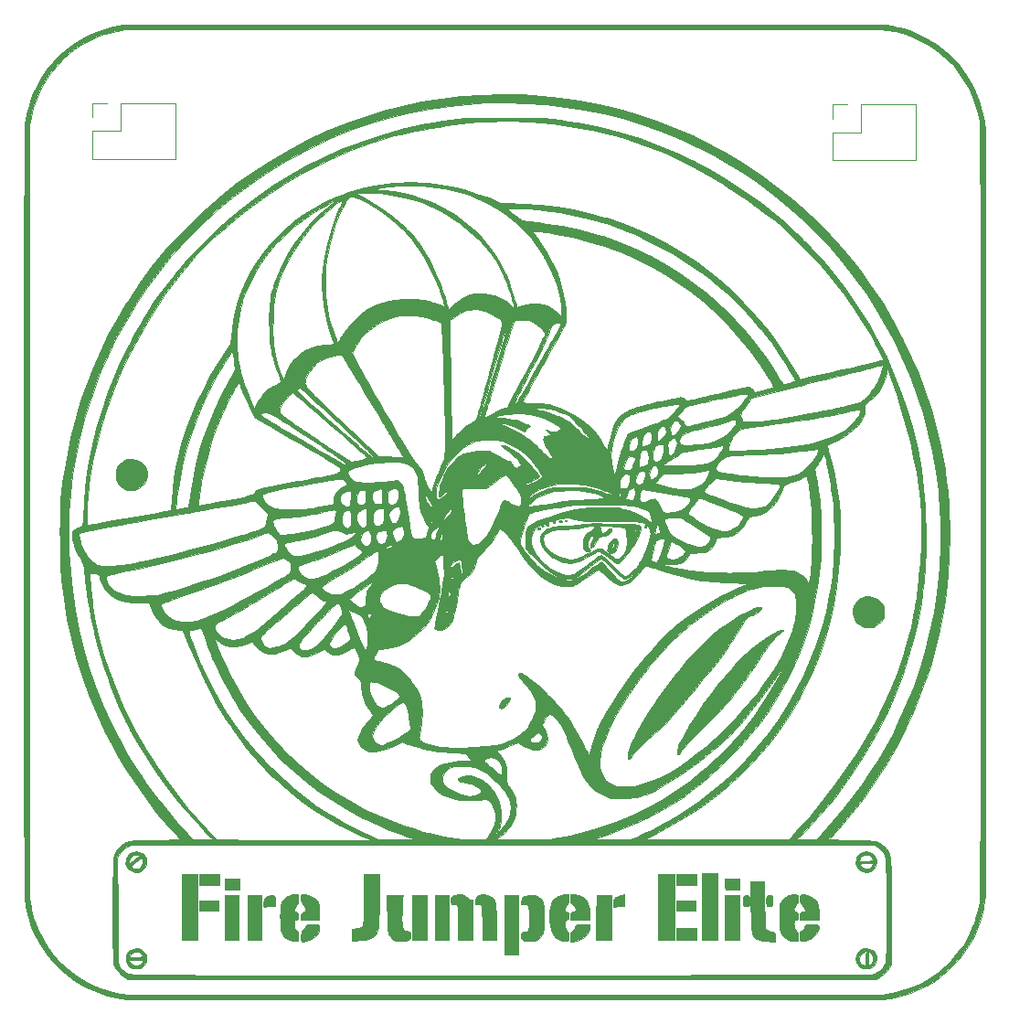
<source format=gbr>
G04 #@! TF.GenerationSoftware,KiCad,Pcbnew,5.1.5*
G04 #@! TF.CreationDate,2020-02-13T15:58:18-06:00*
G04 #@! TF.ProjectId,FJE Badge,464a4520-4261-4646-9765-2e6b69636164,rev?*
G04 #@! TF.SameCoordinates,Original*
G04 #@! TF.FileFunction,Legend,Top*
G04 #@! TF.FilePolarity,Positive*
%FSLAX46Y46*%
G04 Gerber Fmt 4.6, Leading zero omitted, Abs format (unit mm)*
G04 Created by KiCad (PCBNEW 5.1.5) date 2020-02-13 15:58:18*
%MOMM*%
%LPD*%
G04 APERTURE LIST*
%ADD10C,0.010000*%
%ADD11C,0.120000*%
G04 APERTURE END LIST*
D10*
G36*
X165900983Y-100718958D02*
G01*
X165981160Y-100849342D01*
X166023147Y-101041821D01*
X166023842Y-101229065D01*
X165980719Y-101470434D01*
X165894465Y-101680170D01*
X165775133Y-101849640D01*
X165632774Y-101970210D01*
X165477441Y-102033246D01*
X165319185Y-102030116D01*
X165175209Y-101957927D01*
X165081326Y-101839888D01*
X165063666Y-101748186D01*
X165083051Y-101616342D01*
X165134274Y-101438936D01*
X165134863Y-101437353D01*
X165487000Y-101437353D01*
X165502870Y-101541859D01*
X165545117Y-101568389D01*
X165605697Y-101516323D01*
X165646172Y-101449656D01*
X165680029Y-101341864D01*
X165686898Y-101223463D01*
X165668035Y-101126546D01*
X165631877Y-101084747D01*
X165581195Y-101106989D01*
X165533780Y-101190341D01*
X165499214Y-101311480D01*
X165487000Y-101437353D01*
X165134863Y-101437353D01*
X165206943Y-101243787D01*
X165290662Y-101058716D01*
X165375037Y-100911540D01*
X165377737Y-100907614D01*
X165520992Y-100744998D01*
X165661931Y-100662324D01*
X165791584Y-100655132D01*
X165900983Y-100718958D01*
G37*
X165900983Y-100718958D02*
X165981160Y-100849342D01*
X166023147Y-101041821D01*
X166023842Y-101229065D01*
X165980719Y-101470434D01*
X165894465Y-101680170D01*
X165775133Y-101849640D01*
X165632774Y-101970210D01*
X165477441Y-102033246D01*
X165319185Y-102030116D01*
X165175209Y-101957927D01*
X165081326Y-101839888D01*
X165063666Y-101748186D01*
X165083051Y-101616342D01*
X165134274Y-101438936D01*
X165134863Y-101437353D01*
X165487000Y-101437353D01*
X165502870Y-101541859D01*
X165545117Y-101568389D01*
X165605697Y-101516323D01*
X165646172Y-101449656D01*
X165680029Y-101341864D01*
X165686898Y-101223463D01*
X165668035Y-101126546D01*
X165631877Y-101084747D01*
X165581195Y-101106989D01*
X165533780Y-101190341D01*
X165499214Y-101311480D01*
X165487000Y-101437353D01*
X165134863Y-101437353D01*
X165206943Y-101243787D01*
X165290662Y-101058716D01*
X165375037Y-100911540D01*
X165377737Y-100907614D01*
X165520992Y-100744998D01*
X165661931Y-100662324D01*
X165791584Y-100655132D01*
X165900983Y-100718958D01*
G36*
X121015833Y-93334007D02*
G01*
X121383277Y-93387396D01*
X121699033Y-93507768D01*
X121963593Y-93695432D01*
X122177448Y-93950695D01*
X122274380Y-94121530D01*
X122342260Y-94267386D01*
X122383246Y-94386712D01*
X122403754Y-94510858D01*
X122410199Y-94671175D01*
X122410085Y-94784658D01*
X122404919Y-94984857D01*
X122389166Y-95129441D01*
X122357314Y-95247307D01*
X122303851Y-95367355D01*
X122296010Y-95382721D01*
X122157586Y-95588772D01*
X121963795Y-95794274D01*
X121740582Y-95975095D01*
X121520196Y-96104226D01*
X121264086Y-96188871D01*
X120984064Y-96226403D01*
X120716110Y-96213407D01*
X120610675Y-96190624D01*
X120283898Y-96055393D01*
X119997207Y-95849460D01*
X119760551Y-95581246D01*
X119629618Y-95360199D01*
X119581681Y-95246932D01*
X119552584Y-95128164D01*
X119538141Y-94977769D01*
X119534168Y-94769620D01*
X119534166Y-94764333D01*
X119537195Y-94562263D01*
X119549719Y-94416517D01*
X119576894Y-94298862D01*
X119623876Y-94181067D01*
X119651098Y-94124061D01*
X119825036Y-93855801D01*
X120056641Y-93626369D01*
X120324953Y-93455051D01*
X120425307Y-93411763D01*
X120584909Y-93359725D01*
X120734101Y-93334105D01*
X120910790Y-93329909D01*
X121015833Y-93334007D01*
G37*
X121015833Y-93334007D02*
X121383277Y-93387396D01*
X121699033Y-93507768D01*
X121963593Y-93695432D01*
X122177448Y-93950695D01*
X122274380Y-94121530D01*
X122342260Y-94267386D01*
X122383246Y-94386712D01*
X122403754Y-94510858D01*
X122410199Y-94671175D01*
X122410085Y-94784658D01*
X122404919Y-94984857D01*
X122389166Y-95129441D01*
X122357314Y-95247307D01*
X122303851Y-95367355D01*
X122296010Y-95382721D01*
X122157586Y-95588772D01*
X121963795Y-95794274D01*
X121740582Y-95975095D01*
X121520196Y-96104226D01*
X121264086Y-96188871D01*
X120984064Y-96226403D01*
X120716110Y-96213407D01*
X120610675Y-96190624D01*
X120283898Y-96055393D01*
X119997207Y-95849460D01*
X119760551Y-95581246D01*
X119629618Y-95360199D01*
X119581681Y-95246932D01*
X119552584Y-95128164D01*
X119538141Y-94977769D01*
X119534168Y-94769620D01*
X119534166Y-94764333D01*
X119537195Y-94562263D01*
X119549719Y-94416517D01*
X119576894Y-94298862D01*
X119623876Y-94181067D01*
X119651098Y-94124061D01*
X119825036Y-93855801D01*
X120056641Y-93626369D01*
X120324953Y-93455051D01*
X120425307Y-93411763D01*
X120584909Y-93359725D01*
X120734101Y-93334105D01*
X120910790Y-93329909D01*
X121015833Y-93334007D01*
G36*
X161274596Y-99004669D02*
G01*
X161333493Y-99038547D01*
X161341885Y-99061166D01*
X161306044Y-99098912D01*
X161227386Y-99116345D01*
X161146172Y-99109475D01*
X161106814Y-99084460D01*
X161112896Y-99036954D01*
X161175710Y-99005476D01*
X161267366Y-99003289D01*
X161274596Y-99004669D01*
G37*
X161274596Y-99004669D02*
X161333493Y-99038547D01*
X161341885Y-99061166D01*
X161306044Y-99098912D01*
X161227386Y-99116345D01*
X161146172Y-99109475D01*
X161106814Y-99084460D01*
X161112896Y-99036954D01*
X161175710Y-99005476D01*
X161267366Y-99003289D01*
X161274596Y-99004669D01*
G36*
X160827327Y-99011100D02*
G01*
X160871740Y-99045666D01*
X160872666Y-99052700D01*
X160841552Y-99135730D01*
X160767805Y-99190737D01*
X160680816Y-99207741D01*
X160609976Y-99176762D01*
X160592420Y-99147860D01*
X160586881Y-99066581D01*
X160596247Y-99042027D01*
X160653288Y-99007880D01*
X160742412Y-98998038D01*
X160827327Y-99011100D01*
G37*
X160827327Y-99011100D02*
X160871740Y-99045666D01*
X160872666Y-99052700D01*
X160841552Y-99135730D01*
X160767805Y-99190737D01*
X160680816Y-99207741D01*
X160609976Y-99176762D01*
X160592420Y-99147860D01*
X160586881Y-99066581D01*
X160596247Y-99042027D01*
X160653288Y-99007880D01*
X160742412Y-98998038D01*
X160827327Y-99011100D01*
G36*
X160184595Y-99115712D02*
G01*
X160224950Y-99189997D01*
X160214138Y-99255486D01*
X160150754Y-99291186D01*
X160064659Y-99284259D01*
X160003100Y-99239763D01*
X159999753Y-99232527D01*
X159998417Y-99140647D01*
X160064849Y-99087904D01*
X160108635Y-99082333D01*
X160184595Y-99115712D01*
G37*
X160184595Y-99115712D02*
X160224950Y-99189997D01*
X160214138Y-99255486D01*
X160150754Y-99291186D01*
X160064659Y-99284259D01*
X160003100Y-99239763D01*
X159999753Y-99232527D01*
X159998417Y-99140647D01*
X160064849Y-99087904D01*
X160108635Y-99082333D01*
X160184595Y-99115712D01*
G36*
X159131423Y-99411895D02*
G01*
X159157417Y-99494707D01*
X159148402Y-99537416D01*
X159096291Y-99582513D01*
X159015833Y-99584606D01*
X158950526Y-99545493D01*
X158941420Y-99528860D01*
X158940084Y-99436980D01*
X159006516Y-99384237D01*
X159050302Y-99378666D01*
X159131423Y-99411895D01*
G37*
X159131423Y-99411895D02*
X159157417Y-99494707D01*
X159148402Y-99537416D01*
X159096291Y-99582513D01*
X159015833Y-99584606D01*
X158950526Y-99545493D01*
X158941420Y-99528860D01*
X158940084Y-99436980D01*
X159006516Y-99384237D01*
X159050302Y-99378666D01*
X159131423Y-99411895D01*
G36*
X168669372Y-99495638D02*
G01*
X168693331Y-99569757D01*
X168660767Y-99651498D01*
X168653568Y-99659240D01*
X168597271Y-99699685D01*
X168549815Y-99671174D01*
X168537210Y-99656497D01*
X168503718Y-99571042D01*
X168527877Y-99495552D01*
X168598500Y-99463333D01*
X168669372Y-99495638D01*
G37*
X168669372Y-99495638D02*
X168693331Y-99569757D01*
X168660767Y-99651498D01*
X168653568Y-99659240D01*
X168597271Y-99699685D01*
X168549815Y-99671174D01*
X168537210Y-99656497D01*
X168503718Y-99571042D01*
X168527877Y-99495552D01*
X168598500Y-99463333D01*
X168669372Y-99495638D01*
G36*
X158743991Y-99661010D02*
G01*
X158810952Y-99719531D01*
X158831579Y-99801096D01*
X158826617Y-99819884D01*
X158770596Y-99867794D01*
X158678488Y-99886405D01*
X158594037Y-99870939D01*
X158567861Y-99848153D01*
X158561549Y-99769414D01*
X158609626Y-99689337D01*
X158660955Y-99655550D01*
X158743991Y-99661010D01*
G37*
X158743991Y-99661010D02*
X158810952Y-99719531D01*
X158831579Y-99801096D01*
X158826617Y-99819884D01*
X158770596Y-99867794D01*
X158678488Y-99886405D01*
X158594037Y-99870939D01*
X158567861Y-99848153D01*
X158561549Y-99769414D01*
X158609626Y-99689337D01*
X158660955Y-99655550D01*
X158743991Y-99661010D01*
G36*
X164316261Y-99297379D02*
G01*
X164720166Y-99300972D01*
X165199801Y-99306317D01*
X165254042Y-99306964D01*
X165814467Y-99314460D01*
X166296333Y-99322963D01*
X166705746Y-99333135D01*
X167048812Y-99345642D01*
X167331638Y-99361147D01*
X167560330Y-99380315D01*
X167740994Y-99403809D01*
X167879738Y-99432294D01*
X167982667Y-99466433D01*
X168055888Y-99506891D01*
X168105507Y-99554331D01*
X168137631Y-99609418D01*
X168142359Y-99621060D01*
X168150225Y-99720285D01*
X168127846Y-99875327D01*
X168080240Y-100065027D01*
X168012426Y-100268229D01*
X167956218Y-100405830D01*
X167812218Y-100704874D01*
X167641959Y-101017196D01*
X167452056Y-101334016D01*
X167249127Y-101646555D01*
X167039787Y-101946033D01*
X166830653Y-102223671D01*
X166628342Y-102470691D01*
X166439469Y-102678312D01*
X166270651Y-102837756D01*
X166128504Y-102940242D01*
X166019645Y-102976993D01*
X166018494Y-102977000D01*
X165933953Y-102958388D01*
X165813950Y-102899860D01*
X165652274Y-102797377D01*
X165442715Y-102646900D01*
X165179064Y-102444389D01*
X165082848Y-102368406D01*
X164834639Y-102177543D01*
X164635182Y-102040379D01*
X164472677Y-101951436D01*
X164335322Y-101905239D01*
X164211316Y-101896311D01*
X164104977Y-101914633D01*
X164006621Y-101953080D01*
X163855540Y-102026501D01*
X163670828Y-102125030D01*
X163471580Y-102238802D01*
X163431900Y-102262377D01*
X163008816Y-102505014D01*
X162637585Y-102693541D01*
X162307679Y-102831097D01*
X162008570Y-102920818D01*
X161729730Y-102965843D01*
X161460633Y-102969308D01*
X161190750Y-102934350D01*
X161182458Y-102932726D01*
X161002080Y-102882852D01*
X160773733Y-102798993D01*
X160521398Y-102691795D01*
X160269057Y-102571901D01*
X160040690Y-102449953D01*
X159898665Y-102362944D01*
X159575686Y-102113202D01*
X159301976Y-101830409D01*
X159085436Y-101526190D01*
X158933971Y-101212171D01*
X158855483Y-100899975D01*
X158847807Y-100817137D01*
X158857799Y-100624375D01*
X159141689Y-100624375D01*
X159146468Y-100758033D01*
X159199073Y-101080769D01*
X159316053Y-101370026D01*
X159501877Y-101631469D01*
X159761014Y-101870761D01*
X160097933Y-102093569D01*
X160276115Y-102189964D01*
X160667183Y-102378229D01*
X161006981Y-102513775D01*
X161308615Y-102598878D01*
X161585188Y-102635812D01*
X161849806Y-102626852D01*
X162115573Y-102574275D01*
X162251317Y-102532900D01*
X162396065Y-102477784D01*
X162595648Y-102392737D01*
X162829769Y-102286865D01*
X163078132Y-102169275D01*
X163246488Y-102086420D01*
X163562575Y-101929199D01*
X163813363Y-101807599D01*
X164008564Y-101717974D01*
X164157890Y-101656677D01*
X164271053Y-101620063D01*
X164357765Y-101604486D01*
X164427737Y-101606300D01*
X164487133Y-101620672D01*
X164570792Y-101663548D01*
X164701883Y-101748423D01*
X164862723Y-101863181D01*
X165035628Y-101995707D01*
X165042663Y-102001300D01*
X165352872Y-102237201D01*
X165614753Y-102412706D01*
X165826455Y-102526774D01*
X165986128Y-102578362D01*
X166064844Y-102577023D01*
X166188267Y-102515588D01*
X166333213Y-102396967D01*
X166482361Y-102239202D01*
X166618389Y-102060338D01*
X166711845Y-101903058D01*
X166790807Y-101716314D01*
X166844120Y-101510135D01*
X166873061Y-101270577D01*
X166878911Y-100983696D01*
X166862947Y-100635548D01*
X166846882Y-100430640D01*
X166821604Y-100162747D01*
X166796549Y-99967284D01*
X166795263Y-99961253D01*
X167611333Y-99961253D01*
X167622587Y-100040956D01*
X167658050Y-100110627D01*
X167699165Y-100104998D01*
X167730512Y-100030770D01*
X167736157Y-99991599D01*
X167739584Y-99847238D01*
X167721536Y-99749537D01*
X167689139Y-99717333D01*
X167646146Y-99754435D01*
X167618154Y-99845742D01*
X167611333Y-99961253D01*
X166795263Y-99961253D01*
X166767727Y-99832120D01*
X166731149Y-99745123D01*
X166682825Y-99694160D01*
X166618768Y-99667101D01*
X166593952Y-99661440D01*
X166454721Y-99639608D01*
X166248213Y-99615086D01*
X165991709Y-99589438D01*
X165702493Y-99564228D01*
X165397846Y-99541020D01*
X165095050Y-99521377D01*
X164968416Y-99514348D01*
X164386333Y-99483915D01*
X164388191Y-99611207D01*
X164412696Y-99779139D01*
X164472027Y-99958320D01*
X164551420Y-100107790D01*
X164580507Y-100144726D01*
X164626100Y-100189058D01*
X164667261Y-100195939D01*
X164725407Y-100158341D01*
X164821951Y-100069236D01*
X164827949Y-100063514D01*
X164999672Y-99909859D01*
X165135383Y-99814435D01*
X165250203Y-99767992D01*
X165324587Y-99759666D01*
X165437277Y-99784065D01*
X165483328Y-99852637D01*
X165463600Y-99958448D01*
X165378955Y-100094563D01*
X165267664Y-100218058D01*
X165090768Y-100361195D01*
X164898974Y-100444218D01*
X164665521Y-100477355D01*
X164584633Y-100479097D01*
X164446186Y-100487690D01*
X164333656Y-100509109D01*
X164302820Y-100521049D01*
X164250581Y-100579227D01*
X164184579Y-100694326D01*
X164117955Y-100842988D01*
X164109420Y-100864904D01*
X163971167Y-101148477D01*
X163816406Y-101352355D01*
X163678717Y-101480593D01*
X163582327Y-101535124D01*
X163527410Y-101516246D01*
X163514135Y-101424257D01*
X163542676Y-101259457D01*
X163613205Y-101022144D01*
X163618070Y-101007690D01*
X163675987Y-100825245D01*
X163721188Y-100661474D01*
X163747349Y-100540403D01*
X163751333Y-100501396D01*
X163739474Y-100421085D01*
X163686164Y-100398930D01*
X163636284Y-100402438D01*
X163516669Y-100456379D01*
X163409679Y-100578769D01*
X163323241Y-100753522D01*
X163265283Y-100964551D01*
X163243733Y-101195769D01*
X163243727Y-101199000D01*
X163253218Y-101322877D01*
X163288931Y-101437538D01*
X163361560Y-101568206D01*
X163461126Y-101711829D01*
X163495804Y-101807751D01*
X163455780Y-101880314D01*
X163350357Y-101916704D01*
X163310917Y-101918666D01*
X163120613Y-101898652D01*
X162980236Y-101833205D01*
X162884213Y-101714224D01*
X162826969Y-101533604D01*
X162802931Y-101283242D01*
X162801331Y-101177833D01*
X162806374Y-100964883D01*
X162824653Y-100806766D01*
X162860939Y-100674074D01*
X162897513Y-100585166D01*
X163064895Y-100310710D01*
X163292268Y-100095357D01*
X163476166Y-99984050D01*
X163667055Y-99873231D01*
X163800607Y-99765322D01*
X163871801Y-99667569D01*
X163875616Y-99587222D01*
X163807032Y-99531527D01*
X163793043Y-99526635D01*
X163702332Y-99518069D01*
X163552851Y-99524190D01*
X163368620Y-99541956D01*
X163173658Y-99568324D01*
X162991985Y-99600252D01*
X162847621Y-99634700D01*
X162793878Y-99653175D01*
X162651219Y-99693742D01*
X162428369Y-99730667D01*
X162129744Y-99763499D01*
X161759758Y-99791788D01*
X161322829Y-99815085D01*
X161126666Y-99823041D01*
X160869089Y-99834699D01*
X160620069Y-99849669D01*
X160401186Y-99866393D01*
X160234019Y-99883316D01*
X160174166Y-99891766D01*
X160009531Y-99932102D01*
X159819131Y-99998116D01*
X159622711Y-100080555D01*
X159440015Y-100170167D01*
X159290788Y-100257701D01*
X159194776Y-100333905D01*
X159175339Y-100359796D01*
X159149913Y-100460661D01*
X159141689Y-100624375D01*
X158857799Y-100624375D01*
X158861308Y-100556704D01*
X158937304Y-100331221D01*
X159081469Y-100132615D01*
X159299475Y-99952813D01*
X159561873Y-99801222D01*
X159728693Y-99722983D01*
X159892851Y-99661157D01*
X160068850Y-99613112D01*
X160271191Y-99576215D01*
X160514375Y-99547835D01*
X160812906Y-99525339D01*
X161181285Y-99506096D01*
X161190166Y-99505695D01*
X161540030Y-99489339D01*
X161820811Y-99474409D01*
X162048040Y-99459425D01*
X162237251Y-99442907D01*
X162403976Y-99423374D01*
X162563750Y-99399347D01*
X162732103Y-99369345D01*
X162841042Y-99348380D01*
X162930185Y-99332957D01*
X163030374Y-99320396D01*
X163149694Y-99310560D01*
X163296231Y-99303309D01*
X163478071Y-99298504D01*
X163703299Y-99296006D01*
X163980001Y-99295678D01*
X164316261Y-99297379D01*
G37*
X164316261Y-99297379D02*
X164720166Y-99300972D01*
X165199801Y-99306317D01*
X165254042Y-99306964D01*
X165814467Y-99314460D01*
X166296333Y-99322963D01*
X166705746Y-99333135D01*
X167048812Y-99345642D01*
X167331638Y-99361147D01*
X167560330Y-99380315D01*
X167740994Y-99403809D01*
X167879738Y-99432294D01*
X167982667Y-99466433D01*
X168055888Y-99506891D01*
X168105507Y-99554331D01*
X168137631Y-99609418D01*
X168142359Y-99621060D01*
X168150225Y-99720285D01*
X168127846Y-99875327D01*
X168080240Y-100065027D01*
X168012426Y-100268229D01*
X167956218Y-100405830D01*
X167812218Y-100704874D01*
X167641959Y-101017196D01*
X167452056Y-101334016D01*
X167249127Y-101646555D01*
X167039787Y-101946033D01*
X166830653Y-102223671D01*
X166628342Y-102470691D01*
X166439469Y-102678312D01*
X166270651Y-102837756D01*
X166128504Y-102940242D01*
X166019645Y-102976993D01*
X166018494Y-102977000D01*
X165933953Y-102958388D01*
X165813950Y-102899860D01*
X165652274Y-102797377D01*
X165442715Y-102646900D01*
X165179064Y-102444389D01*
X165082848Y-102368406D01*
X164834639Y-102177543D01*
X164635182Y-102040379D01*
X164472677Y-101951436D01*
X164335322Y-101905239D01*
X164211316Y-101896311D01*
X164104977Y-101914633D01*
X164006621Y-101953080D01*
X163855540Y-102026501D01*
X163670828Y-102125030D01*
X163471580Y-102238802D01*
X163431900Y-102262377D01*
X163008816Y-102505014D01*
X162637585Y-102693541D01*
X162307679Y-102831097D01*
X162008570Y-102920818D01*
X161729730Y-102965843D01*
X161460633Y-102969308D01*
X161190750Y-102934350D01*
X161182458Y-102932726D01*
X161002080Y-102882852D01*
X160773733Y-102798993D01*
X160521398Y-102691795D01*
X160269057Y-102571901D01*
X160040690Y-102449953D01*
X159898665Y-102362944D01*
X159575686Y-102113202D01*
X159301976Y-101830409D01*
X159085436Y-101526190D01*
X158933971Y-101212171D01*
X158855483Y-100899975D01*
X158847807Y-100817137D01*
X158857799Y-100624375D01*
X159141689Y-100624375D01*
X159146468Y-100758033D01*
X159199073Y-101080769D01*
X159316053Y-101370026D01*
X159501877Y-101631469D01*
X159761014Y-101870761D01*
X160097933Y-102093569D01*
X160276115Y-102189964D01*
X160667183Y-102378229D01*
X161006981Y-102513775D01*
X161308615Y-102598878D01*
X161585188Y-102635812D01*
X161849806Y-102626852D01*
X162115573Y-102574275D01*
X162251317Y-102532900D01*
X162396065Y-102477784D01*
X162595648Y-102392737D01*
X162829769Y-102286865D01*
X163078132Y-102169275D01*
X163246488Y-102086420D01*
X163562575Y-101929199D01*
X163813363Y-101807599D01*
X164008564Y-101717974D01*
X164157890Y-101656677D01*
X164271053Y-101620063D01*
X164357765Y-101604486D01*
X164427737Y-101606300D01*
X164487133Y-101620672D01*
X164570792Y-101663548D01*
X164701883Y-101748423D01*
X164862723Y-101863181D01*
X165035628Y-101995707D01*
X165042663Y-102001300D01*
X165352872Y-102237201D01*
X165614753Y-102412706D01*
X165826455Y-102526774D01*
X165986128Y-102578362D01*
X166064844Y-102577023D01*
X166188267Y-102515588D01*
X166333213Y-102396967D01*
X166482361Y-102239202D01*
X166618389Y-102060338D01*
X166711845Y-101903058D01*
X166790807Y-101716314D01*
X166844120Y-101510135D01*
X166873061Y-101270577D01*
X166878911Y-100983696D01*
X166862947Y-100635548D01*
X166846882Y-100430640D01*
X166821604Y-100162747D01*
X166796549Y-99967284D01*
X166795263Y-99961253D01*
X167611333Y-99961253D01*
X167622587Y-100040956D01*
X167658050Y-100110627D01*
X167699165Y-100104998D01*
X167730512Y-100030770D01*
X167736157Y-99991599D01*
X167739584Y-99847238D01*
X167721536Y-99749537D01*
X167689139Y-99717333D01*
X167646146Y-99754435D01*
X167618154Y-99845742D01*
X167611333Y-99961253D01*
X166795263Y-99961253D01*
X166767727Y-99832120D01*
X166731149Y-99745123D01*
X166682825Y-99694160D01*
X166618768Y-99667101D01*
X166593952Y-99661440D01*
X166454721Y-99639608D01*
X166248213Y-99615086D01*
X165991709Y-99589438D01*
X165702493Y-99564228D01*
X165397846Y-99541020D01*
X165095050Y-99521377D01*
X164968416Y-99514348D01*
X164386333Y-99483915D01*
X164388191Y-99611207D01*
X164412696Y-99779139D01*
X164472027Y-99958320D01*
X164551420Y-100107790D01*
X164580507Y-100144726D01*
X164626100Y-100189058D01*
X164667261Y-100195939D01*
X164725407Y-100158341D01*
X164821951Y-100069236D01*
X164827949Y-100063514D01*
X164999672Y-99909859D01*
X165135383Y-99814435D01*
X165250203Y-99767992D01*
X165324587Y-99759666D01*
X165437277Y-99784065D01*
X165483328Y-99852637D01*
X165463600Y-99958448D01*
X165378955Y-100094563D01*
X165267664Y-100218058D01*
X165090768Y-100361195D01*
X164898974Y-100444218D01*
X164665521Y-100477355D01*
X164584633Y-100479097D01*
X164446186Y-100487690D01*
X164333656Y-100509109D01*
X164302820Y-100521049D01*
X164250581Y-100579227D01*
X164184579Y-100694326D01*
X164117955Y-100842988D01*
X164109420Y-100864904D01*
X163971167Y-101148477D01*
X163816406Y-101352355D01*
X163678717Y-101480593D01*
X163582327Y-101535124D01*
X163527410Y-101516246D01*
X163514135Y-101424257D01*
X163542676Y-101259457D01*
X163613205Y-101022144D01*
X163618070Y-101007690D01*
X163675987Y-100825245D01*
X163721188Y-100661474D01*
X163747349Y-100540403D01*
X163751333Y-100501396D01*
X163739474Y-100421085D01*
X163686164Y-100398930D01*
X163636284Y-100402438D01*
X163516669Y-100456379D01*
X163409679Y-100578769D01*
X163323241Y-100753522D01*
X163265283Y-100964551D01*
X163243733Y-101195769D01*
X163243727Y-101199000D01*
X163253218Y-101322877D01*
X163288931Y-101437538D01*
X163361560Y-101568206D01*
X163461126Y-101711829D01*
X163495804Y-101807751D01*
X163455780Y-101880314D01*
X163350357Y-101916704D01*
X163310917Y-101918666D01*
X163120613Y-101898652D01*
X162980236Y-101833205D01*
X162884213Y-101714224D01*
X162826969Y-101533604D01*
X162802931Y-101283242D01*
X162801331Y-101177833D01*
X162806374Y-100964883D01*
X162824653Y-100806766D01*
X162860939Y-100674074D01*
X162897513Y-100585166D01*
X163064895Y-100310710D01*
X163292268Y-100095357D01*
X163476166Y-99984050D01*
X163667055Y-99873231D01*
X163800607Y-99765322D01*
X163871801Y-99667569D01*
X163875616Y-99587222D01*
X163807032Y-99531527D01*
X163793043Y-99526635D01*
X163702332Y-99518069D01*
X163552851Y-99524190D01*
X163368620Y-99541956D01*
X163173658Y-99568324D01*
X162991985Y-99600252D01*
X162847621Y-99634700D01*
X162793878Y-99653175D01*
X162651219Y-99693742D01*
X162428369Y-99730667D01*
X162129744Y-99763499D01*
X161759758Y-99791788D01*
X161322829Y-99815085D01*
X161126666Y-99823041D01*
X160869089Y-99834699D01*
X160620069Y-99849669D01*
X160401186Y-99866393D01*
X160234019Y-99883316D01*
X160174166Y-99891766D01*
X160009531Y-99932102D01*
X159819131Y-99998116D01*
X159622711Y-100080555D01*
X159440015Y-100170167D01*
X159290788Y-100257701D01*
X159194776Y-100333905D01*
X159175339Y-100359796D01*
X159149913Y-100460661D01*
X159141689Y-100624375D01*
X158857799Y-100624375D01*
X158861308Y-100556704D01*
X158937304Y-100331221D01*
X159081469Y-100132615D01*
X159299475Y-99952813D01*
X159561873Y-99801222D01*
X159728693Y-99722983D01*
X159892851Y-99661157D01*
X160068850Y-99613112D01*
X160271191Y-99576215D01*
X160514375Y-99547835D01*
X160812906Y-99525339D01*
X161181285Y-99506096D01*
X161190166Y-99505695D01*
X161540030Y-99489339D01*
X161820811Y-99474409D01*
X162048040Y-99459425D01*
X162237251Y-99442907D01*
X162403976Y-99423374D01*
X162563750Y-99399347D01*
X162732103Y-99369345D01*
X162841042Y-99348380D01*
X162930185Y-99332957D01*
X163030374Y-99320396D01*
X163149694Y-99310560D01*
X163296231Y-99303309D01*
X163478071Y-99298504D01*
X163703299Y-99296006D01*
X163980001Y-99295678D01*
X164316261Y-99297379D01*
G36*
X156023388Y-115437389D02*
G01*
X156024184Y-115437970D01*
X156068203Y-115476370D01*
X156078384Y-115520138D01*
X156053197Y-115594690D01*
X156009129Y-115688259D01*
X155892452Y-115886426D01*
X155745083Y-116073821D01*
X155582305Y-116236182D01*
X155419401Y-116359247D01*
X155271653Y-116428753D01*
X155204678Y-116439000D01*
X155112625Y-116400191D01*
X155065865Y-116334412D01*
X155048151Y-116202307D01*
X155088587Y-116040047D01*
X155175952Y-115866017D01*
X155299021Y-115698601D01*
X155446575Y-115556181D01*
X155599171Y-115460795D01*
X155777269Y-115396221D01*
X155912453Y-115388753D01*
X156023388Y-115437389D01*
G37*
X156023388Y-115437389D02*
X156024184Y-115437970D01*
X156068203Y-115476370D01*
X156078384Y-115520138D01*
X156053197Y-115594690D01*
X156009129Y-115688259D01*
X155892452Y-115886426D01*
X155745083Y-116073821D01*
X155582305Y-116236182D01*
X155419401Y-116359247D01*
X155271653Y-116428753D01*
X155204678Y-116439000D01*
X155112625Y-116400191D01*
X155065865Y-116334412D01*
X155048151Y-116202307D01*
X155088587Y-116040047D01*
X155175952Y-115866017D01*
X155299021Y-115698601D01*
X155446575Y-115556181D01*
X155599171Y-115460795D01*
X155777269Y-115396221D01*
X155912453Y-115388753D01*
X156023388Y-115437389D01*
G36*
X181400512Y-109153169D02*
G01*
X181371935Y-109224844D01*
X181325844Y-109269099D01*
X181228318Y-109349247D01*
X181096463Y-109451476D01*
X181023333Y-109506314D01*
X180889310Y-109608269D01*
X180765779Y-109709387D01*
X180647471Y-109816305D01*
X180529116Y-109935658D01*
X180405444Y-110074082D01*
X180271187Y-110238212D01*
X180121074Y-110434685D01*
X179949837Y-110670136D01*
X179752205Y-110951201D01*
X179522911Y-111284515D01*
X179256683Y-111676714D01*
X179014239Y-112036333D01*
X178629855Y-112605310D01*
X178279979Y-113117176D01*
X177957486Y-113580607D01*
X177655252Y-114004275D01*
X177366153Y-114396856D01*
X177083065Y-114767023D01*
X176798862Y-115123451D01*
X176506422Y-115474815D01*
X176198619Y-115829788D01*
X175868329Y-116197044D01*
X175508429Y-116585259D01*
X175111793Y-117003107D01*
X174671297Y-117459261D01*
X174179818Y-117962396D01*
X173979743Y-118166146D01*
X173579807Y-118573243D01*
X173234897Y-118925027D01*
X172940468Y-119226352D01*
X172691977Y-119482071D01*
X172484880Y-119697037D01*
X172314632Y-119876104D01*
X172176690Y-120024123D01*
X172066510Y-120145949D01*
X171979547Y-120246435D01*
X171911258Y-120330433D01*
X171857099Y-120402798D01*
X171812526Y-120468381D01*
X171788506Y-120506474D01*
X171703906Y-120635717D01*
X171645227Y-120699661D01*
X171600040Y-120708490D01*
X171568888Y-120686444D01*
X171546249Y-120617528D01*
X171540978Y-120491042D01*
X171551632Y-120331966D01*
X171576768Y-120165279D01*
X171605952Y-120044524D01*
X171662681Y-119890404D01*
X171756930Y-119677257D01*
X171881910Y-119418202D01*
X172030831Y-119126358D01*
X172196905Y-118814845D01*
X172373342Y-118496781D01*
X172553352Y-118185286D01*
X172661264Y-118005333D01*
X173289400Y-117007257D01*
X173932900Y-116049012D01*
X174588350Y-115134291D01*
X175252339Y-114266789D01*
X175921453Y-113450201D01*
X176592280Y-112688219D01*
X177261408Y-111984540D01*
X177925422Y-111342856D01*
X178580911Y-110766864D01*
X179224462Y-110260256D01*
X179852662Y-109826727D01*
X180462099Y-109469972D01*
X180621688Y-109387937D01*
X180886248Y-109263103D01*
X181101088Y-109176192D01*
X181261531Y-109128221D01*
X181362899Y-109120208D01*
X181400512Y-109153169D01*
G37*
X181400512Y-109153169D02*
X181371935Y-109224844D01*
X181325844Y-109269099D01*
X181228318Y-109349247D01*
X181096463Y-109451476D01*
X181023333Y-109506314D01*
X180889310Y-109608269D01*
X180765779Y-109709387D01*
X180647471Y-109816305D01*
X180529116Y-109935658D01*
X180405444Y-110074082D01*
X180271187Y-110238212D01*
X180121074Y-110434685D01*
X179949837Y-110670136D01*
X179752205Y-110951201D01*
X179522911Y-111284515D01*
X179256683Y-111676714D01*
X179014239Y-112036333D01*
X178629855Y-112605310D01*
X178279979Y-113117176D01*
X177957486Y-113580607D01*
X177655252Y-114004275D01*
X177366153Y-114396856D01*
X177083065Y-114767023D01*
X176798862Y-115123451D01*
X176506422Y-115474815D01*
X176198619Y-115829788D01*
X175868329Y-116197044D01*
X175508429Y-116585259D01*
X175111793Y-117003107D01*
X174671297Y-117459261D01*
X174179818Y-117962396D01*
X173979743Y-118166146D01*
X173579807Y-118573243D01*
X173234897Y-118925027D01*
X172940468Y-119226352D01*
X172691977Y-119482071D01*
X172484880Y-119697037D01*
X172314632Y-119876104D01*
X172176690Y-120024123D01*
X172066510Y-120145949D01*
X171979547Y-120246435D01*
X171911258Y-120330433D01*
X171857099Y-120402798D01*
X171812526Y-120468381D01*
X171788506Y-120506474D01*
X171703906Y-120635717D01*
X171645227Y-120699661D01*
X171600040Y-120708490D01*
X171568888Y-120686444D01*
X171546249Y-120617528D01*
X171540978Y-120491042D01*
X171551632Y-120331966D01*
X171576768Y-120165279D01*
X171605952Y-120044524D01*
X171662681Y-119890404D01*
X171756930Y-119677257D01*
X171881910Y-119418202D01*
X172030831Y-119126358D01*
X172196905Y-118814845D01*
X172373342Y-118496781D01*
X172553352Y-118185286D01*
X172661264Y-118005333D01*
X173289400Y-117007257D01*
X173932900Y-116049012D01*
X174588350Y-115134291D01*
X175252339Y-114266789D01*
X175921453Y-113450201D01*
X176592280Y-112688219D01*
X177261408Y-111984540D01*
X177925422Y-111342856D01*
X178580911Y-110766864D01*
X179224462Y-110260256D01*
X179852662Y-109826727D01*
X180462099Y-109469972D01*
X180621688Y-109387937D01*
X180886248Y-109263103D01*
X181101088Y-109176192D01*
X181261531Y-109128221D01*
X181362899Y-109120208D01*
X181400512Y-109153169D01*
G36*
X179259602Y-107011502D02*
G01*
X179315158Y-107063384D01*
X179314282Y-107173298D01*
X179241550Y-107298384D01*
X179106550Y-107430668D01*
X178918866Y-107562173D01*
X178688084Y-107684925D01*
X178452858Y-107780828D01*
X178282823Y-107845807D01*
X178131332Y-107911996D01*
X178026567Y-107966909D01*
X178013795Y-107975373D01*
X177959386Y-108034304D01*
X177868980Y-108155545D01*
X177749449Y-108328392D01*
X177607664Y-108542143D01*
X177450495Y-108786093D01*
X177284812Y-109049540D01*
X177117487Y-109321781D01*
X176955390Y-109592112D01*
X176805392Y-109849830D01*
X176765709Y-109919666D01*
X176634332Y-110144943D01*
X176487899Y-110381153D01*
X176323197Y-110632472D01*
X176137011Y-110903076D01*
X175926129Y-111197141D01*
X175687336Y-111518843D01*
X175417418Y-111872358D01*
X175113161Y-112261862D01*
X174771352Y-112691530D01*
X174388776Y-113165539D01*
X173962220Y-113688065D01*
X173488469Y-114263283D01*
X172964310Y-114895370D01*
X172595359Y-115338333D01*
X172208316Y-115801903D01*
X171869092Y-116206717D01*
X171571556Y-116559268D01*
X171309573Y-116866050D01*
X171077013Y-117133558D01*
X170867742Y-117368284D01*
X170675627Y-117576723D01*
X170494537Y-117765370D01*
X170318338Y-117940716D01*
X170140898Y-118109257D01*
X169956084Y-118277487D01*
X169757764Y-118451899D01*
X169539806Y-118638987D01*
X169296076Y-118845245D01*
X169234905Y-118896771D01*
X168836804Y-119239545D01*
X168472858Y-119568129D01*
X168149894Y-119875789D01*
X167874734Y-120155788D01*
X167654206Y-120401390D01*
X167495132Y-120605862D01*
X167478703Y-120630000D01*
X167327262Y-120847967D01*
X167208985Y-120995485D01*
X167118249Y-121077366D01*
X167049435Y-121098420D01*
X166996919Y-121063459D01*
X166987854Y-121050130D01*
X166972080Y-120963900D01*
X166983529Y-120812437D01*
X167019615Y-120609753D01*
X167077747Y-120369859D01*
X167155339Y-120106767D01*
X167171018Y-120058500D01*
X167338139Y-119612556D01*
X167561150Y-119114453D01*
X167835240Y-118571053D01*
X168155594Y-117989218D01*
X168517401Y-117375810D01*
X168915849Y-116737692D01*
X169346124Y-116081726D01*
X169803415Y-115414776D01*
X170282909Y-114743703D01*
X170779794Y-114075369D01*
X171289256Y-113416638D01*
X171806484Y-112774372D01*
X172326665Y-112155433D01*
X172844987Y-111566683D01*
X173356637Y-111014986D01*
X173856803Y-110507203D01*
X173895912Y-110468941D01*
X174722561Y-109705882D01*
X175561044Y-109019897D01*
X176422052Y-108403403D01*
X177316277Y-107848815D01*
X178254412Y-107348548D01*
X178384303Y-107285100D01*
X178701957Y-107140766D01*
X178953053Y-107047215D01*
X179138599Y-107004207D01*
X179259602Y-107011502D01*
G37*
X179259602Y-107011502D02*
X179315158Y-107063384D01*
X179314282Y-107173298D01*
X179241550Y-107298384D01*
X179106550Y-107430668D01*
X178918866Y-107562173D01*
X178688084Y-107684925D01*
X178452858Y-107780828D01*
X178282823Y-107845807D01*
X178131332Y-107911996D01*
X178026567Y-107966909D01*
X178013795Y-107975373D01*
X177959386Y-108034304D01*
X177868980Y-108155545D01*
X177749449Y-108328392D01*
X177607664Y-108542143D01*
X177450495Y-108786093D01*
X177284812Y-109049540D01*
X177117487Y-109321781D01*
X176955390Y-109592112D01*
X176805392Y-109849830D01*
X176765709Y-109919666D01*
X176634332Y-110144943D01*
X176487899Y-110381153D01*
X176323197Y-110632472D01*
X176137011Y-110903076D01*
X175926129Y-111197141D01*
X175687336Y-111518843D01*
X175417418Y-111872358D01*
X175113161Y-112261862D01*
X174771352Y-112691530D01*
X174388776Y-113165539D01*
X173962220Y-113688065D01*
X173488469Y-114263283D01*
X172964310Y-114895370D01*
X172595359Y-115338333D01*
X172208316Y-115801903D01*
X171869092Y-116206717D01*
X171571556Y-116559268D01*
X171309573Y-116866050D01*
X171077013Y-117133558D01*
X170867742Y-117368284D01*
X170675627Y-117576723D01*
X170494537Y-117765370D01*
X170318338Y-117940716D01*
X170140898Y-118109257D01*
X169956084Y-118277487D01*
X169757764Y-118451899D01*
X169539806Y-118638987D01*
X169296076Y-118845245D01*
X169234905Y-118896771D01*
X168836804Y-119239545D01*
X168472858Y-119568129D01*
X168149894Y-119875789D01*
X167874734Y-120155788D01*
X167654206Y-120401390D01*
X167495132Y-120605862D01*
X167478703Y-120630000D01*
X167327262Y-120847967D01*
X167208985Y-120995485D01*
X167118249Y-121077366D01*
X167049435Y-121098420D01*
X166996919Y-121063459D01*
X166987854Y-121050130D01*
X166972080Y-120963900D01*
X166983529Y-120812437D01*
X167019615Y-120609753D01*
X167077747Y-120369859D01*
X167155339Y-120106767D01*
X167171018Y-120058500D01*
X167338139Y-119612556D01*
X167561150Y-119114453D01*
X167835240Y-118571053D01*
X168155594Y-117989218D01*
X168517401Y-117375810D01*
X168915849Y-116737692D01*
X169346124Y-116081726D01*
X169803415Y-115414776D01*
X170282909Y-114743703D01*
X170779794Y-114075369D01*
X171289256Y-113416638D01*
X171806484Y-112774372D01*
X172326665Y-112155433D01*
X172844987Y-111566683D01*
X173356637Y-111014986D01*
X173856803Y-110507203D01*
X173895912Y-110468941D01*
X174722561Y-109705882D01*
X175561044Y-109019897D01*
X176422052Y-108403403D01*
X177316277Y-107848815D01*
X178254412Y-107348548D01*
X178384303Y-107285100D01*
X178701957Y-107140766D01*
X178953053Y-107047215D01*
X179138599Y-107004207D01*
X179259602Y-107011502D01*
G36*
X189607829Y-106080237D02*
G01*
X189841176Y-106161123D01*
X190071593Y-106297744D01*
X190289599Y-106478625D01*
X190475694Y-106683762D01*
X190610379Y-106893155D01*
X190652342Y-106993175D01*
X190700757Y-107217881D01*
X190716078Y-107477638D01*
X190699823Y-107742219D01*
X190653512Y-107981394D01*
X190594944Y-108135874D01*
X190438616Y-108364346D01*
X190220339Y-108580080D01*
X189962451Y-108762306D01*
X189863239Y-108816195D01*
X189708929Y-108886822D01*
X189577699Y-108925661D01*
X189430843Y-108941115D01*
X189282155Y-108942361D01*
X189110333Y-108936365D01*
X188959371Y-108923993D01*
X188859916Y-108907824D01*
X188855000Y-108906412D01*
X188556339Y-108771114D01*
X188277153Y-108553646D01*
X188184425Y-108458502D01*
X187986701Y-108184629D01*
X187863154Y-107886372D01*
X187811303Y-107575291D01*
X187828667Y-107262950D01*
X187912767Y-106960910D01*
X188061121Y-106680734D01*
X188271250Y-106433985D01*
X188540674Y-106232223D01*
X188677348Y-106160688D01*
X188973037Y-106066936D01*
X189292146Y-106040122D01*
X189607829Y-106080237D01*
G37*
X189607829Y-106080237D02*
X189841176Y-106161123D01*
X190071593Y-106297744D01*
X190289599Y-106478625D01*
X190475694Y-106683762D01*
X190610379Y-106893155D01*
X190652342Y-106993175D01*
X190700757Y-107217881D01*
X190716078Y-107477638D01*
X190699823Y-107742219D01*
X190653512Y-107981394D01*
X190594944Y-108135874D01*
X190438616Y-108364346D01*
X190220339Y-108580080D01*
X189962451Y-108762306D01*
X189863239Y-108816195D01*
X189708929Y-108886822D01*
X189577699Y-108925661D01*
X189430843Y-108941115D01*
X189282155Y-108942361D01*
X189110333Y-108936365D01*
X188959371Y-108923993D01*
X188859916Y-108907824D01*
X188855000Y-108906412D01*
X188556339Y-108771114D01*
X188277153Y-108553646D01*
X188184425Y-108458502D01*
X187986701Y-108184629D01*
X187863154Y-107886372D01*
X187811303Y-107575291D01*
X187828667Y-107262950D01*
X187912767Y-106960910D01*
X188061121Y-106680734D01*
X188271250Y-106433985D01*
X188540674Y-106232223D01*
X188677348Y-106160688D01*
X188973037Y-106066936D01*
X189292146Y-106040122D01*
X189607829Y-106080237D01*
G36*
X189328313Y-129713000D02*
G01*
X189573223Y-129821033D01*
X189770954Y-129989832D01*
X189912228Y-130210186D01*
X189987771Y-130472887D01*
X189998000Y-130620666D01*
X189959827Y-130891616D01*
X189852234Y-131135480D01*
X189685603Y-131337755D01*
X189470319Y-131483936D01*
X189345471Y-131532116D01*
X189142460Y-131580381D01*
X188976004Y-131586535D01*
X188809275Y-131550703D01*
X188760134Y-131534095D01*
X188504558Y-131403379D01*
X188305801Y-131220886D01*
X188169409Y-130999015D01*
X188137999Y-130884877D01*
X188433919Y-130884877D01*
X188477986Y-130961979D01*
X188536342Y-131034903D01*
X188717310Y-131194218D01*
X188922472Y-131278239D01*
X189139613Y-131283649D01*
X189290276Y-131239713D01*
X189440406Y-131146856D01*
X189575532Y-131014712D01*
X189667054Y-130872825D01*
X189680635Y-130836492D01*
X189694655Y-130776121D01*
X189675688Y-130750080D01*
X189605142Y-130750289D01*
X189510149Y-130762408D01*
X189379137Y-130774377D01*
X189193652Y-130783727D01*
X188983875Y-130789156D01*
X188870258Y-130790000D01*
X188653750Y-130793081D01*
X188514035Y-130806124D01*
X188443347Y-130834824D01*
X188433919Y-130884877D01*
X188137999Y-130884877D01*
X188100925Y-130750161D01*
X188104010Y-130586611D01*
X188395031Y-130586611D01*
X188440528Y-130608106D01*
X188461560Y-130602009D01*
X188531206Y-130589125D01*
X188665359Y-130575213D01*
X188843904Y-130562048D01*
X189022476Y-130552460D01*
X189278717Y-130540150D01*
X189461625Y-130527942D01*
X189582487Y-130513160D01*
X189652591Y-130493129D01*
X189683225Y-130465172D01*
X189685677Y-130426615D01*
X189678235Y-130397006D01*
X189606650Y-130266802D01*
X189483238Y-130134809D01*
X189336116Y-130027123D01*
X189226618Y-129977854D01*
X189022103Y-129957764D01*
X188815605Y-130007428D01*
X188630273Y-130115748D01*
X188489257Y-130271627D01*
X188447703Y-130351248D01*
X188397355Y-130499766D01*
X188395031Y-130586611D01*
X188104010Y-130586611D01*
X188105895Y-130486724D01*
X188181223Y-130239666D01*
X188331787Y-129990404D01*
X188525283Y-129813971D01*
X188763491Y-129709205D01*
X189045500Y-129674943D01*
X189328313Y-129713000D01*
G37*
X189328313Y-129713000D02*
X189573223Y-129821033D01*
X189770954Y-129989832D01*
X189912228Y-130210186D01*
X189987771Y-130472887D01*
X189998000Y-130620666D01*
X189959827Y-130891616D01*
X189852234Y-131135480D01*
X189685603Y-131337755D01*
X189470319Y-131483936D01*
X189345471Y-131532116D01*
X189142460Y-131580381D01*
X188976004Y-131586535D01*
X188809275Y-131550703D01*
X188760134Y-131534095D01*
X188504558Y-131403379D01*
X188305801Y-131220886D01*
X188169409Y-130999015D01*
X188137999Y-130884877D01*
X188433919Y-130884877D01*
X188477986Y-130961979D01*
X188536342Y-131034903D01*
X188717310Y-131194218D01*
X188922472Y-131278239D01*
X189139613Y-131283649D01*
X189290276Y-131239713D01*
X189440406Y-131146856D01*
X189575532Y-131014712D01*
X189667054Y-130872825D01*
X189680635Y-130836492D01*
X189694655Y-130776121D01*
X189675688Y-130750080D01*
X189605142Y-130750289D01*
X189510149Y-130762408D01*
X189379137Y-130774377D01*
X189193652Y-130783727D01*
X188983875Y-130789156D01*
X188870258Y-130790000D01*
X188653750Y-130793081D01*
X188514035Y-130806124D01*
X188443347Y-130834824D01*
X188433919Y-130884877D01*
X188137999Y-130884877D01*
X188100925Y-130750161D01*
X188104010Y-130586611D01*
X188395031Y-130586611D01*
X188440528Y-130608106D01*
X188461560Y-130602009D01*
X188531206Y-130589125D01*
X188665359Y-130575213D01*
X188843904Y-130562048D01*
X189022476Y-130552460D01*
X189278717Y-130540150D01*
X189461625Y-130527942D01*
X189582487Y-130513160D01*
X189652591Y-130493129D01*
X189683225Y-130465172D01*
X189685677Y-130426615D01*
X189678235Y-130397006D01*
X189606650Y-130266802D01*
X189483238Y-130134809D01*
X189336116Y-130027123D01*
X189226618Y-129977854D01*
X189022103Y-129957764D01*
X188815605Y-130007428D01*
X188630273Y-130115748D01*
X188489257Y-130271627D01*
X188447703Y-130351248D01*
X188397355Y-130499766D01*
X188395031Y-130586611D01*
X188104010Y-130586611D01*
X188105895Y-130486724D01*
X188181223Y-130239666D01*
X188331787Y-129990404D01*
X188525283Y-129813971D01*
X188763491Y-129709205D01*
X189045500Y-129674943D01*
X189328313Y-129713000D01*
G36*
X121678206Y-129697097D02*
G01*
X121902356Y-129792786D01*
X122092275Y-129940557D01*
X122240363Y-130129808D01*
X122339019Y-130349936D01*
X122380642Y-130590337D01*
X122357630Y-130840408D01*
X122262384Y-131089546D01*
X122211041Y-131173872D01*
X122042164Y-131353298D01*
X121821516Y-131484332D01*
X121571466Y-131559466D01*
X121314384Y-131571194D01*
X121134409Y-131535171D01*
X120963370Y-131465631D01*
X120820423Y-131369707D01*
X120682179Y-131228837D01*
X120572506Y-131089271D01*
X120571028Y-131087098D01*
X120952333Y-131087098D01*
X120988170Y-131127317D01*
X121077800Y-131180954D01*
X121194396Y-131235556D01*
X121311132Y-131278669D01*
X121401184Y-131297840D01*
X121406559Y-131297966D01*
X121507196Y-131282202D01*
X121635056Y-131243252D01*
X121660559Y-131233375D01*
X121766093Y-131176568D01*
X121841764Y-131092137D01*
X121911549Y-130953034D01*
X121913848Y-130947625D01*
X121996720Y-130734327D01*
X122039406Y-130574422D01*
X122045990Y-130449135D01*
X122035616Y-130387833D01*
X122006567Y-130317805D01*
X121958947Y-130286712D01*
X121885576Y-130298201D01*
X121779271Y-130355919D01*
X121632851Y-130463513D01*
X121439136Y-130624631D01*
X121259250Y-130782116D01*
X121127851Y-130901847D01*
X121024556Y-131002003D01*
X120963224Y-131068811D01*
X120952333Y-131087098D01*
X120571028Y-131087098D01*
X120462731Y-130927926D01*
X120407804Y-130815249D01*
X120409583Y-130755810D01*
X120433750Y-130747457D01*
X120454667Y-130709388D01*
X120471675Y-130613026D01*
X120472619Y-130601850D01*
X120755659Y-130601850D01*
X120763279Y-130704338D01*
X120802418Y-130747334D01*
X120807539Y-130747666D01*
X120849804Y-130722944D01*
X120943451Y-130655947D01*
X121073861Y-130557427D01*
X121200451Y-130458704D01*
X121360379Y-130333365D01*
X121505289Y-130221637D01*
X121616522Y-130137804D01*
X121666314Y-130102037D01*
X121766462Y-130034333D01*
X121592231Y-129982132D01*
X121378899Y-129959208D01*
X121172635Y-130010072D01*
X120990888Y-130124485D01*
X120851111Y-130292209D01*
X120781206Y-130457993D01*
X120755659Y-130601850D01*
X120472619Y-130601850D01*
X120476915Y-130551017D01*
X120532572Y-130280085D01*
X120660194Y-130044391D01*
X120850442Y-129855553D01*
X121093977Y-129725185D01*
X121157618Y-129704380D01*
X121427426Y-129664094D01*
X121678206Y-129697097D01*
G37*
X121678206Y-129697097D02*
X121902356Y-129792786D01*
X122092275Y-129940557D01*
X122240363Y-130129808D01*
X122339019Y-130349936D01*
X122380642Y-130590337D01*
X122357630Y-130840408D01*
X122262384Y-131089546D01*
X122211041Y-131173872D01*
X122042164Y-131353298D01*
X121821516Y-131484332D01*
X121571466Y-131559466D01*
X121314384Y-131571194D01*
X121134409Y-131535171D01*
X120963370Y-131465631D01*
X120820423Y-131369707D01*
X120682179Y-131228837D01*
X120572506Y-131089271D01*
X120571028Y-131087098D01*
X120952333Y-131087098D01*
X120988170Y-131127317D01*
X121077800Y-131180954D01*
X121194396Y-131235556D01*
X121311132Y-131278669D01*
X121401184Y-131297840D01*
X121406559Y-131297966D01*
X121507196Y-131282202D01*
X121635056Y-131243252D01*
X121660559Y-131233375D01*
X121766093Y-131176568D01*
X121841764Y-131092137D01*
X121911549Y-130953034D01*
X121913848Y-130947625D01*
X121996720Y-130734327D01*
X122039406Y-130574422D01*
X122045990Y-130449135D01*
X122035616Y-130387833D01*
X122006567Y-130317805D01*
X121958947Y-130286712D01*
X121885576Y-130298201D01*
X121779271Y-130355919D01*
X121632851Y-130463513D01*
X121439136Y-130624631D01*
X121259250Y-130782116D01*
X121127851Y-130901847D01*
X121024556Y-131002003D01*
X120963224Y-131068811D01*
X120952333Y-131087098D01*
X120571028Y-131087098D01*
X120462731Y-130927926D01*
X120407804Y-130815249D01*
X120409583Y-130755810D01*
X120433750Y-130747457D01*
X120454667Y-130709388D01*
X120471675Y-130613026D01*
X120472619Y-130601850D01*
X120755659Y-130601850D01*
X120763279Y-130704338D01*
X120802418Y-130747334D01*
X120807539Y-130747666D01*
X120849804Y-130722944D01*
X120943451Y-130655947D01*
X121073861Y-130557427D01*
X121200451Y-130458704D01*
X121360379Y-130333365D01*
X121505289Y-130221637D01*
X121616522Y-130137804D01*
X121666314Y-130102037D01*
X121766462Y-130034333D01*
X121592231Y-129982132D01*
X121378899Y-129959208D01*
X121172635Y-130010072D01*
X120990888Y-130124485D01*
X120851111Y-130292209D01*
X120781206Y-130457993D01*
X120755659Y-130601850D01*
X120472619Y-130601850D01*
X120476915Y-130551017D01*
X120532572Y-130280085D01*
X120660194Y-130044391D01*
X120850442Y-129855553D01*
X121093977Y-129725185D01*
X121157618Y-129704380D01*
X121427426Y-129664094D01*
X121678206Y-129697097D01*
G36*
X173318666Y-132779666D02*
G01*
X171456000Y-132779666D01*
X171456000Y-131806000D01*
X173318666Y-131806000D01*
X173318666Y-132779666D01*
G37*
X173318666Y-132779666D02*
X171456000Y-132779666D01*
X171456000Y-131806000D01*
X173318666Y-131806000D01*
X173318666Y-132779666D01*
G36*
X129165000Y-132779666D02*
G01*
X127302333Y-132779666D01*
X127302333Y-131806000D01*
X129165000Y-131806000D01*
X129165000Y-132779666D01*
G37*
X129165000Y-132779666D02*
X127302333Y-132779666D01*
X127302333Y-131806000D01*
X129165000Y-131806000D01*
X129165000Y-132779666D01*
G36*
X177298000Y-133203000D02*
G01*
X176670055Y-133203000D01*
X176447541Y-133201190D01*
X176255797Y-133196208D01*
X176110432Y-133188725D01*
X176027054Y-133179413D01*
X176013888Y-133174777D01*
X176002634Y-133123494D01*
X175993511Y-133005731D01*
X175987530Y-132839665D01*
X175985666Y-132666777D01*
X175985666Y-132187000D01*
X177298000Y-132187000D01*
X177298000Y-133203000D01*
G37*
X177298000Y-133203000D02*
X176670055Y-133203000D01*
X176447541Y-133201190D01*
X176255797Y-133196208D01*
X176110432Y-133188725D01*
X176027054Y-133179413D01*
X176013888Y-133174777D01*
X176002634Y-133123494D01*
X175993511Y-133005731D01*
X175987530Y-132839665D01*
X175985666Y-132666777D01*
X175985666Y-132187000D01*
X177298000Y-132187000D01*
X177298000Y-133203000D01*
G36*
X131027666Y-133203000D02*
G01*
X129630666Y-133203000D01*
X129630666Y-132187000D01*
X131027666Y-132187000D01*
X131027666Y-133203000D01*
G37*
X131027666Y-133203000D02*
X129630666Y-133203000D01*
X129630666Y-132187000D01*
X131027666Y-132187000D01*
X131027666Y-133203000D01*
G36*
X180209139Y-133717134D02*
G01*
X180297766Y-133744879D01*
X180351239Y-133808248D01*
X180378276Y-133921255D01*
X180387594Y-134097912D01*
X180388333Y-134212022D01*
X180382737Y-134437219D01*
X180366477Y-134593286D01*
X180340339Y-134673018D01*
X180337533Y-134676200D01*
X180266713Y-134706969D01*
X180147725Y-134725019D01*
X180092000Y-134727000D01*
X179963603Y-134716552D01*
X179868077Y-134690220D01*
X179846466Y-134676200D01*
X179819296Y-134603921D01*
X179802004Y-134456871D01*
X179795676Y-134244484D01*
X179795666Y-134234723D01*
X179801523Y-134013628D01*
X179823736Y-133863700D01*
X179869266Y-133771965D01*
X179945074Y-133725445D01*
X180058122Y-133711165D01*
X180076640Y-133711000D01*
X180209139Y-133717134D01*
G37*
X180209139Y-133717134D02*
X180297766Y-133744879D01*
X180351239Y-133808248D01*
X180378276Y-133921255D01*
X180387594Y-134097912D01*
X180388333Y-134212022D01*
X180382737Y-134437219D01*
X180366477Y-134593286D01*
X180340339Y-134673018D01*
X180337533Y-134676200D01*
X180266713Y-134706969D01*
X180147725Y-134725019D01*
X180092000Y-134727000D01*
X179963603Y-134716552D01*
X179868077Y-134690220D01*
X179846466Y-134676200D01*
X179819296Y-134603921D01*
X179802004Y-134456871D01*
X179795676Y-134244484D01*
X179795666Y-134234723D01*
X179801523Y-134013628D01*
X179823736Y-133863700D01*
X179869266Y-133771965D01*
X179945074Y-133725445D01*
X180058122Y-133711165D01*
X180076640Y-133711000D01*
X180209139Y-133717134D01*
G36*
X178106636Y-133722524D02*
G01*
X178191059Y-133765914D01*
X178241488Y-133854396D01*
X178265744Y-134001195D01*
X178271666Y-134203640D01*
X178267259Y-134423048D01*
X178249108Y-134571480D01*
X178209823Y-134662386D01*
X178142011Y-134709219D01*
X178038281Y-134725430D01*
X177984427Y-134726351D01*
X177851109Y-134717783D01*
X177747409Y-134696921D01*
X177721333Y-134685562D01*
X177690077Y-134645685D01*
X177670467Y-134564034D01*
X177660420Y-134425944D01*
X177657833Y-134238298D01*
X177663251Y-134017612D01*
X177684925Y-133867914D01*
X177730983Y-133775916D01*
X177809554Y-133728330D01*
X177928767Y-133711868D01*
X177980400Y-133711000D01*
X178106636Y-133722524D01*
G37*
X178106636Y-133722524D02*
X178191059Y-133765914D01*
X178241488Y-133854396D01*
X178265744Y-134001195D01*
X178271666Y-134203640D01*
X178267259Y-134423048D01*
X178249108Y-134571480D01*
X178209823Y-134662386D01*
X178142011Y-134709219D01*
X178038281Y-134725430D01*
X177984427Y-134726351D01*
X177851109Y-134717783D01*
X177747409Y-134696921D01*
X177721333Y-134685562D01*
X177690077Y-134645685D01*
X177670467Y-134564034D01*
X177660420Y-134425944D01*
X177657833Y-134238298D01*
X177663251Y-134017612D01*
X177684925Y-133867914D01*
X177730983Y-133775916D01*
X177809554Y-133728330D01*
X177928767Y-133711868D01*
X177980400Y-133711000D01*
X178106636Y-133722524D01*
G36*
X166630000Y-134727000D02*
G01*
X166332306Y-134727000D01*
X166146085Y-134736812D01*
X165977430Y-134762705D01*
X165882637Y-134790500D01*
X165762917Y-134837233D01*
X165694932Y-134851301D01*
X165653923Y-134836336D01*
X165642222Y-134825777D01*
X165623230Y-134763529D01*
X165615188Y-134643627D01*
X165617444Y-134492289D01*
X165629346Y-134335729D01*
X165650241Y-134200162D01*
X165658635Y-134165807D01*
X165711589Y-134037298D01*
X165782847Y-133932810D01*
X165792129Y-133923557D01*
X165912559Y-133846033D01*
X166092802Y-133772739D01*
X166308133Y-133712615D01*
X166450083Y-133685616D01*
X166630000Y-133657845D01*
X166630000Y-134727000D01*
G37*
X166630000Y-134727000D02*
X166332306Y-134727000D01*
X166146085Y-134736812D01*
X165977430Y-134762705D01*
X165882637Y-134790500D01*
X165762917Y-134837233D01*
X165694932Y-134851301D01*
X165653923Y-134836336D01*
X165642222Y-134825777D01*
X165623230Y-134763529D01*
X165615188Y-134643627D01*
X165617444Y-134492289D01*
X165629346Y-134335729D01*
X165650241Y-134200162D01*
X165658635Y-134165807D01*
X165711589Y-134037298D01*
X165782847Y-133932810D01*
X165792129Y-133923557D01*
X165912559Y-133846033D01*
X166092802Y-133772739D01*
X166308133Y-133712615D01*
X166450083Y-133685616D01*
X166630000Y-133657845D01*
X166630000Y-134727000D01*
G36*
X134155676Y-133724261D02*
G01*
X134217491Y-133765166D01*
X134256681Y-133848785D01*
X134281346Y-133987478D01*
X134299586Y-134193606D01*
X134306579Y-134293083D01*
X134336452Y-134727000D01*
X133962642Y-134727260D01*
X133703118Y-134737661D01*
X133524886Y-134768390D01*
X133467577Y-134790760D01*
X133358690Y-134841773D01*
X133289112Y-134850743D01*
X133250135Y-134807227D01*
X133233054Y-134700779D01*
X133229161Y-134520955D01*
X133229158Y-134504750D01*
X133248736Y-134230758D01*
X133312250Y-134024771D01*
X133427288Y-133878323D01*
X133601441Y-133782950D01*
X133842299Y-133730187D01*
X133931768Y-133721153D01*
X134063135Y-133713710D01*
X134155676Y-133724261D01*
G37*
X134155676Y-133724261D02*
X134217491Y-133765166D01*
X134256681Y-133848785D01*
X134281346Y-133987478D01*
X134299586Y-134193606D01*
X134306579Y-134293083D01*
X134336452Y-134727000D01*
X133962642Y-134727260D01*
X133703118Y-134737661D01*
X133524886Y-134768390D01*
X133467577Y-134790760D01*
X133358690Y-134841773D01*
X133289112Y-134850743D01*
X133250135Y-134807227D01*
X133233054Y-134700779D01*
X133229161Y-134520955D01*
X133229158Y-134504750D01*
X133248736Y-134230758D01*
X133312250Y-134024771D01*
X133427288Y-133878323D01*
X133601441Y-133782950D01*
X133842299Y-133730187D01*
X133931768Y-133721153D01*
X134063135Y-133713710D01*
X134155676Y-133724261D01*
G36*
X173234000Y-135192666D02*
G01*
X171456000Y-135192666D01*
X171456000Y-134219000D01*
X173234000Y-134219000D01*
X173234000Y-135192666D01*
G37*
X173234000Y-135192666D02*
X171456000Y-135192666D01*
X171456000Y-134219000D01*
X173234000Y-134219000D01*
X173234000Y-135192666D01*
G36*
X129080333Y-135192666D02*
G01*
X127302333Y-135192666D01*
X127302333Y-134219000D01*
X129080333Y-134219000D01*
X129080333Y-135192666D01*
G37*
X129080333Y-135192666D02*
X127302333Y-135192666D01*
X127302333Y-134219000D01*
X129080333Y-134219000D01*
X129080333Y-135192666D01*
G36*
X183247631Y-133638704D02*
G01*
X183248187Y-133638761D01*
X183544925Y-133701533D01*
X183841515Y-133821409D01*
X184113014Y-133985058D01*
X184334480Y-134179148D01*
X184395837Y-134252172D01*
X184480509Y-134373973D01*
X184543359Y-134496322D01*
X184588120Y-134635488D01*
X184618527Y-134807739D01*
X184638312Y-135029342D01*
X184651209Y-135316565D01*
X184652970Y-135372583D01*
X184671765Y-135997000D01*
X182886000Y-135997000D01*
X182886000Y-135719050D01*
X182894111Y-135516216D01*
X182922955Y-135383974D01*
X182979293Y-135309410D01*
X183069886Y-135279611D01*
X183117298Y-135277333D01*
X183231019Y-135256977D01*
X183332063Y-135207194D01*
X183389724Y-135144914D01*
X183394000Y-135124783D01*
X183369818Y-135039870D01*
X183306930Y-134914752D01*
X183219823Y-134775095D01*
X183126291Y-134650491D01*
X182983443Y-134435931D01*
X182906529Y-134201183D01*
X182886236Y-133957440D01*
X182902872Y-133786438D01*
X182960964Y-133683082D01*
X183072041Y-133637221D01*
X183247631Y-133638704D01*
G37*
X183247631Y-133638704D02*
X183248187Y-133638761D01*
X183544925Y-133701533D01*
X183841515Y-133821409D01*
X184113014Y-133985058D01*
X184334480Y-134179148D01*
X184395837Y-134252172D01*
X184480509Y-134373973D01*
X184543359Y-134496322D01*
X184588120Y-134635488D01*
X184618527Y-134807739D01*
X184638312Y-135029342D01*
X184651209Y-135316565D01*
X184652970Y-135372583D01*
X184671765Y-135997000D01*
X182886000Y-135997000D01*
X182886000Y-135719050D01*
X182894111Y-135516216D01*
X182922955Y-135383974D01*
X182979293Y-135309410D01*
X183069886Y-135279611D01*
X183117298Y-135277333D01*
X183231019Y-135256977D01*
X183332063Y-135207194D01*
X183389724Y-135144914D01*
X183394000Y-135124783D01*
X183369818Y-135039870D01*
X183306930Y-134914752D01*
X183219823Y-134775095D01*
X183126291Y-134650491D01*
X182983443Y-134435931D01*
X182906529Y-134201183D01*
X182886236Y-133957440D01*
X182902872Y-133786438D01*
X182960964Y-133683082D01*
X183072041Y-133637221D01*
X183247631Y-133638704D01*
G36*
X161708750Y-133599251D02*
G01*
X161791327Y-133616199D01*
X161922810Y-133636955D01*
X162015666Y-133649489D01*
X162381946Y-133720970D01*
X162691140Y-133834491D01*
X162933633Y-133986412D01*
X162956062Y-134005522D01*
X163090638Y-134144819D01*
X163197898Y-134307337D01*
X163281428Y-134504619D01*
X163344813Y-134748204D01*
X163391638Y-135049633D01*
X163425488Y-135420447D01*
X163433348Y-135541916D01*
X163460662Y-135997000D01*
X161634666Y-135997000D01*
X161634666Y-135719050D01*
X161643082Y-135515375D01*
X161672585Y-135382466D01*
X161729554Y-135307707D01*
X161820369Y-135278484D01*
X161858406Y-135276685D01*
X162005477Y-135258109D01*
X162086312Y-135196891D01*
X162113153Y-135082160D01*
X162113084Y-135050544D01*
X162068159Y-134851354D01*
X161956347Y-134673621D01*
X161821271Y-134560977D01*
X161741964Y-134499955D01*
X161688055Y-134416687D01*
X161655140Y-134295421D01*
X161638817Y-134120403D01*
X161634666Y-133893355D01*
X161636758Y-133732376D01*
X161645721Y-133640011D01*
X161665587Y-133600257D01*
X161700386Y-133597108D01*
X161708750Y-133599251D01*
G37*
X161708750Y-133599251D02*
X161791327Y-133616199D01*
X161922810Y-133636955D01*
X162015666Y-133649489D01*
X162381946Y-133720970D01*
X162691140Y-133834491D01*
X162933633Y-133986412D01*
X162956062Y-134005522D01*
X163090638Y-134144819D01*
X163197898Y-134307337D01*
X163281428Y-134504619D01*
X163344813Y-134748204D01*
X163391638Y-135049633D01*
X163425488Y-135420447D01*
X163433348Y-135541916D01*
X163460662Y-135997000D01*
X161634666Y-135997000D01*
X161634666Y-135719050D01*
X161643082Y-135515375D01*
X161672585Y-135382466D01*
X161729554Y-135307707D01*
X161820369Y-135278484D01*
X161858406Y-135276685D01*
X162005477Y-135258109D01*
X162086312Y-135196891D01*
X162113153Y-135082160D01*
X162113084Y-135050544D01*
X162068159Y-134851354D01*
X161956347Y-134673621D01*
X161821271Y-134560977D01*
X161741964Y-134499955D01*
X161688055Y-134416687D01*
X161655140Y-134295421D01*
X161638817Y-134120403D01*
X161634666Y-133893355D01*
X161636758Y-133732376D01*
X161645721Y-133640011D01*
X161665587Y-133600257D01*
X161700386Y-133597108D01*
X161708750Y-133599251D01*
G36*
X137060166Y-133655280D02*
G01*
X137332821Y-133719709D01*
X137603136Y-133817623D01*
X137848357Y-133938435D01*
X138045733Y-134071555D01*
X138133196Y-134154599D01*
X138208842Y-134251712D01*
X138266406Y-134357122D01*
X138308873Y-134484686D01*
X138339228Y-134648263D01*
X138360456Y-134861712D01*
X138375540Y-135138893D01*
X138381823Y-135309083D01*
X138404662Y-135997000D01*
X136700333Y-135997000D01*
X136700333Y-135719050D01*
X136710940Y-135507506D01*
X136745216Y-135369370D01*
X136806847Y-135295771D01*
X136883856Y-135277333D01*
X136995633Y-135250654D01*
X137059416Y-135164908D01*
X137081222Y-135011530D01*
X137081333Y-134996274D01*
X137070359Y-134876337D01*
X137027686Y-134772567D01*
X136938686Y-134652394D01*
X136913832Y-134623283D01*
X136808244Y-134485017D01*
X136742768Y-134349209D01*
X136710533Y-134190899D01*
X136704667Y-133985121D01*
X136708470Y-133877305D01*
X136721500Y-133599111D01*
X137060166Y-133655280D01*
G37*
X137060166Y-133655280D02*
X137332821Y-133719709D01*
X137603136Y-133817623D01*
X137848357Y-133938435D01*
X138045733Y-134071555D01*
X138133196Y-134154599D01*
X138208842Y-134251712D01*
X138266406Y-134357122D01*
X138308873Y-134484686D01*
X138339228Y-134648263D01*
X138360456Y-134861712D01*
X138375540Y-135138893D01*
X138381823Y-135309083D01*
X138404662Y-135997000D01*
X136700333Y-135997000D01*
X136700333Y-135719050D01*
X136710940Y-135507506D01*
X136745216Y-135369370D01*
X136806847Y-135295771D01*
X136883856Y-135277333D01*
X136995633Y-135250654D01*
X137059416Y-135164908D01*
X137081222Y-135011530D01*
X137081333Y-134996274D01*
X137070359Y-134876337D01*
X137027686Y-134772567D01*
X136938686Y-134652394D01*
X136913832Y-134623283D01*
X136808244Y-134485017D01*
X136742768Y-134349209D01*
X136710533Y-134190899D01*
X136704667Y-133985121D01*
X136708470Y-133877305D01*
X136721500Y-133599111D01*
X137060166Y-133655280D01*
G36*
X177298000Y-137902000D02*
G01*
X175985666Y-137902000D01*
X175985666Y-133711000D01*
X177298000Y-133711000D01*
X177298000Y-137902000D01*
G37*
X177298000Y-137902000D02*
X175985666Y-137902000D01*
X175985666Y-133711000D01*
X177298000Y-133711000D01*
X177298000Y-137902000D01*
G36*
X175266000Y-137902000D02*
G01*
X173869000Y-137902000D01*
X173869000Y-131679000D01*
X175266000Y-131679000D01*
X175266000Y-137902000D01*
G37*
X175266000Y-137902000D02*
X173869000Y-137902000D01*
X173869000Y-131679000D01*
X175266000Y-131679000D01*
X175266000Y-137902000D01*
G36*
X173318666Y-137902000D02*
G01*
X171456000Y-137902000D01*
X171456000Y-136801333D01*
X173318666Y-136801333D01*
X173318666Y-137902000D01*
G37*
X173318666Y-137902000D02*
X171456000Y-137902000D01*
X171456000Y-136801333D01*
X173318666Y-136801333D01*
X173318666Y-137902000D01*
G36*
X171286666Y-137902000D02*
G01*
X169805000Y-137902000D01*
X169805000Y-131806000D01*
X171286666Y-131806000D01*
X171286666Y-137902000D01*
G37*
X171286666Y-137902000D02*
X169805000Y-137902000D01*
X169805000Y-131806000D01*
X171286666Y-131806000D01*
X171286666Y-137902000D01*
G36*
X165487797Y-137902000D02*
G01*
X164046868Y-137902000D01*
X164057851Y-135817083D01*
X164068833Y-133732166D01*
X165465833Y-133732166D01*
X165487797Y-137902000D01*
G37*
X165487797Y-137902000D02*
X164046868Y-137902000D01*
X164057851Y-135817083D01*
X164068833Y-133732166D01*
X165465833Y-133732166D01*
X165487797Y-137902000D01*
G36*
X153708732Y-133641289D02*
G01*
X153983288Y-133701968D01*
X154232284Y-133806739D01*
X154421592Y-133942675D01*
X154497017Y-134018221D01*
X154559847Y-134092230D01*
X154611330Y-134173019D01*
X154652713Y-134268904D01*
X154685244Y-134388198D01*
X154710172Y-134539219D01*
X154728744Y-134730281D01*
X154742207Y-134969700D01*
X154751811Y-135265792D01*
X154758802Y-135626872D01*
X154764428Y-136061255D01*
X154766395Y-136240416D01*
X154784192Y-137902000D01*
X153506666Y-137902000D01*
X153504263Y-137044750D01*
X153500927Y-136618154D01*
X153493648Y-136210501D01*
X153482872Y-135830486D01*
X153469046Y-135486803D01*
X153452617Y-135188148D01*
X153434031Y-134943217D01*
X153413734Y-134760704D01*
X153392175Y-134649306D01*
X153379753Y-134621271D01*
X153301540Y-134578682D01*
X153152429Y-134559296D01*
X153072696Y-134557666D01*
X152818425Y-134557666D01*
X152846898Y-134343024D01*
X152880833Y-134165499D01*
X152931201Y-133981561D01*
X152948852Y-133930274D01*
X153005880Y-133802521D01*
X153073428Y-133728597D01*
X153179089Y-133679402D01*
X153190416Y-133675528D01*
X153435485Y-133630532D01*
X153708732Y-133641289D01*
G37*
X153708732Y-133641289D02*
X153983288Y-133701968D01*
X154232284Y-133806739D01*
X154421592Y-133942675D01*
X154497017Y-134018221D01*
X154559847Y-134092230D01*
X154611330Y-134173019D01*
X154652713Y-134268904D01*
X154685244Y-134388198D01*
X154710172Y-134539219D01*
X154728744Y-134730281D01*
X154742207Y-134969700D01*
X154751811Y-135265792D01*
X154758802Y-135626872D01*
X154764428Y-136061255D01*
X154766395Y-136240416D01*
X154784192Y-137902000D01*
X153506666Y-137902000D01*
X153504263Y-137044750D01*
X153500927Y-136618154D01*
X153493648Y-136210501D01*
X153482872Y-135830486D01*
X153469046Y-135486803D01*
X153452617Y-135188148D01*
X153434031Y-134943217D01*
X153413734Y-134760704D01*
X153392175Y-134649306D01*
X153379753Y-134621271D01*
X153301540Y-134578682D01*
X153152429Y-134559296D01*
X153072696Y-134557666D01*
X152818425Y-134557666D01*
X152846898Y-134343024D01*
X152880833Y-134165499D01*
X152931201Y-133981561D01*
X152948852Y-133930274D01*
X153005880Y-133802521D01*
X153073428Y-133728597D01*
X153179089Y-133679402D01*
X153190416Y-133675528D01*
X153435485Y-133630532D01*
X153708732Y-133641289D01*
G36*
X151608210Y-133658088D02*
G01*
X151913713Y-133766201D01*
X152193971Y-133952923D01*
X152266412Y-134018607D01*
X152371078Y-134113858D01*
X152438239Y-134155128D01*
X152486908Y-134151482D01*
X152510851Y-134135147D01*
X152571874Y-134097621D01*
X152594667Y-134097223D01*
X152597701Y-134141796D01*
X152599479Y-134262450D01*
X152600034Y-134450610D01*
X152599401Y-134697699D01*
X152597616Y-134995141D01*
X152594711Y-135334361D01*
X152590723Y-135706783D01*
X152586968Y-136008255D01*
X152561980Y-137902000D01*
X151263000Y-137902000D01*
X151260556Y-136748416D01*
X151257657Y-136314814D01*
X151251097Y-135913146D01*
X151241243Y-135551139D01*
X151228460Y-135236525D01*
X151213115Y-134977033D01*
X151195574Y-134780393D01*
X151176204Y-134654333D01*
X151159186Y-134609028D01*
X151103871Y-134589925D01*
X150990430Y-134570674D01*
X150867935Y-134557666D01*
X150606833Y-134536500D01*
X150594217Y-134246421D01*
X150595977Y-134037271D01*
X150630437Y-133892106D01*
X150709117Y-133792937D01*
X150843538Y-133721774D01*
X150953274Y-133685751D01*
X151285414Y-133630600D01*
X151608210Y-133658088D01*
G37*
X151608210Y-133658088D02*
X151913713Y-133766201D01*
X152193971Y-133952923D01*
X152266412Y-134018607D01*
X152371078Y-134113858D01*
X152438239Y-134155128D01*
X152486908Y-134151482D01*
X152510851Y-134135147D01*
X152571874Y-134097621D01*
X152594667Y-134097223D01*
X152597701Y-134141796D01*
X152599479Y-134262450D01*
X152600034Y-134450610D01*
X152599401Y-134697699D01*
X152597616Y-134995141D01*
X152594711Y-135334361D01*
X152590723Y-135706783D01*
X152586968Y-136008255D01*
X152561980Y-137902000D01*
X151263000Y-137902000D01*
X151260556Y-136748416D01*
X151257657Y-136314814D01*
X151251097Y-135913146D01*
X151241243Y-135551139D01*
X151228460Y-135236525D01*
X151213115Y-134977033D01*
X151195574Y-134780393D01*
X151176204Y-134654333D01*
X151159186Y-134609028D01*
X151103871Y-134589925D01*
X150990430Y-134570674D01*
X150867935Y-134557666D01*
X150606833Y-134536500D01*
X150594217Y-134246421D01*
X150595977Y-134037271D01*
X150630437Y-133892106D01*
X150709117Y-133792937D01*
X150843538Y-133721774D01*
X150953274Y-133685751D01*
X151285414Y-133630600D01*
X151608210Y-133658088D01*
G36*
X150416333Y-137902000D02*
G01*
X149780004Y-137902000D01*
X149514376Y-137899922D01*
X149324589Y-137893222D01*
X149201911Y-137881194D01*
X149137605Y-137863136D01*
X149123397Y-137849083D01*
X149119560Y-137797284D01*
X149116411Y-137669288D01*
X149113989Y-137473560D01*
X149112330Y-137218568D01*
X149111472Y-136912778D01*
X149111453Y-136564657D01*
X149112311Y-136182671D01*
X149114082Y-135775287D01*
X149114142Y-135764166D01*
X149125166Y-133732166D01*
X149770750Y-133720480D01*
X150416333Y-133708794D01*
X150416333Y-137902000D01*
G37*
X150416333Y-137902000D02*
X149780004Y-137902000D01*
X149514376Y-137899922D01*
X149324589Y-137893222D01*
X149201911Y-137881194D01*
X149137605Y-137863136D01*
X149123397Y-137849083D01*
X149119560Y-137797284D01*
X149116411Y-137669288D01*
X149113989Y-137473560D01*
X149112330Y-137218568D01*
X149111472Y-136912778D01*
X149111453Y-136564657D01*
X149112311Y-136182671D01*
X149114082Y-135775287D01*
X149114142Y-135764166D01*
X149125166Y-133732166D01*
X149770750Y-133720480D01*
X150416333Y-133708794D01*
X150416333Y-137902000D01*
G36*
X148384333Y-137902000D02*
G01*
X146987333Y-137902000D01*
X146987333Y-133711000D01*
X148384333Y-133711000D01*
X148384333Y-137902000D01*
G37*
X148384333Y-137902000D02*
X146987333Y-137902000D01*
X146987333Y-133711000D01*
X148384333Y-133711000D01*
X148384333Y-137902000D01*
G36*
X133059666Y-137902000D02*
G01*
X131747333Y-137902000D01*
X131747333Y-133711000D01*
X133059666Y-133711000D01*
X133059666Y-137902000D01*
G37*
X133059666Y-137902000D02*
X131747333Y-137902000D01*
X131747333Y-133711000D01*
X133059666Y-133711000D01*
X133059666Y-137902000D01*
G36*
X130943000Y-137902000D02*
G01*
X129630666Y-137902000D01*
X129630666Y-133711000D01*
X130943000Y-133711000D01*
X130943000Y-137902000D01*
G37*
X130943000Y-137902000D02*
X129630666Y-137902000D01*
X129630666Y-133711000D01*
X130943000Y-133711000D01*
X130943000Y-137902000D01*
G36*
X127133000Y-137902000D02*
G01*
X125651333Y-137902000D01*
X125651333Y-131806000D01*
X127133000Y-131806000D01*
X127133000Y-137902000D01*
G37*
X127133000Y-137902000D02*
X125651333Y-137902000D01*
X125651333Y-131806000D01*
X127133000Y-131806000D01*
X127133000Y-137902000D01*
G36*
X143980605Y-132303416D02*
G01*
X143978701Y-132596132D01*
X143974337Y-132934066D01*
X143967831Y-133306492D01*
X143959502Y-133702688D01*
X143949666Y-134111930D01*
X143938643Y-134523493D01*
X143926750Y-134926653D01*
X143914306Y-135310688D01*
X143901627Y-135664872D01*
X143889033Y-135978482D01*
X143876841Y-136240795D01*
X143865369Y-136441086D01*
X143854935Y-136568631D01*
X143853859Y-136577804D01*
X143796164Y-136903864D01*
X143708913Y-137161634D01*
X143585972Y-137364185D01*
X143421207Y-137524591D01*
X143403372Y-137537954D01*
X143250422Y-137637718D01*
X143084542Y-137717860D01*
X142892804Y-137781485D01*
X142662275Y-137831701D01*
X142380026Y-137871613D01*
X142033126Y-137904329D01*
X141812083Y-137920248D01*
X141441666Y-137944827D01*
X141441666Y-136850393D01*
X141558083Y-136828587D01*
X141670929Y-136810257D01*
X141820588Y-136789314D01*
X141886166Y-136781008D01*
X142108230Y-136741371D01*
X142262324Y-136681077D01*
X142364116Y-136592615D01*
X142400917Y-136534278D01*
X142431570Y-136447428D01*
X142457961Y-136311041D01*
X142480293Y-136120772D01*
X142498770Y-135872281D01*
X142513594Y-135561225D01*
X142524970Y-135183261D01*
X142533100Y-134734048D01*
X142538188Y-134209242D01*
X142540436Y-133604502D01*
X142540500Y-133552250D01*
X142542333Y-131806000D01*
X143981666Y-131806000D01*
X143980605Y-132303416D01*
G37*
X143980605Y-132303416D02*
X143978701Y-132596132D01*
X143974337Y-132934066D01*
X143967831Y-133306492D01*
X143959502Y-133702688D01*
X143949666Y-134111930D01*
X143938643Y-134523493D01*
X143926750Y-134926653D01*
X143914306Y-135310688D01*
X143901627Y-135664872D01*
X143889033Y-135978482D01*
X143876841Y-136240795D01*
X143865369Y-136441086D01*
X143854935Y-136568631D01*
X143853859Y-136577804D01*
X143796164Y-136903864D01*
X143708913Y-137161634D01*
X143585972Y-137364185D01*
X143421207Y-137524591D01*
X143403372Y-137537954D01*
X143250422Y-137637718D01*
X143084542Y-137717860D01*
X142892804Y-137781485D01*
X142662275Y-137831701D01*
X142380026Y-137871613D01*
X142033126Y-137904329D01*
X141812083Y-137920248D01*
X141441666Y-137944827D01*
X141441666Y-136850393D01*
X141558083Y-136828587D01*
X141670929Y-136810257D01*
X141820588Y-136789314D01*
X141886166Y-136781008D01*
X142108230Y-136741371D01*
X142262324Y-136681077D01*
X142364116Y-136592615D01*
X142400917Y-136534278D01*
X142431570Y-136447428D01*
X142457961Y-136311041D01*
X142480293Y-136120772D01*
X142498770Y-135872281D01*
X142513594Y-135561225D01*
X142524970Y-135183261D01*
X142533100Y-134734048D01*
X142538188Y-134209242D01*
X142540436Y-133604502D01*
X142540500Y-133552250D01*
X142542333Y-131806000D01*
X143981666Y-131806000D01*
X143980605Y-132303416D01*
G36*
X184176230Y-136425270D02*
G01*
X184359798Y-136437285D01*
X184497298Y-136457491D01*
X184530682Y-136466807D01*
X184619767Y-136518130D01*
X184660791Y-136600992D01*
X184654700Y-136727360D01*
X184602441Y-136909201D01*
X184572154Y-136991471D01*
X184412320Y-137294215D01*
X184184071Y-137548266D01*
X183889440Y-137751897D01*
X183530457Y-137903382D01*
X183481566Y-137918445D01*
X183254060Y-137974445D01*
X183091067Y-137986307D01*
X182984491Y-137953441D01*
X182927285Y-137878077D01*
X182905188Y-137777800D01*
X182890206Y-137629132D01*
X182886000Y-137499833D01*
X182897546Y-137280543D01*
X182930504Y-137121261D01*
X182982353Y-137030771D01*
X183025739Y-137013000D01*
X183104777Y-136975919D01*
X183197071Y-136876233D01*
X183287985Y-136731277D01*
X183321460Y-136662788D01*
X183400613Y-136539956D01*
X183495852Y-136464368D01*
X183502362Y-136461704D01*
X183609659Y-136439663D01*
X183775106Y-136426330D01*
X183972648Y-136421576D01*
X184176230Y-136425270D01*
G37*
X184176230Y-136425270D02*
X184359798Y-136437285D01*
X184497298Y-136457491D01*
X184530682Y-136466807D01*
X184619767Y-136518130D01*
X184660791Y-136600992D01*
X184654700Y-136727360D01*
X184602441Y-136909201D01*
X184572154Y-136991471D01*
X184412320Y-137294215D01*
X184184071Y-137548266D01*
X183889440Y-137751897D01*
X183530457Y-137903382D01*
X183481566Y-137918445D01*
X183254060Y-137974445D01*
X183091067Y-137986307D01*
X182984491Y-137953441D01*
X182927285Y-137878077D01*
X182905188Y-137777800D01*
X182890206Y-137629132D01*
X182886000Y-137499833D01*
X182897546Y-137280543D01*
X182930504Y-137121261D01*
X182982353Y-137030771D01*
X183025739Y-137013000D01*
X183104777Y-136975919D01*
X183197071Y-136876233D01*
X183287985Y-136731277D01*
X183321460Y-136662788D01*
X183400613Y-136539956D01*
X183495852Y-136464368D01*
X183502362Y-136461704D01*
X183609659Y-136439663D01*
X183775106Y-136426330D01*
X183972648Y-136421576D01*
X184176230Y-136425270D01*
G36*
X182573581Y-133638140D02*
G01*
X182664445Y-133675750D01*
X182665866Y-133677133D01*
X182693283Y-133748877D01*
X182710767Y-133891582D01*
X182716666Y-134084173D01*
X182715288Y-134258961D01*
X182706536Y-134372394D01*
X182683487Y-134447785D01*
X182639218Y-134508443D01*
X182571312Y-134573553D01*
X182448610Y-134717280D01*
X182371607Y-134871828D01*
X182342126Y-135020539D01*
X182361991Y-135146755D01*
X182433022Y-135233819D01*
X182496270Y-135259361D01*
X182610230Y-135286353D01*
X182676433Y-135318999D01*
X182706705Y-135377781D01*
X182712874Y-135483181D01*
X182707950Y-135625971D01*
X182695500Y-135933500D01*
X182547333Y-135981179D01*
X182446014Y-136026627D01*
X182391346Y-136098268D01*
X182362115Y-136200044D01*
X182346320Y-136343045D01*
X182347080Y-136518172D01*
X182355242Y-136612761D01*
X182383429Y-136769004D01*
X182433260Y-136881251D01*
X182524526Y-136990155D01*
X182552633Y-137018195D01*
X182719846Y-137182097D01*
X182707673Y-137573798D01*
X182695500Y-137965500D01*
X182483833Y-137974246D01*
X182310828Y-137967159D01*
X182121490Y-137939075D01*
X182050813Y-137922427D01*
X181732075Y-137793764D01*
X181461367Y-137595405D01*
X181238840Y-137327483D01*
X181112280Y-137099598D01*
X181078348Y-137025342D01*
X181052218Y-136957368D01*
X181032872Y-136883703D01*
X181019290Y-136792378D01*
X181010452Y-136671423D01*
X181005340Y-136508866D01*
X181002933Y-136292737D01*
X181002213Y-136011065D01*
X181002166Y-135806500D01*
X181003790Y-135427875D01*
X181008916Y-135125590D01*
X181017926Y-134891376D01*
X181031198Y-134716963D01*
X181049116Y-134594082D01*
X181060088Y-134548855D01*
X181170401Y-134311263D01*
X181351153Y-134091227D01*
X181588278Y-133901068D01*
X181867710Y-133753109D01*
X182036433Y-133693569D01*
X182238628Y-133647597D01*
X182424659Y-133628938D01*
X182573581Y-133638140D01*
G37*
X182573581Y-133638140D02*
X182664445Y-133675750D01*
X182665866Y-133677133D01*
X182693283Y-133748877D01*
X182710767Y-133891582D01*
X182716666Y-134084173D01*
X182715288Y-134258961D01*
X182706536Y-134372394D01*
X182683487Y-134447785D01*
X182639218Y-134508443D01*
X182571312Y-134573553D01*
X182448610Y-134717280D01*
X182371607Y-134871828D01*
X182342126Y-135020539D01*
X182361991Y-135146755D01*
X182433022Y-135233819D01*
X182496270Y-135259361D01*
X182610230Y-135286353D01*
X182676433Y-135318999D01*
X182706705Y-135377781D01*
X182712874Y-135483181D01*
X182707950Y-135625971D01*
X182695500Y-135933500D01*
X182547333Y-135981179D01*
X182446014Y-136026627D01*
X182391346Y-136098268D01*
X182362115Y-136200044D01*
X182346320Y-136343045D01*
X182347080Y-136518172D01*
X182355242Y-136612761D01*
X182383429Y-136769004D01*
X182433260Y-136881251D01*
X182524526Y-136990155D01*
X182552633Y-137018195D01*
X182719846Y-137182097D01*
X182707673Y-137573798D01*
X182695500Y-137965500D01*
X182483833Y-137974246D01*
X182310828Y-137967159D01*
X182121490Y-137939075D01*
X182050813Y-137922427D01*
X181732075Y-137793764D01*
X181461367Y-137595405D01*
X181238840Y-137327483D01*
X181112280Y-137099598D01*
X181078348Y-137025342D01*
X181052218Y-136957368D01*
X181032872Y-136883703D01*
X181019290Y-136792378D01*
X181010452Y-136671423D01*
X181005340Y-136508866D01*
X181002933Y-136292737D01*
X181002213Y-136011065D01*
X181002166Y-135806500D01*
X181003790Y-135427875D01*
X181008916Y-135125590D01*
X181017926Y-134891376D01*
X181031198Y-134716963D01*
X181049116Y-134594082D01*
X181060088Y-134548855D01*
X181170401Y-134311263D01*
X181351153Y-134091227D01*
X181588278Y-133901068D01*
X181867710Y-133753109D01*
X182036433Y-133693569D01*
X182238628Y-133647597D01*
X182424659Y-133628938D01*
X182573581Y-133638140D01*
G36*
X161472411Y-133628563D02*
G01*
X161495298Y-133655164D01*
X161502019Y-133721718D01*
X161500758Y-133849219D01*
X161491976Y-134014371D01*
X161486868Y-134080901D01*
X161469854Y-134261234D01*
X161449852Y-134380189D01*
X161418754Y-134460902D01*
X161368455Y-134526506D01*
X161311552Y-134581272D01*
X161197281Y-134718536D01*
X161126046Y-134870560D01*
X161099525Y-135019286D01*
X161119395Y-135146656D01*
X161187333Y-135234613D01*
X161248484Y-135260251D01*
X161349969Y-135283730D01*
X161407405Y-135298784D01*
X161445243Y-135349573D01*
X161470618Y-135459310D01*
X161480390Y-135602793D01*
X161471418Y-135754819D01*
X161467541Y-135781325D01*
X161435606Y-135891968D01*
X161367422Y-135953301D01*
X161295999Y-135981181D01*
X161183605Y-136047160D01*
X161118504Y-136162322D01*
X161097514Y-136336027D01*
X161110674Y-136526166D01*
X161143753Y-136714196D01*
X161198912Y-136853940D01*
X161291830Y-136981540D01*
X161323391Y-137016415D01*
X161389876Y-137127036D01*
X161445842Y-137287960D01*
X161482809Y-137464845D01*
X161492299Y-137623352D01*
X161486161Y-137675639D01*
X161453850Y-137833770D01*
X161426941Y-137926474D01*
X161391872Y-137970838D01*
X161335077Y-137983949D01*
X161242993Y-137982896D01*
X161242276Y-137982881D01*
X161082477Y-137968025D01*
X160910355Y-137935918D01*
X160872666Y-137926227D01*
X160570201Y-137816196D01*
X160318898Y-137665003D01*
X160115799Y-137467053D01*
X159957947Y-137216751D01*
X159842383Y-136908500D01*
X159766148Y-136536706D01*
X159726285Y-136095772D01*
X159718438Y-135743000D01*
X159731063Y-135290357D01*
X159770511Y-134910924D01*
X159839142Y-134596853D01*
X159939316Y-134340297D01*
X160073394Y-134133410D01*
X160243736Y-133968345D01*
X160254758Y-133959904D01*
X160409224Y-133856144D01*
X160572073Y-133778114D01*
X160765507Y-133717983D01*
X161011728Y-133667921D01*
X161141127Y-133647274D01*
X161311954Y-133624034D01*
X161416721Y-133617671D01*
X161472411Y-133628563D01*
G37*
X161472411Y-133628563D02*
X161495298Y-133655164D01*
X161502019Y-133721718D01*
X161500758Y-133849219D01*
X161491976Y-134014371D01*
X161486868Y-134080901D01*
X161469854Y-134261234D01*
X161449852Y-134380189D01*
X161418754Y-134460902D01*
X161368455Y-134526506D01*
X161311552Y-134581272D01*
X161197281Y-134718536D01*
X161126046Y-134870560D01*
X161099525Y-135019286D01*
X161119395Y-135146656D01*
X161187333Y-135234613D01*
X161248484Y-135260251D01*
X161349969Y-135283730D01*
X161407405Y-135298784D01*
X161445243Y-135349573D01*
X161470618Y-135459310D01*
X161480390Y-135602793D01*
X161471418Y-135754819D01*
X161467541Y-135781325D01*
X161435606Y-135891968D01*
X161367422Y-135953301D01*
X161295999Y-135981181D01*
X161183605Y-136047160D01*
X161118504Y-136162322D01*
X161097514Y-136336027D01*
X161110674Y-136526166D01*
X161143753Y-136714196D01*
X161198912Y-136853940D01*
X161291830Y-136981540D01*
X161323391Y-137016415D01*
X161389876Y-137127036D01*
X161445842Y-137287960D01*
X161482809Y-137464845D01*
X161492299Y-137623352D01*
X161486161Y-137675639D01*
X161453850Y-137833770D01*
X161426941Y-137926474D01*
X161391872Y-137970838D01*
X161335077Y-137983949D01*
X161242993Y-137982896D01*
X161242276Y-137982881D01*
X161082477Y-137968025D01*
X160910355Y-137935918D01*
X160872666Y-137926227D01*
X160570201Y-137816196D01*
X160318898Y-137665003D01*
X160115799Y-137467053D01*
X159957947Y-137216751D01*
X159842383Y-136908500D01*
X159766148Y-136536706D01*
X159726285Y-136095772D01*
X159718438Y-135743000D01*
X159731063Y-135290357D01*
X159770511Y-134910924D01*
X159839142Y-134596853D01*
X159939316Y-134340297D01*
X160073394Y-134133410D01*
X160243736Y-133968345D01*
X160254758Y-133959904D01*
X160409224Y-133856144D01*
X160572073Y-133778114D01*
X160765507Y-133717983D01*
X161011728Y-133667921D01*
X161141127Y-133647274D01*
X161311954Y-133624034D01*
X161416721Y-133617671D01*
X161472411Y-133628563D01*
G36*
X158445202Y-133741947D02*
G01*
X158700394Y-133880770D01*
X158913582Y-134089812D01*
X159020318Y-134250712D01*
X159071434Y-134347928D01*
X159108139Y-134440047D01*
X159134222Y-134546022D01*
X159153471Y-134684807D01*
X159169675Y-134875358D01*
X159181793Y-135058604D01*
X159192956Y-135328705D01*
X159197236Y-135650845D01*
X159194635Y-135992677D01*
X159185153Y-136321854D01*
X159181757Y-136397365D01*
X159167725Y-136670751D01*
X159154479Y-136875168D01*
X159139527Y-137026248D01*
X159120375Y-137139626D01*
X159094529Y-137230936D01*
X159059496Y-137315811D01*
X159023660Y-137388641D01*
X158861815Y-137618436D01*
X158641313Y-137804712D01*
X158384186Y-137929601D01*
X158340172Y-137942957D01*
X158149883Y-137974167D01*
X157916270Y-137981718D01*
X157677028Y-137966526D01*
X157469855Y-137929509D01*
X157440421Y-137921076D01*
X157266344Y-137851207D01*
X157159428Y-137759340D01*
X157105625Y-137625824D01*
X157090888Y-137432062D01*
X157098765Y-137264870D01*
X157132383Y-137164851D01*
X157206722Y-137115199D01*
X157336765Y-137099108D01*
X157388389Y-137098314D01*
X157553482Y-137078646D01*
X157672751Y-137013837D01*
X157755229Y-136893088D01*
X157809947Y-136705601D01*
X157831723Y-136568262D01*
X157851594Y-136350091D01*
X157861630Y-136094368D01*
X157862560Y-135818425D01*
X157855114Y-135539595D01*
X157840025Y-135275210D01*
X157818022Y-135042603D01*
X157789836Y-134859106D01*
X157756197Y-134742052D01*
X157754606Y-134738706D01*
X157709878Y-134653886D01*
X157663885Y-134605085D01*
X157592647Y-134580941D01*
X157472187Y-134570095D01*
X157390750Y-134566315D01*
X157105000Y-134553798D01*
X157105624Y-134312315D01*
X157117073Y-134110915D01*
X157159756Y-133971866D01*
X157248029Y-133874551D01*
X157396250Y-133798355D01*
X157486475Y-133765415D01*
X157832355Y-133682407D01*
X158153893Y-133675205D01*
X158445202Y-133741947D01*
G37*
X158445202Y-133741947D02*
X158700394Y-133880770D01*
X158913582Y-134089812D01*
X159020318Y-134250712D01*
X159071434Y-134347928D01*
X159108139Y-134440047D01*
X159134222Y-134546022D01*
X159153471Y-134684807D01*
X159169675Y-134875358D01*
X159181793Y-135058604D01*
X159192956Y-135328705D01*
X159197236Y-135650845D01*
X159194635Y-135992677D01*
X159185153Y-136321854D01*
X159181757Y-136397365D01*
X159167725Y-136670751D01*
X159154479Y-136875168D01*
X159139527Y-137026248D01*
X159120375Y-137139626D01*
X159094529Y-137230936D01*
X159059496Y-137315811D01*
X159023660Y-137388641D01*
X158861815Y-137618436D01*
X158641313Y-137804712D01*
X158384186Y-137929601D01*
X158340172Y-137942957D01*
X158149883Y-137974167D01*
X157916270Y-137981718D01*
X157677028Y-137966526D01*
X157469855Y-137929509D01*
X157440421Y-137921076D01*
X157266344Y-137851207D01*
X157159428Y-137759340D01*
X157105625Y-137625824D01*
X157090888Y-137432062D01*
X157098765Y-137264870D01*
X157132383Y-137164851D01*
X157206722Y-137115199D01*
X157336765Y-137099108D01*
X157388389Y-137098314D01*
X157553482Y-137078646D01*
X157672751Y-137013837D01*
X157755229Y-136893088D01*
X157809947Y-136705601D01*
X157831723Y-136568262D01*
X157851594Y-136350091D01*
X157861630Y-136094368D01*
X157862560Y-135818425D01*
X157855114Y-135539595D01*
X157840025Y-135275210D01*
X157818022Y-135042603D01*
X157789836Y-134859106D01*
X157756197Y-134742052D01*
X157754606Y-134738706D01*
X157709878Y-134653886D01*
X157663885Y-134605085D01*
X157592647Y-134580941D01*
X157472187Y-134570095D01*
X157390750Y-134566315D01*
X157105000Y-134553798D01*
X157105624Y-134312315D01*
X157117073Y-134110915D01*
X157159756Y-133971866D01*
X157248029Y-133874551D01*
X157396250Y-133798355D01*
X157486475Y-133765415D01*
X157832355Y-133682407D01*
X158153893Y-133675205D01*
X158445202Y-133741947D01*
G36*
X146083127Y-133905902D02*
G01*
X146069550Y-134045233D01*
X146057466Y-134246073D01*
X146047026Y-134495095D01*
X146038380Y-134778971D01*
X146031680Y-135084374D01*
X146027077Y-135397975D01*
X146024720Y-135706448D01*
X146024761Y-135996465D01*
X146027352Y-136254698D01*
X146032642Y-136467820D01*
X146040782Y-136622504D01*
X146051463Y-136703813D01*
X146135555Y-136887374D01*
X146269600Y-137002981D01*
X146456546Y-137052848D01*
X146518909Y-137055333D01*
X146648091Y-137065636D01*
X146744474Y-137091643D01*
X146767200Y-137106133D01*
X146794910Y-137175643D01*
X146812974Y-137305478D01*
X146818000Y-137438238D01*
X146811685Y-137609117D01*
X146789800Y-137716742D01*
X146747934Y-137781789D01*
X146743916Y-137785483D01*
X146612101Y-137861651D01*
X146419675Y-137921305D01*
X146189546Y-137961832D01*
X145944619Y-137980619D01*
X145707802Y-137975053D01*
X145502002Y-137942523D01*
X145463333Y-137931541D01*
X145329803Y-137862034D01*
X145175752Y-137740936D01*
X145022583Y-137590083D01*
X144891697Y-137431311D01*
X144804498Y-137286456D01*
X144788141Y-137242677D01*
X144769844Y-137140224D01*
X144751358Y-136964680D01*
X144733217Y-136727615D01*
X144715957Y-136440602D01*
X144700112Y-136115213D01*
X144686217Y-135763018D01*
X144674807Y-135395591D01*
X144666416Y-135024502D01*
X144661578Y-134661323D01*
X144660653Y-134483583D01*
X144659000Y-133711000D01*
X146109841Y-133711000D01*
X146083127Y-133905902D01*
G37*
X146083127Y-133905902D02*
X146069550Y-134045233D01*
X146057466Y-134246073D01*
X146047026Y-134495095D01*
X146038380Y-134778971D01*
X146031680Y-135084374D01*
X146027077Y-135397975D01*
X146024720Y-135706448D01*
X146024761Y-135996465D01*
X146027352Y-136254698D01*
X146032642Y-136467820D01*
X146040782Y-136622504D01*
X146051463Y-136703813D01*
X146135555Y-136887374D01*
X146269600Y-137002981D01*
X146456546Y-137052848D01*
X146518909Y-137055333D01*
X146648091Y-137065636D01*
X146744474Y-137091643D01*
X146767200Y-137106133D01*
X146794910Y-137175643D01*
X146812974Y-137305478D01*
X146818000Y-137438238D01*
X146811685Y-137609117D01*
X146789800Y-137716742D01*
X146747934Y-137781789D01*
X146743916Y-137785483D01*
X146612101Y-137861651D01*
X146419675Y-137921305D01*
X146189546Y-137961832D01*
X145944619Y-137980619D01*
X145707802Y-137975053D01*
X145502002Y-137942523D01*
X145463333Y-137931541D01*
X145329803Y-137862034D01*
X145175752Y-137740936D01*
X145022583Y-137590083D01*
X144891697Y-137431311D01*
X144804498Y-137286456D01*
X144788141Y-137242677D01*
X144769844Y-137140224D01*
X144751358Y-136964680D01*
X144733217Y-136727615D01*
X144715957Y-136440602D01*
X144700112Y-136115213D01*
X144686217Y-135763018D01*
X144674807Y-135395591D01*
X144666416Y-135024502D01*
X144661578Y-134661323D01*
X144660653Y-134483583D01*
X144659000Y-133711000D01*
X146109841Y-133711000D01*
X146083127Y-133905902D01*
G36*
X136382081Y-133668042D02*
G01*
X136421192Y-133733944D01*
X136441662Y-133858910D01*
X136446333Y-134009760D01*
X136437734Y-134226254D01*
X136405381Y-134390171D01*
X136339443Y-134532447D01*
X136233321Y-134680006D01*
X136131618Y-134840212D01*
X136079986Y-134994936D01*
X136077937Y-135129070D01*
X136124986Y-135227506D01*
X136220646Y-135275134D01*
X136252550Y-135277333D01*
X136352904Y-135298868D01*
X136413905Y-135371387D01*
X136442236Y-135506757D01*
X136446333Y-135621442D01*
X136429619Y-135812156D01*
X136376214Y-135932222D01*
X136281223Y-135989461D01*
X136211282Y-135997000D01*
X136136458Y-136017638D01*
X136089762Y-136086506D01*
X136068241Y-136214029D01*
X136068941Y-136410633D01*
X136073061Y-136484937D01*
X136087519Y-136641534D01*
X136115636Y-136747309D01*
X136171453Y-136836107D01*
X136257840Y-136930369D01*
X136339960Y-137018017D01*
X136390481Y-137091378D01*
X136418255Y-137175942D01*
X136432136Y-137297198D01*
X136439890Y-137454566D01*
X136442859Y-137678893D01*
X136426084Y-137831937D01*
X136384094Y-137925871D01*
X136311418Y-137972866D01*
X136202583Y-137985094D01*
X136201427Y-137985083D01*
X136081398Y-137969905D01*
X135918161Y-137931644D01*
X135747833Y-137878842D01*
X135424111Y-137738092D01*
X135176408Y-137569391D01*
X134999282Y-137367876D01*
X134887295Y-137128685D01*
X134879509Y-137102646D01*
X134839291Y-136911496D01*
X134806312Y-136655247D01*
X134781817Y-136353256D01*
X134767050Y-136024877D01*
X134763252Y-135689467D01*
X134770138Y-135399963D01*
X134794011Y-135015744D01*
X134831703Y-134704956D01*
X134887103Y-134456950D01*
X134964098Y-134261074D01*
X135066576Y-134106677D01*
X135198425Y-133983110D01*
X135315351Y-133906313D01*
X135514386Y-133807439D01*
X135729382Y-133726823D01*
X135942034Y-133668553D01*
X136134036Y-133636717D01*
X136287083Y-133635405D01*
X136382081Y-133668042D01*
G37*
X136382081Y-133668042D02*
X136421192Y-133733944D01*
X136441662Y-133858910D01*
X136446333Y-134009760D01*
X136437734Y-134226254D01*
X136405381Y-134390171D01*
X136339443Y-134532447D01*
X136233321Y-134680006D01*
X136131618Y-134840212D01*
X136079986Y-134994936D01*
X136077937Y-135129070D01*
X136124986Y-135227506D01*
X136220646Y-135275134D01*
X136252550Y-135277333D01*
X136352904Y-135298868D01*
X136413905Y-135371387D01*
X136442236Y-135506757D01*
X136446333Y-135621442D01*
X136429619Y-135812156D01*
X136376214Y-135932222D01*
X136281223Y-135989461D01*
X136211282Y-135997000D01*
X136136458Y-136017638D01*
X136089762Y-136086506D01*
X136068241Y-136214029D01*
X136068941Y-136410633D01*
X136073061Y-136484937D01*
X136087519Y-136641534D01*
X136115636Y-136747309D01*
X136171453Y-136836107D01*
X136257840Y-136930369D01*
X136339960Y-137018017D01*
X136390481Y-137091378D01*
X136418255Y-137175942D01*
X136432136Y-137297198D01*
X136439890Y-137454566D01*
X136442859Y-137678893D01*
X136426084Y-137831937D01*
X136384094Y-137925871D01*
X136311418Y-137972866D01*
X136202583Y-137985094D01*
X136201427Y-137985083D01*
X136081398Y-137969905D01*
X135918161Y-137931644D01*
X135747833Y-137878842D01*
X135424111Y-137738092D01*
X135176408Y-137569391D01*
X134999282Y-137367876D01*
X134887295Y-137128685D01*
X134879509Y-137102646D01*
X134839291Y-136911496D01*
X134806312Y-136655247D01*
X134781817Y-136353256D01*
X134767050Y-136024877D01*
X134763252Y-135689467D01*
X134770138Y-135399963D01*
X134794011Y-135015744D01*
X134831703Y-134704956D01*
X134887103Y-134456950D01*
X134964098Y-134261074D01*
X135066576Y-134106677D01*
X135198425Y-133983110D01*
X135315351Y-133906313D01*
X135514386Y-133807439D01*
X135729382Y-133726823D01*
X135942034Y-133668553D01*
X136134036Y-133636717D01*
X136287083Y-133635405D01*
X136382081Y-133668042D01*
G36*
X179633575Y-134568250D02*
G01*
X179637268Y-135045913D01*
X179640962Y-135446370D01*
X179644964Y-135777082D01*
X179649580Y-136045508D01*
X179655116Y-136259110D01*
X179661878Y-136425347D01*
X179670172Y-136551679D01*
X179680304Y-136645567D01*
X179692581Y-136714472D01*
X179707308Y-136765852D01*
X179724792Y-136807170D01*
X179725507Y-136808625D01*
X179841821Y-136952610D01*
X180018514Y-137050846D01*
X180240354Y-137095692D01*
X180301499Y-137097666D01*
X180426209Y-137107237D01*
X180511016Y-137144695D01*
X180563278Y-137223158D01*
X180590354Y-137355747D01*
X180599602Y-137555579D01*
X180600000Y-137629857D01*
X180596889Y-137800982D01*
X180588529Y-137933880D01*
X180576381Y-138010519D01*
X180568250Y-138022105D01*
X180516213Y-138017383D01*
X180396539Y-138009382D01*
X180226145Y-137999155D01*
X180021948Y-137987758D01*
X179986166Y-137985837D01*
X179720054Y-137970144D01*
X179519256Y-137952919D01*
X179364458Y-137930067D01*
X179236346Y-137897497D01*
X179115604Y-137851115D01*
X178982920Y-137786828D01*
X178938724Y-137763871D01*
X178789831Y-137676422D01*
X178691784Y-137587628D01*
X178615369Y-137468599D01*
X178591008Y-137420016D01*
X178525634Y-137254187D01*
X178468189Y-137056710D01*
X178441355Y-136928333D01*
X178432300Y-136836836D01*
X178422000Y-136670971D01*
X178410770Y-136441018D01*
X178398922Y-136157262D01*
X178386768Y-135829985D01*
X178374622Y-135469471D01*
X178362795Y-135086001D01*
X178351601Y-134689860D01*
X178341353Y-134291329D01*
X178332363Y-133900692D01*
X178324943Y-133528231D01*
X178319408Y-133184230D01*
X178316068Y-132878972D01*
X178315510Y-132790250D01*
X178314000Y-132483333D01*
X179618326Y-132483333D01*
X179633575Y-134568250D01*
G37*
X179633575Y-134568250D02*
X179637268Y-135045913D01*
X179640962Y-135446370D01*
X179644964Y-135777082D01*
X179649580Y-136045508D01*
X179655116Y-136259110D01*
X179661878Y-136425347D01*
X179670172Y-136551679D01*
X179680304Y-136645567D01*
X179692581Y-136714472D01*
X179707308Y-136765852D01*
X179724792Y-136807170D01*
X179725507Y-136808625D01*
X179841821Y-136952610D01*
X180018514Y-137050846D01*
X180240354Y-137095692D01*
X180301499Y-137097666D01*
X180426209Y-137107237D01*
X180511016Y-137144695D01*
X180563278Y-137223158D01*
X180590354Y-137355747D01*
X180599602Y-137555579D01*
X180600000Y-137629857D01*
X180596889Y-137800982D01*
X180588529Y-137933880D01*
X180576381Y-138010519D01*
X180568250Y-138022105D01*
X180516213Y-138017383D01*
X180396539Y-138009382D01*
X180226145Y-137999155D01*
X180021948Y-137987758D01*
X179986166Y-137985837D01*
X179720054Y-137970144D01*
X179519256Y-137952919D01*
X179364458Y-137930067D01*
X179236346Y-137897497D01*
X179115604Y-137851115D01*
X178982920Y-137786828D01*
X178938724Y-137763871D01*
X178789831Y-137676422D01*
X178691784Y-137587628D01*
X178615369Y-137468599D01*
X178591008Y-137420016D01*
X178525634Y-137254187D01*
X178468189Y-137056710D01*
X178441355Y-136928333D01*
X178432300Y-136836836D01*
X178422000Y-136670971D01*
X178410770Y-136441018D01*
X178398922Y-136157262D01*
X178386768Y-135829985D01*
X178374622Y-135469471D01*
X178362795Y-135086001D01*
X178351601Y-134689860D01*
X178341353Y-134291329D01*
X178332363Y-133900692D01*
X178324943Y-133528231D01*
X178319408Y-133184230D01*
X178316068Y-132878972D01*
X178315510Y-132790250D01*
X178314000Y-132483333D01*
X179618326Y-132483333D01*
X179633575Y-134568250D01*
G36*
X163203423Y-136424988D02*
G01*
X163345434Y-136432506D01*
X163434241Y-136444050D01*
X163455000Y-136454891D01*
X163447802Y-136512306D01*
X163429145Y-136625769D01*
X163408879Y-136738939D01*
X163309503Y-137078252D01*
X163145809Y-137364908D01*
X162916442Y-137600151D01*
X162620048Y-137785225D01*
X162255272Y-137921374D01*
X162072172Y-137966224D01*
X161873481Y-138008460D01*
X161744392Y-138026316D01*
X161670771Y-138007923D01*
X161638485Y-137941413D01*
X161633399Y-137814921D01*
X161641378Y-137616577D01*
X161641852Y-137604912D01*
X161658886Y-137180825D01*
X161854353Y-136993522D01*
X161968206Y-136867651D01*
X162060123Y-136736198D01*
X162100393Y-136652984D01*
X162173043Y-136520191D01*
X162255405Y-136460041D01*
X162333641Y-136445047D01*
X162468102Y-136433609D01*
X162640548Y-136425806D01*
X162832742Y-136421716D01*
X163026446Y-136421417D01*
X163203423Y-136424988D01*
G37*
X163203423Y-136424988D02*
X163345434Y-136432506D01*
X163434241Y-136444050D01*
X163455000Y-136454891D01*
X163447802Y-136512306D01*
X163429145Y-136625769D01*
X163408879Y-136738939D01*
X163309503Y-137078252D01*
X163145809Y-137364908D01*
X162916442Y-137600151D01*
X162620048Y-137785225D01*
X162255272Y-137921374D01*
X162072172Y-137966224D01*
X161873481Y-138008460D01*
X161744392Y-138026316D01*
X161670771Y-138007923D01*
X161638485Y-137941413D01*
X161633399Y-137814921D01*
X161641378Y-137616577D01*
X161641852Y-137604912D01*
X161658886Y-137180825D01*
X161854353Y-136993522D01*
X161968206Y-136867651D01*
X162060123Y-136736198D01*
X162100393Y-136652984D01*
X162173043Y-136520191D01*
X162255405Y-136460041D01*
X162333641Y-136445047D01*
X162468102Y-136433609D01*
X162640548Y-136425806D01*
X162832742Y-136421716D01*
X163026446Y-136421417D01*
X163203423Y-136424988D01*
G36*
X137994038Y-136423910D02*
G01*
X138170343Y-136436915D01*
X138286351Y-136464941D01*
X138354168Y-136512953D01*
X138385903Y-136585918D01*
X138393666Y-136686911D01*
X138353716Y-136983083D01*
X138236785Y-137251536D01*
X138047258Y-137487975D01*
X137789516Y-137688104D01*
X137467942Y-137847628D01*
X137094143Y-137960639D01*
X136939623Y-137994025D01*
X136816045Y-138018373D01*
X136747875Y-138028892D01*
X136744893Y-138029000D01*
X136721568Y-137988509D01*
X136706289Y-137873875D01*
X136700364Y-137695351D01*
X136700333Y-137679470D01*
X136707889Y-137425564D01*
X136734443Y-137235484D01*
X136785822Y-137089424D01*
X136867852Y-136967574D01*
X136928692Y-136903167D01*
X137020613Y-136792723D01*
X137079657Y-136681871D01*
X137089030Y-136644328D01*
X137117413Y-136554508D01*
X137185700Y-136490987D01*
X137304837Y-136450040D01*
X137485770Y-136427942D01*
X137739444Y-136420968D01*
X137745327Y-136420957D01*
X137994038Y-136423910D01*
G37*
X137994038Y-136423910D02*
X138170343Y-136436915D01*
X138286351Y-136464941D01*
X138354168Y-136512953D01*
X138385903Y-136585918D01*
X138393666Y-136686911D01*
X138353716Y-136983083D01*
X138236785Y-137251536D01*
X138047258Y-137487975D01*
X137789516Y-137688104D01*
X137467942Y-137847628D01*
X137094143Y-137960639D01*
X136939623Y-137994025D01*
X136816045Y-138018373D01*
X136747875Y-138028892D01*
X136744893Y-138029000D01*
X136721568Y-137988509D01*
X136706289Y-137873875D01*
X136700364Y-137695351D01*
X136700333Y-137679470D01*
X136707889Y-137425564D01*
X136734443Y-137235484D01*
X136785822Y-137089424D01*
X136867852Y-136967574D01*
X136928692Y-136903167D01*
X137020613Y-136792723D01*
X137079657Y-136681871D01*
X137089030Y-136644328D01*
X137117413Y-136554508D01*
X137185700Y-136490987D01*
X137304837Y-136450040D01*
X137485770Y-136427942D01*
X137739444Y-136420968D01*
X137745327Y-136420957D01*
X137994038Y-136423910D01*
G36*
X156184250Y-133720480D02*
G01*
X156829833Y-133732166D01*
X156851613Y-139256666D01*
X155538666Y-139256666D01*
X155538666Y-133708794D01*
X156184250Y-133720480D01*
G37*
X156184250Y-133720480D02*
X156829833Y-133732166D01*
X156851613Y-139256666D01*
X155538666Y-139256666D01*
X155538666Y-133708794D01*
X156184250Y-133720480D01*
G36*
X189333495Y-138668426D02*
G01*
X189552691Y-138764847D01*
X189740535Y-138914615D01*
X189884923Y-139112779D01*
X189973748Y-139354390D01*
X189996673Y-139574166D01*
X189959842Y-139864943D01*
X189853552Y-140113452D01*
X189682153Y-140312779D01*
X189449997Y-140456010D01*
X189438443Y-140460920D01*
X189221553Y-140515920D01*
X188975253Y-140523480D01*
X188738043Y-140484733D01*
X188609624Y-140436573D01*
X188389498Y-140284609D01*
X188229059Y-140085392D01*
X188130503Y-139853826D01*
X188096027Y-139604814D01*
X188101256Y-139563445D01*
X188389333Y-139563445D01*
X188419385Y-139762992D01*
X188499275Y-139952108D01*
X188601194Y-140082343D01*
X188670241Y-140127775D01*
X188774232Y-140179774D01*
X188884864Y-140226300D01*
X188973832Y-140255310D01*
X189011588Y-140256927D01*
X189007303Y-140215092D01*
X188986669Y-140119088D01*
X188974117Y-140067965D01*
X188959560Y-139945416D01*
X188957921Y-139765925D01*
X188966292Y-139578705D01*
X189214833Y-139578705D01*
X189216395Y-139802748D01*
X189220703Y-139993532D01*
X189227193Y-140136612D01*
X189235300Y-140217542D01*
X189240322Y-140230333D01*
X189288450Y-140208750D01*
X189377081Y-140154965D01*
X189407367Y-140134939D01*
X189571300Y-139980542D01*
X189671471Y-139792923D01*
X189708456Y-139589173D01*
X189682830Y-139386385D01*
X189595170Y-139201650D01*
X189446052Y-139052060D01*
X189369317Y-139005889D01*
X189214833Y-138927077D01*
X189214833Y-139578705D01*
X188966292Y-139578705D01*
X188967312Y-139555915D01*
X188985845Y-139341805D01*
X189011635Y-139150017D01*
X189042793Y-139006973D01*
X189051800Y-138980346D01*
X189061080Y-138931742D01*
X189023416Y-138919511D01*
X188936188Y-138932942D01*
X188737136Y-139009796D01*
X188568907Y-139145635D01*
X188448155Y-139321259D01*
X188391533Y-139517465D01*
X188389333Y-139563445D01*
X188101256Y-139563445D01*
X188127829Y-139353261D01*
X188228106Y-139114071D01*
X188385317Y-138915226D01*
X188608860Y-138748752D01*
X188849474Y-138655428D01*
X189095054Y-138630303D01*
X189333495Y-138668426D01*
G37*
X189333495Y-138668426D02*
X189552691Y-138764847D01*
X189740535Y-138914615D01*
X189884923Y-139112779D01*
X189973748Y-139354390D01*
X189996673Y-139574166D01*
X189959842Y-139864943D01*
X189853552Y-140113452D01*
X189682153Y-140312779D01*
X189449997Y-140456010D01*
X189438443Y-140460920D01*
X189221553Y-140515920D01*
X188975253Y-140523480D01*
X188738043Y-140484733D01*
X188609624Y-140436573D01*
X188389498Y-140284609D01*
X188229059Y-140085392D01*
X188130503Y-139853826D01*
X188096027Y-139604814D01*
X188101256Y-139563445D01*
X188389333Y-139563445D01*
X188419385Y-139762992D01*
X188499275Y-139952108D01*
X188601194Y-140082343D01*
X188670241Y-140127775D01*
X188774232Y-140179774D01*
X188884864Y-140226300D01*
X188973832Y-140255310D01*
X189011588Y-140256927D01*
X189007303Y-140215092D01*
X188986669Y-140119088D01*
X188974117Y-140067965D01*
X188959560Y-139945416D01*
X188957921Y-139765925D01*
X188966292Y-139578705D01*
X189214833Y-139578705D01*
X189216395Y-139802748D01*
X189220703Y-139993532D01*
X189227193Y-140136612D01*
X189235300Y-140217542D01*
X189240322Y-140230333D01*
X189288450Y-140208750D01*
X189377081Y-140154965D01*
X189407367Y-140134939D01*
X189571300Y-139980542D01*
X189671471Y-139792923D01*
X189708456Y-139589173D01*
X189682830Y-139386385D01*
X189595170Y-139201650D01*
X189446052Y-139052060D01*
X189369317Y-139005889D01*
X189214833Y-138927077D01*
X189214833Y-139578705D01*
X188966292Y-139578705D01*
X188967312Y-139555915D01*
X188985845Y-139341805D01*
X189011635Y-139150017D01*
X189042793Y-139006973D01*
X189051800Y-138980346D01*
X189061080Y-138931742D01*
X189023416Y-138919511D01*
X188936188Y-138932942D01*
X188737136Y-139009796D01*
X188568907Y-139145635D01*
X188448155Y-139321259D01*
X188391533Y-139517465D01*
X188389333Y-139563445D01*
X188101256Y-139563445D01*
X188127829Y-139353261D01*
X188228106Y-139114071D01*
X188385317Y-138915226D01*
X188608860Y-138748752D01*
X188849474Y-138655428D01*
X189095054Y-138630303D01*
X189333495Y-138668426D01*
G36*
X121661467Y-138657791D02*
G01*
X121903357Y-138758411D01*
X122114395Y-138928528D01*
X122264336Y-139133450D01*
X122330545Y-139276732D01*
X122362703Y-139427943D01*
X122370169Y-139595333D01*
X122333725Y-139879294D01*
X122223665Y-140121436D01*
X122039993Y-140321747D01*
X121960220Y-140380697D01*
X121846177Y-140448258D01*
X121733877Y-140487875D01*
X121591118Y-140508233D01*
X121460333Y-140515501D01*
X121254213Y-140515519D01*
X121108774Y-140494873D01*
X121015833Y-140458680D01*
X120785955Y-140292473D01*
X120617755Y-140086000D01*
X120512325Y-139852681D01*
X120508486Y-139829893D01*
X120789345Y-139829893D01*
X120836357Y-139903555D01*
X120923719Y-140004841D01*
X120930347Y-140012185D01*
X121120287Y-140168961D01*
X121329146Y-140244372D01*
X121549708Y-140237360D01*
X121774754Y-140146868D01*
X121789443Y-140138025D01*
X121902142Y-140043434D01*
X121995760Y-139921556D01*
X122048341Y-139803319D01*
X122053000Y-139766768D01*
X122011146Y-139747365D01*
X121887181Y-139733380D01*
X121683494Y-139724983D01*
X121418000Y-139722333D01*
X121152493Y-139723709D01*
X120964258Y-139730764D01*
X120845912Y-139747887D01*
X120790069Y-139779467D01*
X120789345Y-139829893D01*
X120508486Y-139829893D01*
X120470757Y-139605937D01*
X120479786Y-139510666D01*
X120739530Y-139510666D01*
X120963459Y-139510666D01*
X121115997Y-139505194D01*
X121313385Y-139490737D01*
X121516648Y-139470235D01*
X121546110Y-139466713D01*
X121780448Y-139436140D01*
X121937595Y-139407290D01*
X122024586Y-139373279D01*
X122048457Y-139327224D01*
X122016246Y-139262243D01*
X121934988Y-139171452D01*
X121892158Y-139128197D01*
X121702392Y-138990930D01*
X121494777Y-138928089D01*
X121285142Y-138936422D01*
X121089313Y-139012673D01*
X120923118Y-139153589D01*
X120803997Y-139351916D01*
X120739530Y-139510666D01*
X120479786Y-139510666D01*
X120494143Y-139359186D01*
X120583575Y-139125849D01*
X120740145Y-138919344D01*
X120881185Y-138804003D01*
X121137331Y-138677479D01*
X121401775Y-138629778D01*
X121661467Y-138657791D01*
G37*
X121661467Y-138657791D02*
X121903357Y-138758411D01*
X122114395Y-138928528D01*
X122264336Y-139133450D01*
X122330545Y-139276732D01*
X122362703Y-139427943D01*
X122370169Y-139595333D01*
X122333725Y-139879294D01*
X122223665Y-140121436D01*
X122039993Y-140321747D01*
X121960220Y-140380697D01*
X121846177Y-140448258D01*
X121733877Y-140487875D01*
X121591118Y-140508233D01*
X121460333Y-140515501D01*
X121254213Y-140515519D01*
X121108774Y-140494873D01*
X121015833Y-140458680D01*
X120785955Y-140292473D01*
X120617755Y-140086000D01*
X120512325Y-139852681D01*
X120508486Y-139829893D01*
X120789345Y-139829893D01*
X120836357Y-139903555D01*
X120923719Y-140004841D01*
X120930347Y-140012185D01*
X121120287Y-140168961D01*
X121329146Y-140244372D01*
X121549708Y-140237360D01*
X121774754Y-140146868D01*
X121789443Y-140138025D01*
X121902142Y-140043434D01*
X121995760Y-139921556D01*
X122048341Y-139803319D01*
X122053000Y-139766768D01*
X122011146Y-139747365D01*
X121887181Y-139733380D01*
X121683494Y-139724983D01*
X121418000Y-139722333D01*
X121152493Y-139723709D01*
X120964258Y-139730764D01*
X120845912Y-139747887D01*
X120790069Y-139779467D01*
X120789345Y-139829893D01*
X120508486Y-139829893D01*
X120470757Y-139605937D01*
X120479786Y-139510666D01*
X120739530Y-139510666D01*
X120963459Y-139510666D01*
X121115997Y-139505194D01*
X121313385Y-139490737D01*
X121516648Y-139470235D01*
X121546110Y-139466713D01*
X121780448Y-139436140D01*
X121937595Y-139407290D01*
X122024586Y-139373279D01*
X122048457Y-139327224D01*
X122016246Y-139262243D01*
X121934988Y-139171452D01*
X121892158Y-139128197D01*
X121702392Y-138990930D01*
X121494777Y-138928089D01*
X121285142Y-138936422D01*
X121089313Y-139012673D01*
X120923118Y-139153589D01*
X120803997Y-139351916D01*
X120739530Y-139510666D01*
X120479786Y-139510666D01*
X120494143Y-139359186D01*
X120583575Y-139125849D01*
X120740145Y-138919344D01*
X120881185Y-138804003D01*
X121137331Y-138677479D01*
X121401775Y-138629778D01*
X121661467Y-138657791D01*
G36*
X157127087Y-59579867D02*
G01*
X159004872Y-59693279D01*
X160661000Y-59862459D01*
X162493732Y-60127755D01*
X164304899Y-60474016D01*
X166092171Y-60899754D01*
X167853216Y-61403480D01*
X169585704Y-61983708D01*
X171287305Y-62638949D01*
X172955687Y-63367714D01*
X174588519Y-64168516D01*
X176183472Y-65039867D01*
X177738214Y-65980279D01*
X179250414Y-66988264D01*
X180717743Y-68062333D01*
X182137869Y-69200999D01*
X183508461Y-70402775D01*
X184827190Y-71666170D01*
X186091723Y-72989699D01*
X187299731Y-74371872D01*
X188448883Y-75811202D01*
X189536847Y-77306201D01*
X190561294Y-78855380D01*
X190662095Y-79016333D01*
X191566368Y-80543606D01*
X192405244Y-82116215D01*
X193176418Y-83727927D01*
X193877585Y-85372509D01*
X194506439Y-87043730D01*
X195060677Y-88735355D01*
X195537992Y-90441152D01*
X195936079Y-92154889D01*
X196252635Y-93870334D01*
X196321886Y-94319833D01*
X196467600Y-95385518D01*
X196582444Y-96408740D01*
X196668244Y-97414706D01*
X196726829Y-98428625D01*
X196760023Y-99475705D01*
X196769708Y-100500500D01*
X196734228Y-102303612D01*
X196627056Y-104066874D01*
X196447096Y-105797172D01*
X196193254Y-107501397D01*
X195864432Y-109186437D01*
X195459536Y-110859182D01*
X194977468Y-112526521D01*
X194739367Y-113264000D01*
X194109753Y-115022658D01*
X193404905Y-116745697D01*
X192626297Y-118430584D01*
X191775405Y-120074785D01*
X190853703Y-121675766D01*
X189862667Y-123230996D01*
X188803772Y-124737939D01*
X187678492Y-126194064D01*
X186488303Y-127596836D01*
X186220791Y-127894843D01*
X185602378Y-128576854D01*
X187387439Y-128606079D01*
X187908608Y-128615405D01*
X188352957Y-128625358D01*
X188728333Y-128636515D01*
X189042582Y-128649451D01*
X189303550Y-128664742D01*
X189519084Y-128682965D01*
X189697031Y-128704695D01*
X189845237Y-128730509D01*
X189971549Y-128760982D01*
X190083813Y-128796690D01*
X190108867Y-128805852D01*
X190318659Y-128910876D01*
X190545903Y-129068194D01*
X190764909Y-129257252D01*
X190949984Y-129457494D01*
X190991995Y-129512449D01*
X191045124Y-129588468D01*
X191092923Y-129665627D01*
X191135659Y-129748544D01*
X191173593Y-129841835D01*
X191206992Y-129950120D01*
X191236118Y-130078017D01*
X191261236Y-130230142D01*
X191282611Y-130411115D01*
X191300506Y-130625553D01*
X191315185Y-130878074D01*
X191326913Y-131173296D01*
X191335953Y-131515837D01*
X191342571Y-131910314D01*
X191347030Y-132361347D01*
X191349593Y-132873552D01*
X191350527Y-133451548D01*
X191350093Y-134099953D01*
X191348558Y-134823384D01*
X191346184Y-135626460D01*
X191345946Y-135700359D01*
X191331500Y-140168807D01*
X191184457Y-140400653D01*
X190949964Y-140715445D01*
X190659381Y-141018874D01*
X190339738Y-141283454D01*
X190264495Y-141336232D01*
X189959490Y-141542666D01*
X157964161Y-141533406D01*
X156302130Y-141532896D01*
X154654321Y-141532333D01*
X153023033Y-141531719D01*
X151410567Y-141531056D01*
X149819219Y-141530346D01*
X148251290Y-141529592D01*
X146709079Y-141528796D01*
X145194883Y-141527959D01*
X143711002Y-141527084D01*
X142259734Y-141526173D01*
X140843380Y-141525228D01*
X139464237Y-141524250D01*
X138124604Y-141523243D01*
X136826780Y-141522208D01*
X135573064Y-141521148D01*
X134365756Y-141520064D01*
X133207153Y-141518959D01*
X132099554Y-141517834D01*
X131045259Y-141516692D01*
X130046567Y-141515535D01*
X129105776Y-141514365D01*
X128225184Y-141513184D01*
X127407092Y-141511994D01*
X126653798Y-141510798D01*
X125967600Y-141509597D01*
X125350798Y-141508393D01*
X124805690Y-141507189D01*
X124334575Y-141505987D01*
X123939753Y-141504789D01*
X123623521Y-141503596D01*
X123388180Y-141502412D01*
X123280666Y-141501656D01*
X120592500Y-141479166D01*
X120380833Y-141356291D01*
X120207840Y-141234597D01*
X120011375Y-141063125D01*
X119812793Y-140863854D01*
X119633449Y-140658764D01*
X119494698Y-140469835D01*
X119455397Y-140403803D01*
X119406850Y-140307772D01*
X119371408Y-140215050D01*
X119345612Y-140107501D01*
X119326002Y-139966988D01*
X119309118Y-139775373D01*
X119294392Y-139559829D01*
X119286867Y-139395580D01*
X119280138Y-139154789D01*
X119274205Y-138845575D01*
X119269066Y-138476058D01*
X119264717Y-138054358D01*
X119261156Y-137588594D01*
X119258382Y-137086888D01*
X119256393Y-136557359D01*
X119255185Y-136008126D01*
X119254757Y-135447310D01*
X119255107Y-134883032D01*
X119256233Y-134323410D01*
X119258131Y-133776564D01*
X119260800Y-133250616D01*
X119264239Y-132753684D01*
X119268444Y-132293888D01*
X119273413Y-131879350D01*
X119279144Y-131518188D01*
X119285635Y-131218522D01*
X119292884Y-130988474D01*
X119296746Y-130902976D01*
X119312977Y-130608409D01*
X119328074Y-130383991D01*
X119337696Y-130282474D01*
X119677924Y-130282474D01*
X119695266Y-134970654D01*
X119698588Y-135785550D01*
X119702238Y-136518421D01*
X119706252Y-137171906D01*
X119710665Y-137748646D01*
X119715514Y-138251281D01*
X119720835Y-138682452D01*
X119726663Y-139044798D01*
X119733033Y-139340960D01*
X119739983Y-139573578D01*
X119747547Y-139745293D01*
X119755762Y-139858745D01*
X119762201Y-139906346D01*
X119835496Y-140171506D01*
X119946633Y-140393700D01*
X120108092Y-140589430D01*
X120332354Y-140775195D01*
X120507833Y-140892242D01*
X120629850Y-140961048D01*
X120749033Y-141006050D01*
X120894312Y-141035309D01*
X121094614Y-141056887D01*
X121100500Y-141057391D01*
X121192866Y-141061938D01*
X121364032Y-141066826D01*
X121608131Y-141071985D01*
X121919299Y-141077345D01*
X122291670Y-141082834D01*
X122719376Y-141088383D01*
X123196553Y-141093921D01*
X123717335Y-141099377D01*
X124275855Y-141104680D01*
X124866249Y-141109760D01*
X125482649Y-141114547D01*
X126119191Y-141118970D01*
X126328666Y-141120312D01*
X126677072Y-141122203D01*
X127099956Y-141123983D01*
X127594669Y-141125653D01*
X128158560Y-141127215D01*
X128788980Y-141128671D01*
X129483279Y-141130021D01*
X130238808Y-141131267D01*
X131052917Y-141132412D01*
X131922956Y-141133455D01*
X132846276Y-141134400D01*
X133820226Y-141135246D01*
X134842158Y-141135997D01*
X135909422Y-141136652D01*
X137019367Y-141137214D01*
X138169344Y-141137685D01*
X139356704Y-141138065D01*
X140578797Y-141138356D01*
X141832972Y-141138560D01*
X143116581Y-141138677D01*
X144426974Y-141138711D01*
X145761501Y-141138661D01*
X147117512Y-141138530D01*
X148492358Y-141138319D01*
X149883389Y-141138030D01*
X151287956Y-141137663D01*
X152703408Y-141137221D01*
X154127095Y-141136705D01*
X155556370Y-141136116D01*
X156988580Y-141135456D01*
X158421078Y-141134727D01*
X159851213Y-141133929D01*
X161276335Y-141133065D01*
X162693795Y-141132135D01*
X164100944Y-141131142D01*
X165495131Y-141130087D01*
X166873706Y-141128971D01*
X168234021Y-141127796D01*
X169573426Y-141126563D01*
X170889270Y-141125273D01*
X172178904Y-141123929D01*
X173439678Y-141122532D01*
X174668943Y-141121082D01*
X175864049Y-141119583D01*
X177022347Y-141118034D01*
X178141186Y-141116438D01*
X179217917Y-141114797D01*
X180249890Y-141113110D01*
X181234456Y-141111381D01*
X182168965Y-141109611D01*
X183050768Y-141107800D01*
X183877213Y-141105951D01*
X184645653Y-141104065D01*
X185353437Y-141102143D01*
X185997915Y-141100187D01*
X186576438Y-141098199D01*
X187086356Y-141096180D01*
X187525020Y-141094131D01*
X187889779Y-141092054D01*
X188177984Y-141089950D01*
X188386986Y-141087821D01*
X188514135Y-141085668D01*
X188519246Y-141085534D01*
X188877492Y-141075703D01*
X189161447Y-141067079D01*
X189381455Y-141058627D01*
X189547862Y-141049312D01*
X189671014Y-141038099D01*
X189761256Y-141023952D01*
X189828933Y-141005836D01*
X189884391Y-140982717D01*
X189937974Y-140953559D01*
X189958579Y-140941513D01*
X190094285Y-140844665D01*
X190256985Y-140703274D01*
X190427248Y-140537130D01*
X190585642Y-140366022D01*
X190712734Y-140209739D01*
X190781638Y-140103333D01*
X190805725Y-140044015D01*
X190827204Y-139961246D01*
X190846181Y-139850717D01*
X190862762Y-139708118D01*
X190877053Y-139529141D01*
X190889160Y-139309476D01*
X190899190Y-139044813D01*
X190907248Y-138730844D01*
X190913441Y-138363260D01*
X190917875Y-137937751D01*
X190920656Y-137450008D01*
X190921890Y-136895722D01*
X190921683Y-136270584D01*
X190920142Y-135570285D01*
X190917372Y-134790515D01*
X190916666Y-134621166D01*
X190913556Y-133913056D01*
X190910436Y-133284373D01*
X190907026Y-132729879D01*
X190903048Y-132244333D01*
X190898222Y-131822499D01*
X190892269Y-131459136D01*
X190884911Y-131149005D01*
X190875867Y-130886869D01*
X190864860Y-130667486D01*
X190851609Y-130485620D01*
X190835837Y-130336031D01*
X190817263Y-130213479D01*
X190795609Y-130112727D01*
X190770595Y-130028534D01*
X190741943Y-129955663D01*
X190709373Y-129888873D01*
X190672606Y-129822927D01*
X190659893Y-129801119D01*
X190566521Y-129679021D01*
X190419192Y-129530644D01*
X190236092Y-129374025D01*
X190203536Y-129348513D01*
X189853928Y-129078059D01*
X155382573Y-129061070D01*
X120911219Y-129044082D01*
X120589187Y-129228334D01*
X120352219Y-129378010D01*
X120167631Y-129533027D01*
X120011689Y-129717656D01*
X119860658Y-129956167D01*
X119837679Y-129996805D01*
X119677924Y-130282474D01*
X119337696Y-130282474D01*
X119344067Y-130215264D01*
X119362989Y-130087770D01*
X119386869Y-129987049D01*
X119417738Y-129898644D01*
X119447447Y-129830088D01*
X119566571Y-129628751D01*
X119739962Y-129410179D01*
X119946546Y-129195762D01*
X120165247Y-129006891D01*
X120374992Y-128864957D01*
X120423597Y-128839295D01*
X120510230Y-128799461D01*
X120601007Y-128765191D01*
X120703048Y-128735945D01*
X120823474Y-128711181D01*
X120969404Y-128690358D01*
X121147959Y-128672935D01*
X121366259Y-128658369D01*
X121631424Y-128646121D01*
X121950573Y-128635648D01*
X122330828Y-128626409D01*
X122779308Y-128617863D01*
X123303134Y-128609469D01*
X123481285Y-128606822D01*
X125523405Y-128576883D01*
X125125617Y-128162445D01*
X124539181Y-127527105D01*
X123932494Y-126823885D01*
X123314055Y-126064540D01*
X122692363Y-125260828D01*
X122075918Y-124424503D01*
X121473219Y-123567321D01*
X120892766Y-122701039D01*
X120343057Y-121837412D01*
X119832593Y-120988196D01*
X119450013Y-120312217D01*
X118572492Y-118628911D01*
X117776258Y-116924880D01*
X117061603Y-115201059D01*
X116428819Y-113458381D01*
X115878195Y-111697780D01*
X115410025Y-109920191D01*
X115024599Y-108126548D01*
X114722209Y-106317785D01*
X114503147Y-104494835D01*
X114497632Y-104437500D01*
X114465721Y-104043884D01*
X114437720Y-103580150D01*
X114413739Y-103058619D01*
X114393888Y-102491617D01*
X114378275Y-101891466D01*
X114367010Y-101270491D01*
X114360201Y-100641014D01*
X114358182Y-100077822D01*
X115151654Y-100077822D01*
X115189061Y-101881107D01*
X115306760Y-103707077D01*
X115493849Y-105474666D01*
X115765733Y-107310307D01*
X116116639Y-109115566D01*
X116546554Y-110890406D01*
X117055464Y-112634789D01*
X117643355Y-114348679D01*
X118310213Y-116032038D01*
X119056024Y-117684828D01*
X119880774Y-119307011D01*
X120784449Y-120898552D01*
X121767036Y-122459411D01*
X121840431Y-122570014D01*
X122366910Y-123343593D01*
X122897815Y-124088119D01*
X123443014Y-124816007D01*
X124012376Y-125539673D01*
X124615769Y-126271535D01*
X125263062Y-127024007D01*
X125964123Y-127809506D01*
X126279271Y-128154750D01*
X126677776Y-128588666D01*
X128549843Y-128588666D01*
X128061313Y-128091250D01*
X127075009Y-127061672D01*
X126155844Y-126047754D01*
X125294780Y-125037243D01*
X124482779Y-124017882D01*
X123710803Y-122977418D01*
X122969812Y-121903595D01*
X122250770Y-120784160D01*
X121544638Y-119606858D01*
X120842377Y-118359433D01*
X120725931Y-118145431D01*
X120402715Y-117518271D01*
X120072333Y-116819810D01*
X119739351Y-116062597D01*
X119408331Y-115259181D01*
X119083836Y-114422111D01*
X118770431Y-113563937D01*
X118472679Y-112697208D01*
X118195144Y-111834472D01*
X117942389Y-110988279D01*
X117718978Y-110171178D01*
X117529474Y-109395719D01*
X117505722Y-109290354D01*
X117352856Y-108579632D01*
X117209195Y-107862458D01*
X117076675Y-107150772D01*
X116957229Y-106456515D01*
X116852793Y-105791626D01*
X116765301Y-105168045D01*
X116696689Y-104597711D01*
X116648891Y-104092564D01*
X116640138Y-103970764D01*
X117111063Y-103970764D01*
X117112219Y-104097694D01*
X117121774Y-104287446D01*
X117138734Y-104529419D01*
X117162110Y-104813009D01*
X117190910Y-105127614D01*
X117224142Y-105462631D01*
X117260816Y-105807458D01*
X117299939Y-106151491D01*
X117340520Y-106484129D01*
X117381569Y-106794769D01*
X117401470Y-106935166D01*
X117656862Y-108416130D01*
X117992690Y-109909088D01*
X118406428Y-111409147D01*
X118895546Y-112911410D01*
X119457517Y-114410983D01*
X120089812Y-115902970D01*
X120789903Y-117382475D01*
X121555263Y-118844604D01*
X122383364Y-120284460D01*
X123271676Y-121697149D01*
X124217673Y-123077776D01*
X125218826Y-124421444D01*
X126272607Y-125723260D01*
X127376488Y-126978326D01*
X128204285Y-127853766D01*
X128920493Y-128588238D01*
X132926830Y-128599253D01*
X133597990Y-128601119D01*
X134313697Y-128603146D01*
X135059998Y-128605293D01*
X135822941Y-128607519D01*
X136588573Y-128609781D01*
X137342941Y-128612039D01*
X138072094Y-128614250D01*
X138762078Y-128616374D01*
X139398942Y-128618368D01*
X139968732Y-128620191D01*
X140104638Y-128620634D01*
X140613942Y-128622086D01*
X141097485Y-128623050D01*
X141548767Y-128623541D01*
X141961289Y-128623569D01*
X142328551Y-128623148D01*
X142644054Y-128622290D01*
X142901299Y-128621007D01*
X143093786Y-128619312D01*
X143215014Y-128617218D01*
X143258486Y-128614737D01*
X143258472Y-128614568D01*
X143214458Y-128592984D01*
X143108356Y-128546853D01*
X142956635Y-128483201D01*
X142796333Y-128417407D01*
X142440094Y-128266930D01*
X142031943Y-128085062D01*
X141593644Y-127882124D01*
X141146961Y-127668440D01*
X140713661Y-127454331D01*
X140315506Y-127250120D01*
X140150689Y-127162639D01*
X138909260Y-126458083D01*
X137735619Y-125714382D01*
X136618820Y-124923530D01*
X135547917Y-124077517D01*
X134511963Y-123168335D01*
X133912151Y-122598500D01*
X133132389Y-121808255D01*
X132404569Y-121010049D01*
X131714451Y-120186598D01*
X131047794Y-119320617D01*
X130390356Y-118394821D01*
X130127737Y-118005333D01*
X129761379Y-117444142D01*
X129412182Y-116886990D01*
X129075861Y-116325571D01*
X128748128Y-115751582D01*
X128424696Y-115156717D01*
X128101279Y-114532672D01*
X127773591Y-113871142D01*
X127437344Y-113163823D01*
X127088251Y-112402410D01*
X126722027Y-111578599D01*
X126334384Y-110684086D01*
X126265416Y-110522916D01*
X125731219Y-109272424D01*
X126295196Y-109272424D01*
X126322478Y-109396061D01*
X126375028Y-109579868D01*
X126449580Y-109814695D01*
X126542867Y-110091393D01*
X126651621Y-110400814D01*
X126772577Y-110733809D01*
X126902466Y-111081229D01*
X127038022Y-111433925D01*
X127175979Y-111782748D01*
X127313068Y-112118550D01*
X127435350Y-112407505D01*
X128107643Y-113858490D01*
X128853399Y-115268428D01*
X129670797Y-116635012D01*
X130558016Y-117955934D01*
X131513236Y-119228886D01*
X132534635Y-120451562D01*
X133620392Y-121621653D01*
X134768686Y-122736853D01*
X135977698Y-123794854D01*
X137158025Y-124727734D01*
X138057626Y-125380765D01*
X138961197Y-125988282D01*
X139884355Y-126559474D01*
X140842713Y-127103532D01*
X141851889Y-127629646D01*
X142927496Y-128147005D01*
X143113833Y-128232802D01*
X143875833Y-128581578D01*
X145675000Y-128582937D01*
X147474166Y-128584296D01*
X146521147Y-128254939D01*
X145919842Y-128044692D01*
X145384935Y-127851842D01*
X144901497Y-127670226D01*
X144454604Y-127493681D01*
X144029328Y-127316044D01*
X143610743Y-127131154D01*
X143183924Y-126932847D01*
X142733943Y-126714960D01*
X142451374Y-126574642D01*
X141035581Y-125821446D01*
X139679616Y-125008454D01*
X138382600Y-124134892D01*
X137143656Y-123199984D01*
X135961908Y-122202957D01*
X134836478Y-121143035D01*
X133766490Y-120019444D01*
X132751065Y-118831409D01*
X131789328Y-117578155D01*
X131031282Y-116487947D01*
X130709598Y-115994877D01*
X130412504Y-115518669D01*
X130130437Y-115042420D01*
X129853835Y-114549223D01*
X129573137Y-114022173D01*
X129278781Y-113444366D01*
X129064059Y-113010000D01*
X128757488Y-112370066D01*
X128489235Y-111779641D01*
X128250572Y-111217839D01*
X128032774Y-110663775D01*
X127827114Y-110096563D01*
X127747844Y-109865440D01*
X128614666Y-109865440D01*
X128631932Y-109941487D01*
X128680922Y-110084451D01*
X128757426Y-110284583D01*
X128857231Y-110532138D01*
X128976127Y-110817369D01*
X129109902Y-111130529D01*
X129254345Y-111461873D01*
X129405245Y-111801653D01*
X129558391Y-112140122D01*
X129709572Y-112467536D01*
X129854575Y-112774146D01*
X129989190Y-113050206D01*
X130000792Y-113073500D01*
X130724129Y-114428921D01*
X131517747Y-115739135D01*
X132378912Y-117001668D01*
X133304892Y-118214052D01*
X134292955Y-119373815D01*
X135340366Y-120478488D01*
X136444394Y-121525598D01*
X137602305Y-122512677D01*
X138811367Y-123437253D01*
X140068846Y-124296856D01*
X141372010Y-125089015D01*
X142718126Y-125811260D01*
X144104461Y-126461120D01*
X145387682Y-126983347D01*
X146239280Y-127287702D01*
X147134851Y-127574489D01*
X148051007Y-127837318D01*
X148964360Y-128069799D01*
X149851520Y-128265542D01*
X150564500Y-128397756D01*
X150915340Y-128454468D01*
X151219424Y-128498210D01*
X151498041Y-128530701D01*
X151772477Y-128553661D01*
X152064020Y-128568810D01*
X152393960Y-128577866D01*
X152783584Y-128582550D01*
X152858174Y-128583041D01*
X153797183Y-128588666D01*
X153800446Y-128584207D01*
X163645500Y-128584207D01*
X165198186Y-128586437D01*
X165590956Y-128585707D01*
X165962023Y-128582541D01*
X166300223Y-128577194D01*
X166594393Y-128569922D01*
X166833369Y-128560982D01*
X167005988Y-128550628D01*
X167067708Y-128544281D01*
X168471500Y-128544281D01*
X181947788Y-128546333D01*
X182599417Y-127816083D01*
X183885579Y-126334804D01*
X185089320Y-124865467D01*
X186211722Y-123406032D01*
X187253868Y-121954460D01*
X188216841Y-120508714D01*
X189101724Y-119066753D01*
X189909600Y-117626539D01*
X190641551Y-116186033D01*
X191298662Y-114743197D01*
X191882013Y-113295992D01*
X192392690Y-111842378D01*
X192831773Y-110380318D01*
X193200347Y-108907772D01*
X193499494Y-107422701D01*
X193532846Y-107231500D01*
X193591768Y-106879925D01*
X193646063Y-106537775D01*
X193696929Y-106195125D01*
X193745563Y-105842056D01*
X193793163Y-105468646D01*
X193840926Y-105064973D01*
X193890048Y-104621115D01*
X193941727Y-104127151D01*
X193997161Y-103573159D01*
X194057546Y-102949218D01*
X194087093Y-102638333D01*
X194113522Y-102299555D01*
X194135988Y-101893540D01*
X194154223Y-101437637D01*
X194167957Y-100949194D01*
X194176922Y-100445561D01*
X194180849Y-99944085D01*
X194179469Y-99462116D01*
X194172512Y-99017002D01*
X194159710Y-98626093D01*
X194151741Y-98468500D01*
X194051035Y-97159797D01*
X193898770Y-95837618D01*
X193693702Y-94496538D01*
X193434593Y-93131132D01*
X193120200Y-91735975D01*
X192749282Y-90305643D01*
X192320599Y-88834712D01*
X191832910Y-87317756D01*
X191284974Y-85749352D01*
X191169619Y-85433296D01*
X190984213Y-84928760D01*
X190955081Y-85186252D01*
X190859697Y-85675381D01*
X190687537Y-86167498D01*
X190445323Y-86651588D01*
X190139780Y-87116636D01*
X189777632Y-87551627D01*
X189365602Y-87945547D01*
X189178332Y-88096833D01*
X188902201Y-88308500D01*
X188899767Y-88627689D01*
X188873517Y-88995456D01*
X188796231Y-89328708D01*
X188661188Y-89641956D01*
X188461664Y-89949714D01*
X188190937Y-90266494D01*
X188094840Y-90365447D01*
X187792038Y-90646772D01*
X187456640Y-90912285D01*
X187076381Y-91170250D01*
X186638997Y-91428936D01*
X186132222Y-91696609D01*
X186083877Y-91720879D01*
X185866056Y-91830119D01*
X185676150Y-91925932D01*
X185526436Y-92002075D01*
X185429193Y-92052306D01*
X185396692Y-92070196D01*
X185405213Y-92112129D01*
X185436636Y-92218379D01*
X185486094Y-92373277D01*
X185548722Y-92561157D01*
X185554253Y-92577430D01*
X185814335Y-93426527D01*
X186041379Y-94344263D01*
X186234281Y-95320866D01*
X186391935Y-96346562D01*
X186513238Y-97411577D01*
X186597083Y-98506136D01*
X186642366Y-99620467D01*
X186647982Y-100744796D01*
X186612826Y-101869348D01*
X186610326Y-101918666D01*
X186486474Y-103556905D01*
X186285658Y-105169683D01*
X186008925Y-106754759D01*
X185657322Y-108309891D01*
X185231897Y-109832837D01*
X184733695Y-111321356D01*
X184163764Y-112773207D01*
X183523152Y-114186147D01*
X182812905Y-115557936D01*
X182034070Y-116886332D01*
X181187695Y-118169094D01*
X180274826Y-119403979D01*
X179296511Y-120588747D01*
X178253796Y-121721155D01*
X177147728Y-122798963D01*
X176645342Y-123251730D01*
X175631303Y-124110176D01*
X174601811Y-124912659D01*
X173544271Y-125667597D01*
X172446085Y-126383412D01*
X171294659Y-127068523D01*
X170077397Y-127731352D01*
X169508666Y-128022651D01*
X168471500Y-128544281D01*
X167067708Y-128544281D01*
X167076451Y-128543382D01*
X167241500Y-128512724D01*
X167425997Y-128462437D01*
X167638225Y-128389088D01*
X167886470Y-128289242D01*
X168179018Y-128159467D01*
X168524152Y-127996329D01*
X168930159Y-127796395D01*
X169170000Y-127675781D01*
X170335836Y-127061239D01*
X171431422Y-126431238D01*
X172470917Y-125776901D01*
X173468480Y-125089353D01*
X174348830Y-124429620D01*
X175586506Y-123413138D01*
X176764722Y-122338180D01*
X177881764Y-121207572D01*
X178935920Y-120024143D01*
X179925477Y-118790721D01*
X180848724Y-117510134D01*
X181703947Y-116185210D01*
X182489433Y-114818776D01*
X183203470Y-113413661D01*
X183844346Y-111972692D01*
X184410347Y-110498698D01*
X184899761Y-108994505D01*
X185310876Y-107462944D01*
X185641978Y-105906840D01*
X185674449Y-105728666D01*
X185770551Y-105169745D01*
X185850763Y-104649065D01*
X185916613Y-104149808D01*
X185969630Y-103655157D01*
X186011341Y-103148295D01*
X186043274Y-102612405D01*
X186066957Y-102030670D01*
X186083919Y-101386273D01*
X186087932Y-101177833D01*
X186095872Y-100345082D01*
X186089574Y-99550655D01*
X186069377Y-98803754D01*
X186035620Y-98113575D01*
X185988641Y-97489320D01*
X185933011Y-96973063D01*
X185876936Y-96554155D01*
X185813903Y-96121376D01*
X185745531Y-95683094D01*
X185673440Y-95247681D01*
X185599248Y-94823505D01*
X185524574Y-94418937D01*
X185451036Y-94042346D01*
X185380254Y-93702102D01*
X185313847Y-93406574D01*
X185253432Y-93164133D01*
X185200629Y-92983147D01*
X185157057Y-92871988D01*
X185133769Y-92840702D01*
X185102814Y-92866786D01*
X185049665Y-92953999D01*
X184984407Y-93085200D01*
X184966140Y-93125670D01*
X184880725Y-93295285D01*
X184762375Y-93499712D01*
X184630151Y-93706944D01*
X184557480Y-93811833D01*
X184446544Y-93971833D01*
X184357130Y-94111409D01*
X184299569Y-94213741D01*
X184283386Y-94258037D01*
X184290368Y-94321731D01*
X184309800Y-94451663D01*
X184338965Y-94630773D01*
X184375147Y-94842002D01*
X184387871Y-94914203D01*
X184500720Y-95569731D01*
X184594375Y-96161533D01*
X184670693Y-96707889D01*
X184731531Y-97227081D01*
X184778748Y-97737390D01*
X184814200Y-98257098D01*
X184839745Y-98804486D01*
X184857242Y-99397834D01*
X184860844Y-99569166D01*
X184862579Y-101045699D01*
X184807874Y-102466457D01*
X184694959Y-103840313D01*
X184522063Y-105176142D01*
X184287418Y-106482818D01*
X183989253Y-107769215D01*
X183625800Y-109044206D01*
X183195288Y-110316666D01*
X182695948Y-111595468D01*
X182264975Y-112586666D01*
X181609205Y-113935095D01*
X180884021Y-115239766D01*
X180087609Y-116503304D01*
X179218155Y-117728331D01*
X178273846Y-118917473D01*
X177252869Y-120073352D01*
X176665498Y-120688213D01*
X175724388Y-121617343D01*
X174789588Y-122477908D01*
X173852551Y-123275254D01*
X172904732Y-124014724D01*
X171937583Y-124701664D01*
X170942558Y-125341419D01*
X169911110Y-125939333D01*
X168834693Y-126500752D01*
X167704761Y-127031020D01*
X166512767Y-127535481D01*
X165250165Y-128019482D01*
X164534500Y-128274735D01*
X163645500Y-128584207D01*
X153800446Y-128584207D01*
X153806314Y-128576189D01*
X154607333Y-128576189D01*
X154648438Y-128579225D01*
X154766843Y-128581532D01*
X154955187Y-128583106D01*
X155206107Y-128583946D01*
X155512239Y-128584047D01*
X155866222Y-128583408D01*
X156260693Y-128582024D01*
X156688289Y-128579893D01*
X157115583Y-128577195D01*
X157661980Y-128573080D01*
X158131007Y-128568750D01*
X158529962Y-128563982D01*
X158866141Y-128558558D01*
X159146841Y-128552254D01*
X159379359Y-128544850D01*
X159570992Y-128536125D01*
X159729037Y-128525857D01*
X159860791Y-128513826D01*
X159973551Y-128499811D01*
X160047166Y-128488351D01*
X161619912Y-128184360D01*
X163145092Y-127810747D01*
X164624496Y-127366682D01*
X166059912Y-126851337D01*
X167453129Y-126263883D01*
X168805937Y-125603491D01*
X170120124Y-124869332D01*
X171397480Y-124060578D01*
X172639792Y-123176399D01*
X173848850Y-122215967D01*
X174165333Y-121947336D01*
X174462735Y-121684278D01*
X174801895Y-121372146D01*
X175168334Y-121025158D01*
X175547572Y-120657532D01*
X175925131Y-120283488D01*
X176286533Y-119917244D01*
X176617299Y-119573018D01*
X176902950Y-119265030D01*
X176950883Y-119211833D01*
X177824300Y-118186211D01*
X178655456Y-117104950D01*
X179448329Y-115962217D01*
X180206899Y-114752181D01*
X180935144Y-113469011D01*
X181168103Y-113031166D01*
X181249647Y-112873713D01*
X181304929Y-112761484D01*
X181331324Y-112697404D01*
X181326210Y-112684396D01*
X181286961Y-112725387D01*
X181210954Y-112823301D01*
X181095565Y-112981063D01*
X180938170Y-113201598D01*
X180736145Y-113487830D01*
X180655397Y-113602666D01*
X179937878Y-114607249D01*
X179251563Y-115534526D01*
X178596600Y-116384312D01*
X177973136Y-117156424D01*
X177381319Y-117850677D01*
X176821296Y-118466888D01*
X176421959Y-118877992D01*
X175946358Y-119335791D01*
X175428036Y-119805164D01*
X174874654Y-120280724D01*
X174293870Y-120757081D01*
X173693347Y-121228848D01*
X173080742Y-121690635D01*
X172463717Y-122137054D01*
X171849931Y-122562716D01*
X171247045Y-122962232D01*
X170662718Y-123330214D01*
X170104611Y-123661273D01*
X169580383Y-123950020D01*
X169097694Y-124191066D01*
X168664205Y-124379024D01*
X168530578Y-124429449D01*
X168290522Y-124512164D01*
X168071948Y-124576883D01*
X167858014Y-124626149D01*
X167631875Y-124662504D01*
X167376686Y-124688492D01*
X167075604Y-124706655D01*
X166711785Y-124719536D01*
X166587666Y-124722755D01*
X166211531Y-124729157D01*
X165890029Y-124728925D01*
X165631678Y-124722215D01*
X165444995Y-124709187D01*
X165381166Y-124700348D01*
X165224326Y-124656823D01*
X165015028Y-124577177D01*
X164772208Y-124470801D01*
X164514805Y-124347083D01*
X164261755Y-124215412D01*
X164031996Y-124085178D01*
X163844465Y-123965769D01*
X163740573Y-123886950D01*
X163485090Y-123628063D01*
X163221868Y-123285217D01*
X162950882Y-122858359D01*
X162672102Y-122347438D01*
X162385502Y-121752400D01*
X162289693Y-121531396D01*
X164331238Y-121531396D01*
X164363853Y-121864165D01*
X164450633Y-122213614D01*
X164490558Y-122334498D01*
X164662932Y-122722383D01*
X164888173Y-123044207D01*
X165166835Y-123300478D01*
X165499467Y-123491702D01*
X165885009Y-123618020D01*
X166076329Y-123646089D01*
X166330542Y-123660707D01*
X166627062Y-123662536D01*
X166945301Y-123652242D01*
X167264671Y-123630488D01*
X167564584Y-123597938D01*
X167823303Y-123555491D01*
X168374284Y-123418120D01*
X168961743Y-123225379D01*
X169565810Y-122985092D01*
X170166617Y-122705083D01*
X170677674Y-122431558D01*
X171523724Y-121916543D01*
X172388463Y-121329285D01*
X173263532Y-120677772D01*
X174140577Y-119969994D01*
X175011238Y-119213938D01*
X175867160Y-118417593D01*
X176699984Y-117588947D01*
X177501355Y-116735987D01*
X178262915Y-115866704D01*
X178976306Y-114989084D01*
X179633172Y-114111116D01*
X180113467Y-113412166D01*
X180486088Y-112823447D01*
X180840035Y-112218746D01*
X181171280Y-111607222D01*
X181475792Y-110998035D01*
X181749542Y-110400345D01*
X181988498Y-109823311D01*
X182188632Y-109276092D01*
X182345912Y-108767847D01*
X182456309Y-108307737D01*
X182509781Y-107965901D01*
X182528258Y-107737744D01*
X182539509Y-107472309D01*
X182543937Y-107185254D01*
X182541948Y-106892238D01*
X182533946Y-106608919D01*
X182520335Y-106350954D01*
X182501520Y-106134001D01*
X182477905Y-105973719D01*
X182456364Y-105898000D01*
X182365322Y-105745163D01*
X182228505Y-105573616D01*
X182069507Y-105408570D01*
X181911922Y-105275231D01*
X181817645Y-105215554D01*
X181635016Y-105151521D01*
X181383178Y-105105600D01*
X181075529Y-105077336D01*
X180725467Y-105066279D01*
X180346390Y-105071976D01*
X179951696Y-105093975D01*
X179554782Y-105131823D01*
X179169046Y-105185069D01*
X178807886Y-105253260D01*
X178515022Y-105327010D01*
X178094822Y-105466921D01*
X177621467Y-105656826D01*
X177105729Y-105891207D01*
X176558380Y-106164546D01*
X175990195Y-106471325D01*
X175411945Y-106806026D01*
X174834403Y-107163130D01*
X174482833Y-107392417D01*
X173575602Y-108026053D01*
X172716547Y-108688768D01*
X171887355Y-109395823D01*
X171069712Y-110162480D01*
X170630500Y-110602574D01*
X170339001Y-110904734D01*
X170071534Y-111190894D01*
X169818040Y-111473041D01*
X169568463Y-111763159D01*
X169312745Y-112073234D01*
X169040828Y-112415252D01*
X168742656Y-112801198D01*
X168408171Y-113243058D01*
X168351719Y-113318268D01*
X167682193Y-114230719D01*
X167078522Y-115095197D01*
X166539093Y-115914873D01*
X166062289Y-116692921D01*
X165646496Y-117432515D01*
X165290098Y-118136828D01*
X164991480Y-118809032D01*
X164749026Y-119452300D01*
X164561123Y-120069807D01*
X164426153Y-120664726D01*
X164348730Y-121182338D01*
X164331238Y-121531396D01*
X162289693Y-121531396D01*
X162091053Y-121073194D01*
X161788728Y-120309768D01*
X161655225Y-119952666D01*
X161425460Y-119365482D01*
X161185591Y-118823508D01*
X160941400Y-118338822D01*
X160698665Y-117923503D01*
X160643471Y-117838791D01*
X160512895Y-117656101D01*
X160364126Y-117469168D01*
X160208860Y-117290412D01*
X160058791Y-117132254D01*
X159925614Y-117007115D01*
X159821023Y-116927414D01*
X159763916Y-116904666D01*
X159676680Y-116929722D01*
X159575534Y-117009618D01*
X159453462Y-117151450D01*
X159303444Y-117362310D01*
X159287373Y-117386355D01*
X159152567Y-117596888D01*
X159067022Y-117757879D01*
X159027910Y-117886530D01*
X159032401Y-118000044D01*
X159077664Y-118115622D01*
X159148307Y-118231692D01*
X159350166Y-118565544D01*
X159482640Y-118859392D01*
X159546157Y-119121133D01*
X159541145Y-119358667D01*
X159468031Y-119579891D01*
X159327244Y-119792703D01*
X159238221Y-119891651D01*
X159000404Y-120091070D01*
X158745055Y-120212148D01*
X158457583Y-120261161D01*
X158375000Y-120262869D01*
X158176414Y-120247293D01*
X157969832Y-120199409D01*
X157740515Y-120113801D01*
X157473725Y-119985050D01*
X157185835Y-119825757D01*
X156804940Y-119605930D01*
X155853019Y-119954753D01*
X155585487Y-120053981D01*
X155345037Y-120145443D01*
X155142947Y-120224663D01*
X154990492Y-120287165D01*
X154898950Y-120328475D01*
X154877350Y-120341999D01*
X154892150Y-120389240D01*
X154951524Y-120484191D01*
X155044662Y-120610521D01*
X155104441Y-120685128D01*
X155298968Y-120933341D01*
X155442851Y-121149074D01*
X155548985Y-121355807D01*
X155630263Y-121577018D01*
X155668986Y-121713147D01*
X155706314Y-121868007D01*
X155729596Y-122007134D01*
X155740506Y-122154856D01*
X155740719Y-122335504D01*
X155731910Y-122573403D01*
X155730403Y-122605356D01*
X155720202Y-122843588D01*
X155719718Y-123026934D01*
X155735047Y-123175262D01*
X155772290Y-123308439D01*
X155837544Y-123446333D01*
X155936908Y-123608810D01*
X156076481Y-123815738D01*
X156122541Y-123882811D01*
X156304900Y-124160678D01*
X156437282Y-124399028D01*
X156526899Y-124620776D01*
X156580963Y-124848837D01*
X156606688Y-125106126D01*
X156611287Y-125415557D01*
X156611067Y-125434833D01*
X156591864Y-125847461D01*
X156541308Y-126206360D01*
X156453222Y-126538638D01*
X156321428Y-126871403D01*
X156249312Y-127022333D01*
X156061983Y-127330701D01*
X155812314Y-127642220D01*
X155519468Y-127937115D01*
X155202610Y-128195615D01*
X154956583Y-128356115D01*
X154806345Y-128444661D01*
X154688507Y-128517543D01*
X154619092Y-128564665D01*
X154607333Y-128576189D01*
X153806314Y-128576189D01*
X154037298Y-128260583D01*
X154290896Y-127878281D01*
X154483940Y-127509615D01*
X154610245Y-127166763D01*
X154628330Y-127096567D01*
X154664842Y-126878960D01*
X154684949Y-126623807D01*
X154688528Y-126359183D01*
X154675457Y-126113161D01*
X154645611Y-125913814D01*
X154633701Y-125868411D01*
X154566143Y-125697036D01*
X154461949Y-125491521D01*
X154338793Y-125282679D01*
X154214349Y-125101321D01*
X154145785Y-125017822D01*
X154063555Y-124936301D01*
X153980551Y-124881526D01*
X153880728Y-124851094D01*
X153748040Y-124842601D01*
X153566442Y-124853641D01*
X153319887Y-124881810D01*
X153275729Y-124887439D01*
X152681882Y-124938285D01*
X152088752Y-124940571D01*
X151509254Y-124896282D01*
X150956304Y-124807405D01*
X150442816Y-124675927D01*
X149981706Y-124503834D01*
X149643304Y-124328742D01*
X149380051Y-124142082D01*
X149133839Y-123915785D01*
X148926044Y-123671915D01*
X148781088Y-123438790D01*
X148712684Y-123282856D01*
X148675686Y-123142621D01*
X148661593Y-122978243D01*
X148660651Y-122889651D01*
X149753222Y-122889651D01*
X149770875Y-123132328D01*
X149864962Y-123371777D01*
X150028024Y-123593370D01*
X150183500Y-123733307D01*
X150467479Y-123922098D01*
X150800622Y-124098859D01*
X151162104Y-124255833D01*
X151531100Y-124385264D01*
X151886782Y-124479395D01*
X152208327Y-124530471D01*
X152342500Y-124537403D01*
X152594996Y-124521998D01*
X152834407Y-124475874D01*
X153046643Y-124405036D01*
X153217612Y-124315488D01*
X153333226Y-124213235D01*
X153379395Y-124104280D01*
X153379666Y-124095427D01*
X153341079Y-123984157D01*
X153234364Y-123859493D01*
X153073090Y-123730263D01*
X152870827Y-123605299D01*
X152641145Y-123493430D01*
X152397613Y-123403486D01*
X152257833Y-123365420D01*
X152075750Y-123322956D01*
X151863704Y-123273718D01*
X151707500Y-123237581D01*
X151489139Y-123174137D01*
X151324695Y-123099406D01*
X151225113Y-123019444D01*
X151199500Y-122956375D01*
X151237684Y-122908267D01*
X151339611Y-122849331D01*
X151486343Y-122786963D01*
X151658939Y-122728557D01*
X151838461Y-122681511D01*
X151961500Y-122658806D01*
X152324676Y-122647583D01*
X152710864Y-122712876D01*
X153111715Y-122852557D01*
X153493368Y-123049154D01*
X153704039Y-123198388D01*
X153937194Y-123402985D01*
X154174649Y-123644049D01*
X154398222Y-123902684D01*
X154589728Y-124159993D01*
X154646799Y-124247824D01*
X154880422Y-124662562D01*
X155050069Y-125060443D01*
X155162286Y-125464817D01*
X155223620Y-125899037D01*
X155240704Y-126366166D01*
X155232964Y-126696322D01*
X155208165Y-126967335D01*
X155160729Y-127203946D01*
X155085078Y-127430897D01*
X154975632Y-127672930D01*
X154922699Y-127776533D01*
X154686110Y-128228833D01*
X154983821Y-127915955D01*
X155148294Y-127733164D01*
X155328469Y-127517319D01*
X155493348Y-127305988D01*
X155542723Y-127238621D01*
X155731109Y-126961283D01*
X155869483Y-126718904D01*
X155968667Y-126487557D01*
X156039482Y-126243314D01*
X156077015Y-126057310D01*
X156118040Y-125611423D01*
X156079141Y-125187671D01*
X155958997Y-124780718D01*
X155756287Y-124385229D01*
X155610552Y-124172574D01*
X155475299Y-124004209D01*
X155296431Y-123800334D01*
X155086052Y-123573048D01*
X154856269Y-123334453D01*
X154619187Y-123096649D01*
X154386912Y-122871736D01*
X154171550Y-122671814D01*
X153985206Y-122508984D01*
X153839985Y-122395347D01*
X153816482Y-122379285D01*
X153508094Y-122202620D01*
X153142529Y-122037609D01*
X152747276Y-121896102D01*
X152582760Y-121847555D01*
X152436846Y-121811502D01*
X152289866Y-121786025D01*
X152122296Y-121769355D01*
X151914612Y-121759723D01*
X151647291Y-121755361D01*
X151559333Y-121754844D01*
X151300964Y-121754122D01*
X151110389Y-121756017D01*
X150970733Y-121762765D01*
X150865126Y-121776607D01*
X150776693Y-121799778D01*
X150688561Y-121834518D01*
X150583860Y-121883065D01*
X150580443Y-121884684D01*
X150258407Y-122071030D01*
X150015119Y-122287826D01*
X149850106Y-122535646D01*
X149762897Y-122815062D01*
X149753222Y-122889651D01*
X148660651Y-122889651D01*
X148660481Y-122873666D01*
X148677210Y-122630305D01*
X148733251Y-122428595D01*
X148839914Y-122243261D01*
X149008506Y-122049030D01*
X149046492Y-122010987D01*
X149243802Y-121843460D01*
X149473607Y-121701536D01*
X149743475Y-121583229D01*
X150060971Y-121486552D01*
X150433661Y-121409518D01*
X150869112Y-121350140D01*
X151374888Y-121306432D01*
X151822984Y-121281944D01*
X152488802Y-121252887D01*
X152481825Y-121244833D01*
X153664985Y-121244833D01*
X153698414Y-121325899D01*
X153782116Y-121430295D01*
X153921944Y-121564743D01*
X154123747Y-121735968D01*
X154243531Y-121832544D01*
X154427143Y-121981830D01*
X154614018Y-122138756D01*
X154777850Y-122281003D01*
X154861333Y-122356708D01*
X154999219Y-122480671D01*
X155093820Y-122549187D01*
X155160224Y-122568135D01*
X155213517Y-122543396D01*
X155247733Y-122507326D01*
X155283378Y-122415205D01*
X155301427Y-122244469D01*
X155303920Y-122094576D01*
X155296842Y-121892753D01*
X155274476Y-121744630D01*
X155231129Y-121619788D01*
X155205082Y-121566570D01*
X155036179Y-121324127D01*
X154810760Y-121138973D01*
X154523078Y-121006891D01*
X154389167Y-120967943D01*
X154267950Y-120944899D01*
X154161565Y-120949352D01*
X154032585Y-120985085D01*
X153959971Y-121011341D01*
X153823420Y-121072316D01*
X153718454Y-121137189D01*
X153675979Y-121180372D01*
X153664985Y-121244833D01*
X152481825Y-121244833D01*
X152356513Y-121100193D01*
X152248213Y-120976980D01*
X152120874Y-120834561D01*
X152057895Y-120765039D01*
X151891566Y-120582578D01*
X151101033Y-120543036D01*
X150469129Y-120506737D01*
X149906601Y-120463148D01*
X149398276Y-120409444D01*
X148928982Y-120342798D01*
X148483545Y-120260383D01*
X148046792Y-120159374D01*
X147603551Y-120036945D01*
X147138649Y-119890269D01*
X146636912Y-119716520D01*
X146608048Y-119706159D01*
X146038263Y-119501296D01*
X145528548Y-119744740D01*
X145042492Y-119967968D01*
X144615840Y-120144025D01*
X144239657Y-120275726D01*
X143905011Y-120365884D01*
X143602967Y-120417315D01*
X143344220Y-120432853D01*
X143150598Y-120427029D01*
X142998624Y-120401958D01*
X142845893Y-120348550D01*
X142749549Y-120305369D01*
X142469727Y-120150462D01*
X142258812Y-119975343D01*
X142101266Y-119765947D01*
X142051792Y-119673711D01*
X141983249Y-119500112D01*
X141958395Y-119333418D01*
X141979199Y-119154584D01*
X142022367Y-119022096D01*
X143313409Y-119022096D01*
X143377304Y-119269509D01*
X143507290Y-119487484D01*
X143698136Y-119662720D01*
X143907112Y-119769157D01*
X144030479Y-119807454D01*
X144135222Y-119817372D01*
X144252115Y-119796969D01*
X144411932Y-119744301D01*
X144435161Y-119735829D01*
X144736254Y-119615011D01*
X145060460Y-119466829D01*
X145393319Y-119299499D01*
X145720369Y-119121235D01*
X146027146Y-118940253D01*
X146299190Y-118764769D01*
X146522038Y-118602998D01*
X146681229Y-118463155D01*
X146688052Y-118456050D01*
X146833270Y-118303047D01*
X146757126Y-117699106D01*
X146697651Y-117293400D01*
X146626895Y-116922112D01*
X146547402Y-116593224D01*
X146461718Y-116314720D01*
X146372386Y-116094581D01*
X146281952Y-115940792D01*
X146192960Y-115861335D01*
X146168793Y-115853522D01*
X146082411Y-115871220D01*
X145945135Y-115941627D01*
X145765986Y-116057632D01*
X145553987Y-116212124D01*
X145318158Y-116397993D01*
X145067521Y-116608126D01*
X144811099Y-116835413D01*
X144557912Y-117072743D01*
X144316983Y-117313005D01*
X144316376Y-117313632D01*
X143966521Y-117693427D01*
X143690546Y-118033775D01*
X143488690Y-118334370D01*
X143404825Y-118492166D01*
X143320839Y-118758548D01*
X143313409Y-119022096D01*
X142022367Y-119022096D01*
X142047631Y-118944561D01*
X142151051Y-118714205D01*
X142378140Y-118304325D01*
X142662010Y-117898119D01*
X143013391Y-117480444D01*
X143066041Y-117422942D01*
X143195032Y-117281263D01*
X143299530Y-117162558D01*
X143367916Y-117080288D01*
X143389000Y-117048727D01*
X143362808Y-117007475D01*
X143293601Y-116921087D01*
X143195430Y-116806971D01*
X143178104Y-116787448D01*
X142986481Y-116535594D01*
X142799676Y-116220944D01*
X142629554Y-115865073D01*
X142526473Y-115602225D01*
X142453214Y-115370774D01*
X142383816Y-115104640D01*
X142323457Y-114828833D01*
X142277318Y-114568365D01*
X142250579Y-114348247D01*
X142247706Y-114285282D01*
X142993695Y-114285282D01*
X143011434Y-114539023D01*
X143011738Y-114541448D01*
X143036925Y-114730767D01*
X143061325Y-114869560D01*
X143093254Y-114991476D01*
X143141028Y-115130165D01*
X143187743Y-115253666D01*
X143337426Y-115574430D01*
X143521572Y-115856123D01*
X143728961Y-116084704D01*
X143948378Y-116246130D01*
X144002833Y-116273902D01*
X144137384Y-116328345D01*
X144250278Y-116346869D01*
X144369165Y-116327467D01*
X144521694Y-116268132D01*
X144603569Y-116230286D01*
X144812954Y-116121615D01*
X145031528Y-115991657D01*
X145246852Y-115849731D01*
X145446485Y-115705155D01*
X145617988Y-115567250D01*
X145748920Y-115445333D01*
X145826841Y-115348724D01*
X145843194Y-115301657D01*
X145816202Y-115227451D01*
X145750400Y-115127935D01*
X145726777Y-115099175D01*
X145539909Y-114921109D01*
X145289640Y-114738159D01*
X144992270Y-114557669D01*
X144664098Y-114386987D01*
X144321425Y-114233457D01*
X143980550Y-114104425D01*
X143657774Y-114007236D01*
X143369397Y-113949237D01*
X143147573Y-113936847D01*
X143062672Y-113980155D01*
X143011077Y-114097647D01*
X142993695Y-114285282D01*
X142247706Y-114285282D01*
X142246000Y-114247917D01*
X142228603Y-114025730D01*
X142167205Y-113852013D01*
X142047992Y-113697215D01*
X141944120Y-113602097D01*
X141827223Y-113493469D01*
X141735801Y-113390212D01*
X141694515Y-113324471D01*
X141680810Y-113223042D01*
X141700779Y-113072206D01*
X141756108Y-112865577D01*
X141848484Y-112596767D01*
X141968184Y-112287694D01*
X142158378Y-111814526D01*
X142123689Y-111744699D01*
X143431333Y-111744699D01*
X143457786Y-111847914D01*
X143542701Y-111933413D01*
X143694412Y-112006504D01*
X143921253Y-112072493D01*
X143960500Y-112081701D01*
X144427932Y-112196949D01*
X144824499Y-112313626D01*
X145163912Y-112437041D01*
X145459884Y-112572503D01*
X145726127Y-112725320D01*
X145865684Y-112819276D01*
X146149170Y-113049559D01*
X146441667Y-113339834D01*
X146732112Y-113674602D01*
X147009440Y-114038363D01*
X147262586Y-114415620D01*
X147480485Y-114790872D01*
X147652074Y-115148621D01*
X147766286Y-115473367D01*
X147769780Y-115486500D01*
X147830635Y-115797148D01*
X147870392Y-116170528D01*
X147889327Y-116587447D01*
X147887718Y-117028713D01*
X147865840Y-117475133D01*
X147823971Y-117907515D01*
X147762386Y-118306666D01*
X147726698Y-118477375D01*
X147668549Y-118742870D01*
X147634450Y-118941749D01*
X147625083Y-119088773D01*
X147641130Y-119198705D01*
X147683274Y-119286305D01*
X147752196Y-119366336D01*
X147768502Y-119382025D01*
X147938503Y-119502607D01*
X148181708Y-119618253D01*
X148486691Y-119726464D01*
X148842025Y-119824739D01*
X149236284Y-119910580D01*
X149658041Y-119981489D01*
X150095869Y-120034965D01*
X150538341Y-120068510D01*
X150958251Y-120079642D01*
X151410484Y-120073634D01*
X151917743Y-120056610D01*
X152457723Y-120030016D01*
X153008119Y-119995299D01*
X153546627Y-119953904D01*
X154050941Y-119907280D01*
X154498757Y-119856871D01*
X154603912Y-119843226D01*
X155243964Y-119719542D01*
X155838114Y-119526950D01*
X156186031Y-119361175D01*
X157867000Y-119361175D01*
X157898256Y-119439320D01*
X157973939Y-119522574D01*
X157978542Y-119526260D01*
X158109439Y-119586380D01*
X158287973Y-119613642D01*
X158483221Y-119606765D01*
X158664262Y-119564467D01*
X158686751Y-119555629D01*
X158851211Y-119450017D01*
X158964197Y-119302018D01*
X159009747Y-119133153D01*
X159010000Y-119119818D01*
X158990816Y-119005920D01*
X158924013Y-118890827D01*
X158845404Y-118799266D01*
X158680809Y-118622811D01*
X158516720Y-118731400D01*
X158370065Y-118838089D01*
X158218773Y-118964035D01*
X158077897Y-119094647D01*
X157962491Y-119215332D01*
X157887611Y-119311498D01*
X157867000Y-119361175D01*
X156186031Y-119361175D01*
X156384112Y-119266794D01*
X156879705Y-118940418D01*
X157322641Y-118549168D01*
X157710668Y-118094387D01*
X157839302Y-117911142D01*
X158102035Y-117478030D01*
X158291197Y-117076057D01*
X158408680Y-116697973D01*
X158456377Y-116336529D01*
X158436178Y-115984477D01*
X158394638Y-115783793D01*
X158313561Y-115521957D01*
X158206350Y-115270387D01*
X158065096Y-115016318D01*
X157881890Y-114746987D01*
X157648824Y-114449629D01*
X157359730Y-114113439D01*
X157204414Y-113935433D01*
X157065627Y-113770516D01*
X156955111Y-113633079D01*
X156884608Y-113537512D01*
X156869214Y-113512291D01*
X156814884Y-113355249D01*
X156822121Y-113225546D01*
X156889724Y-113139213D01*
X156897539Y-113134748D01*
X157000325Y-113125272D01*
X157153447Y-113174899D01*
X157351552Y-113278961D01*
X157589283Y-113432788D01*
X157861287Y-113631711D01*
X158162209Y-113871062D01*
X158486695Y-114146171D01*
X158829390Y-114452368D01*
X159184939Y-114784985D01*
X159547988Y-115139353D01*
X159913182Y-115510803D01*
X160275166Y-115894665D01*
X160628587Y-116286271D01*
X160968089Y-116680951D01*
X160978179Y-116693000D01*
X161171938Y-116934994D01*
X161363556Y-117196904D01*
X161558788Y-117488067D01*
X161763387Y-117817820D01*
X161983106Y-118195502D01*
X162223700Y-118630448D01*
X162490922Y-119131998D01*
X162546493Y-119238106D01*
X162744537Y-119616468D01*
X162907480Y-119925832D01*
X163038916Y-120172507D01*
X163142439Y-120362801D01*
X163221643Y-120503021D01*
X163280124Y-120599478D01*
X163321475Y-120658479D01*
X163349290Y-120686332D01*
X163367164Y-120689347D01*
X163371453Y-120686009D01*
X163392655Y-120636670D01*
X163433439Y-120518412D01*
X163489834Y-120343640D01*
X163557868Y-120124759D01*
X163633570Y-119874174D01*
X163661196Y-119781088D01*
X163786437Y-119366301D01*
X163899487Y-119014783D01*
X164007629Y-118707406D01*
X164118147Y-118425043D01*
X164238323Y-118148567D01*
X164375441Y-117858849D01*
X164451876Y-117704548D01*
X164670993Y-117290144D01*
X164938728Y-116822027D01*
X165248175Y-116310403D01*
X165592428Y-115765478D01*
X165964581Y-115197458D01*
X166357728Y-114616548D01*
X166764963Y-114032954D01*
X167179381Y-113456882D01*
X167594076Y-112898537D01*
X168002141Y-112368126D01*
X168392603Y-111880815D01*
X168800483Y-111396617D01*
X169232882Y-110907461D01*
X169678821Y-110424583D01*
X170127322Y-109959219D01*
X170567406Y-109522606D01*
X170988094Y-109125979D01*
X171378407Y-108780574D01*
X171604166Y-108594007D01*
X172305137Y-108059808D01*
X173062878Y-107530388D01*
X173860996Y-107015330D01*
X174683096Y-106524211D01*
X175512785Y-106066612D01*
X176333667Y-105652113D01*
X177129348Y-105290294D01*
X177562198Y-105112530D01*
X177773013Y-105028685D01*
X177951960Y-104955721D01*
X178086068Y-104899072D01*
X178162366Y-104864173D01*
X178174915Y-104855804D01*
X178131325Y-104851031D01*
X178014509Y-104843477D01*
X177835841Y-104833735D01*
X177606693Y-104822397D01*
X177338440Y-104810054D01*
X177085217Y-104799090D01*
X176390034Y-104767968D01*
X175767818Y-104735233D01*
X175206870Y-104698927D01*
X174695490Y-104657095D01*
X174221980Y-104607777D01*
X173774641Y-104549018D01*
X173341772Y-104478860D01*
X172911676Y-104395346D01*
X172472652Y-104296519D01*
X172013003Y-104180421D01*
X171521028Y-104045096D01*
X170985029Y-103888586D01*
X170393307Y-103708934D01*
X170186000Y-103644913D01*
X169832029Y-103537094D01*
X169511214Y-103442993D01*
X169233014Y-103365176D01*
X169006887Y-103306208D01*
X168842292Y-103268656D01*
X168748969Y-103255089D01*
X168662239Y-103256253D01*
X168595407Y-103270854D01*
X168532219Y-103310796D01*
X168456418Y-103387985D01*
X168351750Y-103514325D01*
X168290545Y-103590833D01*
X167925715Y-104019306D01*
X167576171Y-104371650D01*
X167243347Y-104646877D01*
X166928680Y-104843996D01*
X166633606Y-104962016D01*
X166359563Y-104999949D01*
X166256587Y-104992536D01*
X166028775Y-104935665D01*
X165777826Y-104831443D01*
X165537549Y-104695174D01*
X165430447Y-104618609D01*
X165336799Y-104540057D01*
X165198337Y-104417078D01*
X165031043Y-104264174D01*
X164850896Y-104095844D01*
X164776536Y-104025265D01*
X164608735Y-103868542D01*
X164459187Y-103735104D01*
X164339766Y-103635065D01*
X164262343Y-103578542D01*
X164241834Y-103569666D01*
X164182398Y-103594479D01*
X164056482Y-103668117D01*
X163865916Y-103789382D01*
X163612529Y-103957074D01*
X163298148Y-104169995D01*
X162924603Y-104426945D01*
X162756500Y-104543543D01*
X162564034Y-104674030D01*
X162369782Y-104800138D01*
X162198833Y-104905868D01*
X162094407Y-104965729D01*
X161979848Y-105023799D01*
X161881145Y-105061049D01*
X161773814Y-105082056D01*
X161633375Y-105091398D01*
X161435346Y-105093654D01*
X161410214Y-105093666D01*
X160899800Y-105066319D01*
X160425374Y-104981066D01*
X159974926Y-104833093D01*
X159536449Y-104617584D01*
X159097933Y-104329723D01*
X158692023Y-104003693D01*
X158305580Y-103638152D01*
X157911306Y-103203952D01*
X157506058Y-102697254D01*
X157086692Y-102114220D01*
X156827447Y-101726863D01*
X156670355Y-101490156D01*
X156506100Y-101249197D01*
X156402773Y-101101458D01*
X156984299Y-101101458D01*
X157014823Y-101239984D01*
X157079140Y-101377976D01*
X157140546Y-101478186D01*
X157363368Y-101795517D01*
X157629146Y-102132646D01*
X157923801Y-102474574D01*
X158233256Y-102806302D01*
X158543431Y-103112828D01*
X158840250Y-103379154D01*
X159109634Y-103590279D01*
X159147972Y-103617060D01*
X159538955Y-103862517D01*
X159955663Y-104083857D01*
X160379918Y-104273483D01*
X160793540Y-104423800D01*
X161178352Y-104527210D01*
X161423402Y-104567911D01*
X161686143Y-104565399D01*
X161977001Y-104500181D01*
X162299578Y-104370553D01*
X162657477Y-104174805D01*
X163054300Y-103911232D01*
X163466027Y-103600104D01*
X163800322Y-103338097D01*
X164071757Y-103132354D01*
X164280580Y-102982698D01*
X164427042Y-102888952D01*
X164511390Y-102850937D01*
X164520155Y-102850000D01*
X164589318Y-102884186D01*
X164704396Y-102984837D01*
X164862705Y-103149088D01*
X165061558Y-103374074D01*
X165298273Y-103656931D01*
X165438063Y-103829206D01*
X165673422Y-104114307D01*
X165872030Y-104333944D01*
X166043560Y-104493456D01*
X166197684Y-104598185D01*
X166344075Y-104653471D01*
X166492405Y-104664654D01*
X166652346Y-104637074D01*
X166808328Y-104585758D01*
X166990758Y-104492664D01*
X167207865Y-104342537D01*
X167445317Y-104147385D01*
X167688786Y-103919220D01*
X167923942Y-103670048D01*
X167985333Y-103599340D01*
X168103000Y-103457619D01*
X168194401Y-103340695D01*
X168248981Y-103262523D01*
X168259118Y-103237341D01*
X168224504Y-103258225D01*
X168146455Y-103329522D01*
X168038163Y-103438704D01*
X167962176Y-103519327D01*
X167665111Y-103818261D01*
X167380250Y-104061947D01*
X167115284Y-104244750D01*
X166877906Y-104361036D01*
X166769567Y-104392995D01*
X166686618Y-104403137D01*
X166602267Y-104393438D01*
X166509171Y-104358413D01*
X166399987Y-104292577D01*
X166267374Y-104190447D01*
X166103988Y-104046536D01*
X165902487Y-103855362D01*
X165655527Y-103611439D01*
X165460133Y-103414917D01*
X165181015Y-103135971D01*
X164946916Y-102908510D01*
X164760544Y-102735021D01*
X164624606Y-102617992D01*
X164541809Y-102559909D01*
X164522665Y-102553666D01*
X164436374Y-102582442D01*
X164290258Y-102667881D01*
X164086175Y-102808650D01*
X163825981Y-103003415D01*
X163511535Y-103250843D01*
X163210465Y-103495420D01*
X162995457Y-103670279D01*
X162778578Y-103843384D01*
X162578101Y-104000375D01*
X162412296Y-104126895D01*
X162330902Y-104186611D01*
X162038525Y-104395166D01*
X161508512Y-104394230D01*
X161265191Y-104391241D01*
X161083909Y-104381453D01*
X160942134Y-104362136D01*
X160817338Y-104330560D01*
X160727957Y-104299679D01*
X160376373Y-104140609D01*
X159994211Y-103914193D01*
X159579399Y-103618885D01*
X159129865Y-103253140D01*
X158643538Y-102815411D01*
X158311912Y-102496665D01*
X158060145Y-102246212D01*
X157863782Y-102039766D01*
X157715986Y-101863933D01*
X157609920Y-101705323D01*
X157538747Y-101550543D01*
X157495630Y-101386202D01*
X157473732Y-101198906D01*
X157466217Y-100975265D01*
X157465724Y-100839166D01*
X157471374Y-100635251D01*
X158000934Y-100635251D01*
X158016077Y-101032011D01*
X158108196Y-101433774D01*
X158274265Y-101834754D01*
X158511258Y-102229164D01*
X158816147Y-102611221D01*
X159185906Y-102975139D01*
X159617510Y-103315133D01*
X159699283Y-103371815D01*
X160124765Y-103636882D01*
X160531690Y-103842365D01*
X160914176Y-103986593D01*
X161266341Y-104067899D01*
X161582301Y-104084614D01*
X161856175Y-104035068D01*
X161932847Y-104005446D01*
X162013719Y-103959144D01*
X162151731Y-103868522D01*
X162336779Y-103740707D01*
X162558761Y-103582826D01*
X162807573Y-103402007D01*
X163073113Y-103205377D01*
X163171150Y-103131871D01*
X163495405Y-102888184D01*
X163759330Y-102691097D01*
X163970182Y-102536211D01*
X164135216Y-102419127D01*
X164261686Y-102335447D01*
X164356848Y-102280772D01*
X164427958Y-102250705D01*
X164482270Y-102240847D01*
X164527041Y-102246798D01*
X164569525Y-102264161D01*
X164587416Y-102273271D01*
X164717692Y-102359794D01*
X164897681Y-102508928D01*
X165123899Y-102717416D01*
X165392864Y-102982001D01*
X165701090Y-103299426D01*
X165825314Y-103430598D01*
X166064064Y-103679787D01*
X166256615Y-103869746D01*
X166410494Y-104006681D01*
X166533230Y-104096798D01*
X166632351Y-104146301D01*
X166711884Y-104161369D01*
X166785215Y-104144416D01*
X166897815Y-104100646D01*
X166945394Y-104078686D01*
X167075215Y-103995880D01*
X167241372Y-103860604D01*
X167428834Y-103687692D01*
X167622572Y-103491980D01*
X167807555Y-103288301D01*
X167944269Y-103121385D01*
X170147194Y-103121385D01*
X170197100Y-103139361D01*
X170316752Y-103170544D01*
X170492769Y-103212081D01*
X170711767Y-103261116D01*
X170960364Y-103314794D01*
X171225178Y-103370261D01*
X171492825Y-103424662D01*
X171749924Y-103475143D01*
X171983093Y-103518847D01*
X172138853Y-103546247D01*
X172873670Y-103658928D01*
X173599792Y-103746044D01*
X174337390Y-103809142D01*
X175106631Y-103849769D01*
X175927686Y-103869469D01*
X176387833Y-103871956D01*
X176917372Y-103869283D01*
X177392409Y-103860717D01*
X177836160Y-103844982D01*
X178271840Y-103820802D01*
X178722665Y-103786901D01*
X179211848Y-103742003D01*
X179732166Y-103688117D01*
X180370483Y-103628870D01*
X180934576Y-103597705D01*
X181430391Y-103595489D01*
X181863877Y-103623087D01*
X182240981Y-103681364D01*
X182567652Y-103771186D01*
X182849836Y-103893418D01*
X183093481Y-104048925D01*
X183269606Y-104202795D01*
X183482508Y-104456946D01*
X183606462Y-104683286D01*
X183654328Y-104793433D01*
X183691352Y-104855362D01*
X183721282Y-104862828D01*
X183747866Y-104809587D01*
X183774852Y-104689396D01*
X183805988Y-104496009D01*
X183833483Y-104305098D01*
X183879536Y-103969335D01*
X183916657Y-103671508D01*
X183946312Y-103393025D01*
X183969965Y-103115296D01*
X183989081Y-102819730D01*
X184005127Y-102487737D01*
X184019565Y-102100725D01*
X184027990Y-101836885D01*
X184037079Y-101433399D01*
X184041492Y-100986388D01*
X184041512Y-100510273D01*
X184037420Y-100019473D01*
X184029500Y-99528408D01*
X184018034Y-99051497D01*
X184003303Y-98603160D01*
X183985591Y-98197817D01*
X183965180Y-97849888D01*
X183945018Y-97600666D01*
X183903172Y-97198156D01*
X183856594Y-96802310D01*
X183806737Y-96421658D01*
X183755052Y-96064731D01*
X183702991Y-95740058D01*
X183652008Y-95456169D01*
X183603553Y-95221594D01*
X183559079Y-95044861D01*
X183520038Y-94934502D01*
X183487882Y-94899046D01*
X183485243Y-94899881D01*
X183437445Y-94923193D01*
X183332008Y-94975109D01*
X183187159Y-95046645D01*
X183097666Y-95090915D01*
X182923148Y-95170308D01*
X182694172Y-95264479D01*
X182437128Y-95363068D01*
X182178406Y-95455709D01*
X182107548Y-95479742D01*
X181889452Y-95554094D01*
X181699842Y-95621448D01*
X181553280Y-95676416D01*
X181464329Y-95713612D01*
X181444969Y-95724817D01*
X181415706Y-95776888D01*
X181363750Y-95888389D01*
X181297835Y-96040136D01*
X181258700Y-96134032D01*
X181043314Y-96620170D01*
X180823888Y-97034916D01*
X180592094Y-97391434D01*
X180339603Y-97702889D01*
X180132806Y-97913730D01*
X179825514Y-98168380D01*
X179510334Y-98352909D01*
X179165007Y-98477672D01*
X178767274Y-98553025D01*
X178755590Y-98554473D01*
X178484376Y-98595216D01*
X178295300Y-98641180D01*
X178190861Y-98689265D01*
X178126111Y-98760813D01*
X178037674Y-98893012D01*
X177936059Y-99069061D01*
X177851520Y-99231836D01*
X177647454Y-99594669D01*
X177424875Y-99886862D01*
X177172736Y-100115760D01*
X176879989Y-100288709D01*
X176535587Y-100413054D01*
X176128483Y-100496140D01*
X175909100Y-100523364D01*
X175652430Y-100549009D01*
X175465275Y-100569746D01*
X175333434Y-100593316D01*
X175242706Y-100627460D01*
X175178888Y-100679916D01*
X175127781Y-100758427D01*
X175075182Y-100870731D01*
X175012618Y-101011981D01*
X174836279Y-101348608D01*
X174645916Y-101614470D01*
X174445617Y-101804607D01*
X174282077Y-101898410D01*
X174166850Y-101933122D01*
X174002625Y-101960712D01*
X173777966Y-101982589D01*
X173481432Y-102000164D01*
X173442375Y-102001966D01*
X173212046Y-102014114D01*
X173010108Y-102028111D01*
X172852407Y-102042598D01*
X172754790Y-102056217D01*
X172732487Y-102062823D01*
X172685425Y-102116343D01*
X172620490Y-102218934D01*
X172580789Y-102292079D01*
X172428320Y-102537799D01*
X172246593Y-102746389D01*
X172054092Y-102897707D01*
X171995636Y-102929588D01*
X171872036Y-102969749D01*
X171680097Y-103007734D01*
X171436145Y-103041759D01*
X171156506Y-103070039D01*
X170857507Y-103090789D01*
X170555475Y-103102224D01*
X170401194Y-103103897D01*
X170265399Y-103106386D01*
X170174041Y-103112800D01*
X170147194Y-103121385D01*
X167944269Y-103121385D01*
X167968754Y-103091492D01*
X168030690Y-103007478D01*
X168246290Y-102655220D01*
X169103792Y-102655220D01*
X169149179Y-102738399D01*
X169267600Y-102803583D01*
X169333296Y-102825929D01*
X169479567Y-102868167D01*
X169579822Y-102879900D01*
X169652348Y-102850630D01*
X169715433Y-102769859D01*
X169787363Y-102627088D01*
X169825996Y-102543083D01*
X169890438Y-102392225D01*
X170531191Y-102392225D01*
X170552473Y-102453049D01*
X170625907Y-102498180D01*
X170679328Y-102521354D01*
X170825872Y-102581247D01*
X170929841Y-102614543D01*
X171025881Y-102629368D01*
X171148639Y-102633844D01*
X171159666Y-102633986D01*
X171315022Y-102617412D01*
X171495649Y-102571912D01*
X171586366Y-102539154D01*
X171815120Y-102424616D01*
X172014250Y-102286080D01*
X172170597Y-102135975D01*
X172271004Y-101986729D01*
X172302666Y-101862577D01*
X172268663Y-101800672D01*
X172175999Y-101705412D01*
X172038691Y-101586876D01*
X171870756Y-101455140D01*
X171686212Y-101320283D01*
X171499076Y-101192382D01*
X171323365Y-101081514D01*
X171173095Y-100997758D01*
X171062286Y-100951190D01*
X171026367Y-100945000D01*
X170990178Y-100963102D01*
X170949009Y-101024071D01*
X170898335Y-101137897D01*
X170833632Y-101314571D01*
X170761640Y-101529519D01*
X170690276Y-101753829D01*
X170626967Y-101963870D01*
X170577509Y-102139607D01*
X170547700Y-102261005D01*
X170543548Y-102283247D01*
X170531191Y-102392225D01*
X169890438Y-102392225D01*
X169910898Y-102344331D01*
X170002506Y-102107837D01*
X170094925Y-101851381D01*
X170182258Y-101592742D01*
X170258608Y-101349699D01*
X170318079Y-101140031D01*
X170354775Y-100981518D01*
X170363013Y-100923837D01*
X170364668Y-100812764D01*
X170335552Y-100754025D01*
X170262577Y-100717460D01*
X170131132Y-100701193D01*
X169960389Y-100719614D01*
X169784290Y-100764929D01*
X169636777Y-100829349D01*
X169574644Y-100875382D01*
X169533767Y-100935134D01*
X169490819Y-101039097D01*
X169442789Y-101197150D01*
X169386667Y-101419174D01*
X169321209Y-101707000D01*
X169266411Y-101952688D01*
X169215371Y-102174930D01*
X169171748Y-102358298D01*
X169139200Y-102487367D01*
X169123028Y-102542715D01*
X169103792Y-102655220D01*
X168246290Y-102655220D01*
X168348478Y-102488261D01*
X168617435Y-101900204D01*
X168837398Y-101243750D01*
X169008202Y-100519341D01*
X169059534Y-100229922D01*
X169454136Y-100229922D01*
X169953166Y-100204166D01*
X169949954Y-100030225D01*
X169930890Y-99898339D01*
X169885071Y-99750953D01*
X169823099Y-99611010D01*
X169755578Y-99501454D01*
X169693111Y-99445229D01*
X169678184Y-99442166D01*
X169621882Y-99482286D01*
X169567598Y-99593876D01*
X169519990Y-99763780D01*
X169483714Y-99978841D01*
X169481367Y-99998235D01*
X169454136Y-100229922D01*
X169059534Y-100229922D01*
X169060348Y-100225333D01*
X169050731Y-100051158D01*
X168976882Y-99849354D01*
X168846760Y-99636533D01*
X168689010Y-99450223D01*
X168622616Y-99380825D01*
X168564152Y-99321403D01*
X168506824Y-99271183D01*
X168443839Y-99229389D01*
X168368405Y-99195248D01*
X168273728Y-99167986D01*
X168153016Y-99146828D01*
X167999476Y-99130999D01*
X167806315Y-99119726D01*
X167566740Y-99112235D01*
X167273958Y-99107750D01*
X166921177Y-99105497D01*
X166501602Y-99104703D01*
X166008442Y-99104592D01*
X165656333Y-99104525D01*
X163137500Y-99103500D01*
X162486352Y-98963236D01*
X162092524Y-98881747D01*
X161762770Y-98823425D01*
X161479656Y-98788530D01*
X161225747Y-98777321D01*
X160983610Y-98790059D01*
X160735809Y-98827000D01*
X160464909Y-98888407D01*
X160153478Y-98974536D01*
X160069891Y-98999175D01*
X159854991Y-99063544D01*
X159709891Y-99109698D01*
X159623175Y-99143342D01*
X159583425Y-99170177D01*
X159579224Y-99195906D01*
X159599155Y-99226231D01*
X159603860Y-99231938D01*
X159638458Y-99320942D01*
X159627085Y-99418361D01*
X159577220Y-99486974D01*
X159550475Y-99497615D01*
X159474170Y-99478252D01*
X159385510Y-99412383D01*
X159376288Y-99402797D01*
X159294575Y-99331160D01*
X159208609Y-99302092D01*
X159099656Y-99316513D01*
X158948978Y-99375342D01*
X158836844Y-99429296D01*
X158540970Y-99610809D01*
X158304895Y-99827083D01*
X158137634Y-100068530D01*
X158065793Y-100249277D01*
X158000934Y-100635251D01*
X157471374Y-100635251D01*
X157476223Y-100460297D01*
X157507339Y-100148966D01*
X157542649Y-99960805D01*
X157584776Y-99792156D01*
X157624627Y-99682335D01*
X157675897Y-99607024D01*
X157752280Y-99541906D01*
X157795791Y-99511301D01*
X158112581Y-99319078D01*
X158506380Y-99122756D01*
X158969808Y-98925089D01*
X159495486Y-98728828D01*
X160076033Y-98536728D01*
X160704070Y-98351541D01*
X161372217Y-98176021D01*
X161380666Y-98173931D01*
X161719123Y-98090736D01*
X162006448Y-98022387D01*
X162256207Y-97967421D01*
X162481967Y-97924377D01*
X162697296Y-97891793D01*
X162915760Y-97868206D01*
X163150927Y-97852154D01*
X163416363Y-97842176D01*
X163725635Y-97836810D01*
X164092311Y-97834592D01*
X164529957Y-97834063D01*
X164534500Y-97834061D01*
X166100833Y-97833500D01*
X166565865Y-97954649D01*
X167070216Y-98099156D01*
X167514958Y-98257505D01*
X167925109Y-98440928D01*
X168325689Y-98660659D01*
X168741715Y-98927930D01*
X168757250Y-98938548D01*
X168925707Y-99051272D01*
X169065980Y-99140113D01*
X169165275Y-99197348D01*
X169210801Y-99215255D01*
X169212333Y-99213272D01*
X169201953Y-99112690D01*
X169176654Y-98972099D01*
X170355333Y-98972099D01*
X170367196Y-99065342D01*
X170397634Y-99202289D01*
X170423593Y-99296899D01*
X170588595Y-99714677D01*
X170823334Y-100089326D01*
X171129004Y-100421918D01*
X171506799Y-100713525D01*
X171957912Y-100965218D01*
X172483538Y-101178069D01*
X172541892Y-101197807D01*
X172880056Y-101307379D01*
X173152603Y-101387513D01*
X173372693Y-101439798D01*
X173553486Y-101465825D01*
X173708140Y-101467186D01*
X173849816Y-101445469D01*
X173991672Y-101402267D01*
X174049620Y-101380044D01*
X174196950Y-101288333D01*
X174348062Y-101140710D01*
X174482014Y-100962240D01*
X174577867Y-100777990D01*
X174595771Y-100726312D01*
X174624210Y-100614699D01*
X174617436Y-100548623D01*
X174568378Y-100493770D01*
X174543757Y-100473899D01*
X174450029Y-100405048D01*
X174297100Y-100298527D01*
X174097076Y-100162314D01*
X173862065Y-100004385D01*
X173604174Y-99832718D01*
X173335509Y-99655289D01*
X173068177Y-99480074D01*
X172814287Y-99315051D01*
X172585944Y-99168196D01*
X172395255Y-99047487D01*
X172254328Y-98960899D01*
X172196833Y-98927617D01*
X171900500Y-98764833D01*
X171286666Y-98764833D01*
X170964409Y-98769698D01*
X170718908Y-98785393D01*
X170542751Y-98813568D01*
X170428526Y-98855872D01*
X170368823Y-98913954D01*
X170355333Y-98972099D01*
X169176654Y-98972099D01*
X169174809Y-98961849D01*
X169136898Y-98786436D01*
X169094215Y-98612141D01*
X169052756Y-98464651D01*
X169018516Y-98369657D01*
X169012956Y-98359038D01*
X168905601Y-98237934D01*
X168730181Y-98110630D01*
X168502134Y-97984908D01*
X168236897Y-97868549D01*
X167949911Y-97769333D01*
X167724461Y-97709660D01*
X167523820Y-97670115D01*
X167292252Y-97636489D01*
X167022964Y-97608442D01*
X166709161Y-97585634D01*
X166344050Y-97567724D01*
X165920836Y-97554372D01*
X165432725Y-97545238D01*
X164872923Y-97539982D01*
X164301666Y-97538286D01*
X163829709Y-97538251D01*
X163422498Y-97539449D01*
X163067669Y-97542960D01*
X162752856Y-97549868D01*
X162465696Y-97561255D01*
X162193824Y-97578205D01*
X161924877Y-97601799D01*
X161646489Y-97633121D01*
X161346296Y-97673252D01*
X161011935Y-97723276D01*
X160631040Y-97784275D01*
X160191248Y-97857332D01*
X159687333Y-97942323D01*
X159249229Y-98017243D01*
X158886640Y-98082016D01*
X158591403Y-98139409D01*
X158355356Y-98192191D01*
X158170339Y-98243129D01*
X158028189Y-98294991D01*
X157920744Y-98350545D01*
X157839842Y-98412558D01*
X157777323Y-98483799D01*
X157725024Y-98567035D01*
X157698808Y-98616666D01*
X157654781Y-98719422D01*
X157591960Y-98887692D01*
X157515505Y-99105784D01*
X157430575Y-99358007D01*
X157342331Y-99628667D01*
X157255932Y-99902071D01*
X157176538Y-100162528D01*
X157109310Y-100394345D01*
X157084318Y-100485448D01*
X157020163Y-100743913D01*
X156986451Y-100942676D01*
X156984299Y-101101458D01*
X156402773Y-101101458D01*
X156349324Y-101025037D01*
X156214669Y-100838725D01*
X156151079Y-100754500D01*
X156004299Y-100575426D01*
X155838645Y-100390081D01*
X155665777Y-100209705D01*
X155497358Y-100045537D01*
X155345049Y-99908817D01*
X155220512Y-99810786D01*
X155135407Y-99762683D01*
X155118932Y-99759666D01*
X155075000Y-99778715D01*
X155018943Y-99841866D01*
X154944826Y-99958126D01*
X154846713Y-100136504D01*
X154759741Y-100304798D01*
X154633772Y-100546565D01*
X154518101Y-100751377D01*
X154401537Y-100934074D01*
X154272888Y-101109499D01*
X154120965Y-101292490D01*
X153934577Y-101497890D01*
X153702533Y-101740539D01*
X153590690Y-101855166D01*
X153412482Y-102040520D01*
X153251523Y-102214279D01*
X153118910Y-102363966D01*
X153025735Y-102477105D01*
X152985697Y-102535488D01*
X152944227Y-102637696D01*
X152893055Y-102793003D01*
X152841674Y-102972047D01*
X152829633Y-103018159D01*
X152722474Y-103371934D01*
X152591566Y-103663475D01*
X152422463Y-103914251D01*
X152200720Y-104145731D01*
X151915570Y-104376662D01*
X151760841Y-104495688D01*
X151628035Y-104605992D01*
X151534946Y-104692359D01*
X151504215Y-104728375D01*
X151455629Y-104817575D01*
X151409084Y-104935115D01*
X151362481Y-105089855D01*
X151313722Y-105290657D01*
X151260707Y-105546379D01*
X151201339Y-105865884D01*
X151133520Y-106258030D01*
X151113162Y-106379461D01*
X151035395Y-106836590D01*
X150966671Y-107218680D01*
X150904937Y-107534633D01*
X150848140Y-107793348D01*
X150794227Y-108003724D01*
X150741146Y-108174660D01*
X150686844Y-108315056D01*
X150647254Y-108399439D01*
X150465755Y-108666923D01*
X150223775Y-108883742D01*
X149934258Y-109041389D01*
X149610151Y-109131353D01*
X149515821Y-109143176D01*
X149359612Y-109152881D01*
X149258100Y-109143007D01*
X149182635Y-109108864D01*
X149147829Y-109082948D01*
X149096425Y-109037954D01*
X149068793Y-108992783D01*
X149062425Y-108925956D01*
X149074811Y-108815996D01*
X149099209Y-108666649D01*
X149131374Y-108495445D01*
X149178400Y-108270735D01*
X149234101Y-108021023D01*
X149292297Y-107774814D01*
X149295405Y-107762113D01*
X149357508Y-107485663D01*
X150087743Y-107485663D01*
X150092416Y-107526376D01*
X150128833Y-107571489D01*
X150196796Y-107553142D01*
X150204038Y-107549336D01*
X150271733Y-107489693D01*
X150289333Y-107444175D01*
X150260209Y-107370964D01*
X150242937Y-107355989D01*
X150179495Y-107357034D01*
X150119083Y-107410084D01*
X150087743Y-107485663D01*
X149357508Y-107485663D01*
X149492665Y-106884027D01*
X149640078Y-106063049D01*
X149670826Y-105834609D01*
X150258149Y-105834609D01*
X150287223Y-105936390D01*
X150359954Y-106014156D01*
X150445604Y-106009741D01*
X150492533Y-105974200D01*
X150535056Y-105883593D01*
X150538210Y-105766591D01*
X150502999Y-105667795D01*
X150485199Y-105648453D01*
X150400599Y-105617009D01*
X150325594Y-105650591D01*
X150273629Y-105729642D01*
X150258149Y-105834609D01*
X149670826Y-105834609D01*
X149716426Y-105495833D01*
X149759810Y-105130789D01*
X149799892Y-104834783D01*
X149839222Y-104592387D01*
X149880353Y-104388174D01*
X149884238Y-104372671D01*
X150543333Y-104372671D01*
X150568133Y-104440481D01*
X150646668Y-104458666D01*
X150737411Y-104441485D01*
X150778677Y-104412270D01*
X150777457Y-104348963D01*
X150724595Y-104288226D01*
X150649657Y-104256584D01*
X150610115Y-104261049D01*
X150555087Y-104319583D01*
X150543333Y-104372671D01*
X149884238Y-104372671D01*
X149925837Y-104206717D01*
X149935096Y-104173841D01*
X149965323Y-104053184D01*
X149976958Y-103947307D01*
X149969851Y-103826760D01*
X149943859Y-103662096D01*
X149932235Y-103599042D01*
X149903650Y-103397739D01*
X149897223Y-103325082D01*
X150428070Y-103325082D01*
X150450464Y-103366731D01*
X150494401Y-103380464D01*
X150571277Y-103354569D01*
X150693854Y-103283576D01*
X150786159Y-103222795D01*
X150997343Y-103083969D01*
X151154484Y-102988778D01*
X151252232Y-102940366D01*
X151276247Y-102934666D01*
X151308979Y-102973568D01*
X151348826Y-103078427D01*
X151390316Y-103231475D01*
X151427976Y-103414946D01*
X151432735Y-103442666D01*
X151480151Y-103691644D01*
X151525724Y-103862353D01*
X151568742Y-103952723D01*
X151608493Y-103960684D01*
X151610179Y-103959087D01*
X151626025Y-103894934D01*
X151628020Y-103749590D01*
X151616196Y-103525388D01*
X151602302Y-103351940D01*
X151581013Y-103133858D01*
X151558056Y-102939598D01*
X151535969Y-102788265D01*
X151517286Y-102698965D01*
X151514599Y-102691250D01*
X151465358Y-102621692D01*
X151385273Y-102602134D01*
X151262597Y-102633354D01*
X151085579Y-102716132D01*
X151077758Y-102720233D01*
X150853031Y-102851725D01*
X150667511Y-102986394D01*
X150529385Y-103115802D01*
X150446842Y-103231511D01*
X150428070Y-103325082D01*
X149897223Y-103325082D01*
X149881472Y-103147044D01*
X149868380Y-102882148D01*
X149866000Y-102728955D01*
X149864202Y-102504478D01*
X149857754Y-102351254D01*
X149845077Y-102255927D01*
X149824589Y-102205138D01*
X149801964Y-102187769D01*
X149736355Y-102200538D01*
X149626960Y-102259916D01*
X149490982Y-102353786D01*
X149345624Y-102470032D01*
X149208088Y-102596535D01*
X149177951Y-102627290D01*
X149061402Y-102749075D01*
X149127548Y-102971813D01*
X149216998Y-103301912D01*
X149303786Y-103674396D01*
X149381835Y-104059159D01*
X149445070Y-104426096D01*
X149487412Y-104745101D01*
X149489410Y-104764590D01*
X149513888Y-105192095D01*
X149496993Y-105606695D01*
X149436080Y-106033125D01*
X149328506Y-106496121D01*
X149289301Y-106636944D01*
X149065084Y-107285756D01*
X148777532Y-107885271D01*
X148422227Y-108442198D01*
X147994752Y-108963247D01*
X147490689Y-109455126D01*
X147359043Y-109568559D01*
X147027289Y-109835532D01*
X146719075Y-110054201D01*
X146405999Y-110243120D01*
X146059657Y-110420845D01*
X146040343Y-110430062D01*
X145704706Y-110576094D01*
X145371924Y-110690084D01*
X145016461Y-110779084D01*
X144612780Y-110850149D01*
X144426166Y-110875898D01*
X144218584Y-110906823D01*
X144034208Y-110941828D01*
X143893723Y-110976504D01*
X143819825Y-111005087D01*
X143756730Y-111072784D01*
X143675881Y-111195022D01*
X143590101Y-111347386D01*
X143512213Y-111505464D01*
X143455040Y-111644843D01*
X143431405Y-111741110D01*
X143431333Y-111744699D01*
X142123689Y-111744699D01*
X141903268Y-111301013D01*
X141807287Y-111109973D01*
X141723071Y-110946368D01*
X141658485Y-110825188D01*
X141621395Y-110761424D01*
X141617440Y-110756311D01*
X141572137Y-110765699D01*
X141469471Y-110813226D01*
X141323540Y-110891628D01*
X141148442Y-110993642D01*
X141101444Y-111022178D01*
X140727598Y-111233254D01*
X140397119Y-111378697D01*
X140100499Y-111459000D01*
X139828231Y-111474658D01*
X139570806Y-111426163D01*
X139318716Y-111314009D01*
X139062454Y-111138689D01*
X139049833Y-111128652D01*
X138941221Y-111043892D01*
X138854102Y-110979624D01*
X138825917Y-110960895D01*
X138764263Y-110966881D01*
X138642638Y-111015064D01*
X138471636Y-111100859D01*
X138360250Y-111162488D01*
X137942506Y-111376395D01*
X137554767Y-111526735D01*
X137203788Y-111611197D01*
X136993345Y-111629770D01*
X136830774Y-111627361D01*
X136713223Y-111606229D01*
X136601352Y-111554903D01*
X136485345Y-111481626D01*
X136342895Y-111378639D01*
X136171595Y-111242761D01*
X136003656Y-111099752D01*
X135969076Y-111068728D01*
X135833270Y-110946706D01*
X135742482Y-110873242D01*
X135679050Y-110839980D01*
X135625309Y-110838563D01*
X135563597Y-110860635D01*
X135545743Y-110868452D01*
X135200243Y-111018573D01*
X134917884Y-111135742D01*
X134685458Y-111223611D01*
X134489759Y-111285827D01*
X134317581Y-111326041D01*
X134155716Y-111347903D01*
X133990959Y-111355063D01*
X133810102Y-111351169D01*
X133800500Y-111350754D01*
X133600838Y-111338144D01*
X133453999Y-111315956D01*
X133328157Y-111276428D01*
X133191488Y-111211798D01*
X133157887Y-111194017D01*
X132999524Y-111090513D01*
X132812250Y-110939871D01*
X132618016Y-110762643D01*
X132438769Y-110579380D01*
X132296459Y-110410632D01*
X132249311Y-110343332D01*
X132223128Y-110303066D01*
X132195924Y-110276092D01*
X132156175Y-110264481D01*
X132092357Y-110270301D01*
X131992945Y-110295621D01*
X131846416Y-110342511D01*
X131641246Y-110413040D01*
X131409010Y-110494214D01*
X131165163Y-110573845D01*
X130960130Y-110624976D01*
X130756169Y-110655272D01*
X130536977Y-110671336D01*
X130125957Y-110666797D01*
X129764637Y-110604011D01*
X129435978Y-110476829D01*
X129122941Y-110279103D01*
X128880381Y-110073562D01*
X128761767Y-109966984D01*
X128670450Y-109893021D01*
X128620210Y-109862467D01*
X128614666Y-109865440D01*
X127747844Y-109865440D01*
X127736966Y-109833725D01*
X127456873Y-109003885D01*
X126887622Y-109100034D01*
X126678049Y-109136698D01*
X126499911Y-109170261D01*
X126369155Y-109197535D01*
X126301728Y-109215336D01*
X126296450Y-109218104D01*
X126295196Y-109272424D01*
X125731219Y-109272424D01*
X125682195Y-109157666D01*
X125432146Y-109157666D01*
X124957892Y-109118975D01*
X124518561Y-109003658D01*
X124115581Y-108812851D01*
X124090660Y-108794756D01*
X128675156Y-108794756D01*
X128682079Y-108904902D01*
X128737633Y-109057309D01*
X128831651Y-109233317D01*
X128953968Y-109414266D01*
X129094418Y-109581495D01*
X129115812Y-109603626D01*
X129373623Y-109816341D01*
X129665686Y-109963310D01*
X129997866Y-110045800D01*
X130376025Y-110065077D01*
X130806024Y-110022407D01*
X130943000Y-109998293D01*
X131207285Y-109922881D01*
X131300260Y-109883651D01*
X132932666Y-109883651D01*
X132955671Y-109993355D01*
X133015961Y-110146395D01*
X133100444Y-110318056D01*
X133196032Y-110483623D01*
X133289635Y-110618380D01*
X133361198Y-110692772D01*
X133563783Y-110790832D01*
X133822734Y-110828923D01*
X134134633Y-110807028D01*
X134496064Y-110725133D01*
X134583666Y-110698498D01*
X134803768Y-110620666D01*
X134828756Y-110609291D01*
X136488666Y-110609291D01*
X136524424Y-110782761D01*
X136625994Y-110913285D01*
X136784822Y-110998388D01*
X136992352Y-111035596D01*
X137240030Y-111022435D01*
X137519302Y-110956431D01*
X137597156Y-110929902D01*
X137795254Y-110833726D01*
X138018545Y-110678423D01*
X138269876Y-110461241D01*
X138275728Y-110455397D01*
X139293384Y-110455397D01*
X139330739Y-110544425D01*
X139354938Y-110583279D01*
X139503845Y-110741998D01*
X139693745Y-110826910D01*
X139923809Y-110837827D01*
X140192833Y-110774690D01*
X140398121Y-110683244D01*
X140630907Y-110547744D01*
X140861925Y-110386954D01*
X141061908Y-110219639D01*
X141069086Y-110212849D01*
X141169310Y-110105457D01*
X141217190Y-110011508D01*
X141229972Y-109896221D01*
X141230000Y-109888347D01*
X141214009Y-109734596D01*
X141170642Y-109543791D01*
X141106805Y-109333733D01*
X141029403Y-109122225D01*
X140945344Y-108927067D01*
X140861534Y-108766062D01*
X140784879Y-108657011D01*
X140738218Y-108620743D01*
X140672330Y-108637453D01*
X140566498Y-108714546D01*
X140428899Y-108842739D01*
X140267711Y-109012755D01*
X140091112Y-109215313D01*
X139907279Y-109441134D01*
X139724391Y-109680937D01*
X139550625Y-109925442D01*
X139436800Y-110097549D01*
X139342646Y-110254319D01*
X139296097Y-110366149D01*
X139293384Y-110455397D01*
X138275728Y-110455397D01*
X138552092Y-110179431D01*
X138868040Y-109830241D01*
X139220565Y-109410921D01*
X139402942Y-109184763D01*
X139645568Y-108876013D01*
X139868015Y-108584461D01*
X140063131Y-108319959D01*
X140223766Y-108092362D01*
X140342768Y-107911521D01*
X140404194Y-107805175D01*
X140446137Y-107697993D01*
X140462666Y-107574340D01*
X140457284Y-107403689D01*
X140454406Y-107367381D01*
X140449067Y-107335021D01*
X141091059Y-107335021D01*
X141107421Y-107409484D01*
X141151575Y-107546137D01*
X141161965Y-107576653D01*
X141227853Y-107760675D01*
X141316842Y-107996239D01*
X141424429Y-108272482D01*
X141546110Y-108578544D01*
X141677383Y-108903562D01*
X141813745Y-109236674D01*
X141950693Y-109567019D01*
X142083723Y-109883734D01*
X142208334Y-110175958D01*
X142320021Y-110432828D01*
X142414283Y-110643484D01*
X142486616Y-110797063D01*
X142532517Y-110882703D01*
X142532547Y-110882750D01*
X142598135Y-110960934D01*
X142656523Y-110963732D01*
X142724886Y-110889577D01*
X142742440Y-110863587D01*
X142771749Y-110806014D01*
X142793429Y-110726639D01*
X142809011Y-110611676D01*
X142820025Y-110447337D01*
X142828005Y-110219837D01*
X142831715Y-110059835D01*
X142835461Y-109740444D01*
X142829766Y-109484317D01*
X142811388Y-109270277D01*
X142777084Y-109077147D01*
X142723609Y-108883752D01*
X142647722Y-108668916D01*
X142599761Y-108545326D01*
X142493984Y-108285564D01*
X142402336Y-108090305D01*
X142310892Y-107944171D01*
X142247804Y-107876748D01*
X142873108Y-107876748D01*
X142895794Y-108000868D01*
X142942810Y-108098138D01*
X143008905Y-108141357D01*
X143015343Y-108141666D01*
X143055157Y-108106383D01*
X143105288Y-108018693D01*
X143118393Y-107989114D01*
X143156623Y-107846038D01*
X143153250Y-107722087D01*
X143116619Y-107631364D01*
X143055073Y-107587969D01*
X142976956Y-107606003D01*
X142921730Y-107656765D01*
X142880003Y-107752980D01*
X142873108Y-107876748D01*
X142247804Y-107876748D01*
X142205726Y-107831780D01*
X142072911Y-107737754D01*
X141898521Y-107646713D01*
X141708033Y-107560555D01*
X141513250Y-107475306D01*
X141341945Y-107401014D01*
X141211507Y-107345175D01*
X141139326Y-107315281D01*
X141135878Y-107313969D01*
X141101030Y-107308074D01*
X141091059Y-107335021D01*
X140449067Y-107335021D01*
X140409951Y-107097970D01*
X140328819Y-106888704D01*
X140214718Y-106747725D01*
X140154559Y-106709197D01*
X140077815Y-106679757D01*
X140010661Y-106685878D01*
X139921992Y-106734334D01*
X139866518Y-106771942D01*
X139783304Y-106840617D01*
X139650188Y-106964209D01*
X139474423Y-107135166D01*
X139263262Y-107345940D01*
X139023956Y-107588982D01*
X138763758Y-107856741D01*
X138489921Y-108141669D01*
X138209696Y-108436217D01*
X137930337Y-108732833D01*
X137659095Y-109023971D01*
X137403223Y-109302078D01*
X137169973Y-109559608D01*
X136966598Y-109789009D01*
X136951007Y-109806870D01*
X136767406Y-110024265D01*
X136637275Y-110196922D01*
X136552759Y-110338476D01*
X136506000Y-110462564D01*
X136489143Y-110582820D01*
X136488666Y-110609291D01*
X134828756Y-110609291D01*
X135003490Y-110529750D01*
X135201313Y-110414649D01*
X135415719Y-110264263D01*
X135665189Y-110067491D01*
X135747833Y-109999251D01*
X135964196Y-109812345D01*
X136212587Y-109586056D01*
X136485576Y-109328113D01*
X136775731Y-109046249D01*
X137075622Y-108748193D01*
X137377819Y-108441677D01*
X137674890Y-108134432D01*
X137959405Y-107834189D01*
X138223934Y-107548678D01*
X138461045Y-107285631D01*
X138663308Y-107052778D01*
X138823292Y-106857851D01*
X138933566Y-106708581D01*
X138972963Y-106643798D01*
X139006174Y-106536783D01*
X138968163Y-106473266D01*
X138856160Y-106449238D01*
X138838166Y-106448823D01*
X138741607Y-106427559D01*
X138617829Y-106361628D01*
X138539740Y-106304641D01*
X141187666Y-106304641D01*
X141225554Y-106395310D01*
X141335396Y-106514530D01*
X141511463Y-106657185D01*
X141748027Y-106818157D01*
X141797376Y-106849170D01*
X141956120Y-106945991D01*
X142088436Y-107023312D01*
X142177840Y-107071699D01*
X142206616Y-107083333D01*
X142261622Y-107067875D01*
X142364932Y-107028585D01*
X142428326Y-107002170D01*
X142547615Y-106943052D01*
X142633575Y-106885969D01*
X142654086Y-106864586D01*
X142669186Y-106803142D01*
X142684920Y-106674573D01*
X142699623Y-106496394D01*
X142709203Y-106328632D01*
X143942459Y-106328632D01*
X143969300Y-106542586D01*
X143999232Y-106636746D01*
X144116565Y-106822386D01*
X144307859Y-107006953D01*
X144562603Y-107183681D01*
X144870283Y-107345803D01*
X145220386Y-107486553D01*
X145417419Y-107549549D01*
X145739151Y-107639040D01*
X146068238Y-107722221D01*
X146388581Y-107795692D01*
X146684082Y-107856054D01*
X146938640Y-107899907D01*
X147136157Y-107923853D01*
X147206292Y-107927281D01*
X147367484Y-107924482D01*
X147478244Y-107905667D01*
X147572587Y-107860915D01*
X147668759Y-107792416D01*
X147850723Y-107623313D01*
X148043269Y-107393029D01*
X148233627Y-107121767D01*
X148409026Y-106829727D01*
X148556695Y-106537111D01*
X148663863Y-106264120D01*
X148689019Y-106178551D01*
X148743340Y-105972270D01*
X148586815Y-105836964D01*
X148401538Y-105699620D01*
X148152981Y-105548370D01*
X147859484Y-105391815D01*
X147539385Y-105238557D01*
X147211025Y-105097197D01*
X146892744Y-104976338D01*
X146602881Y-104884581D01*
X146499902Y-104858165D01*
X146094142Y-104804935D01*
X145682798Y-104835169D01*
X145264852Y-104949083D01*
X144839286Y-105146889D01*
X144680685Y-105240761D01*
X144385206Y-105450044D01*
X144164442Y-105660546D01*
X144022750Y-105867970D01*
X144004900Y-105907223D01*
X143954433Y-106103027D01*
X143942459Y-106328632D01*
X142709203Y-106328632D01*
X142711631Y-106286114D01*
X142713771Y-106236666D01*
X142726434Y-105979431D01*
X142745767Y-105782469D01*
X142779814Y-105623026D01*
X142836620Y-105478348D01*
X142924231Y-105325679D01*
X143050692Y-105142266D01*
X143147825Y-105009000D01*
X143247410Y-104869427D01*
X143322001Y-104757195D01*
X143361353Y-104688137D01*
X143364340Y-104674368D01*
X143321098Y-104688161D01*
X143217142Y-104748147D01*
X143059442Y-104849654D01*
X142854970Y-104988012D01*
X142610698Y-105158550D01*
X142333595Y-105356597D01*
X142182500Y-105466236D01*
X141845021Y-105716093D01*
X141578351Y-105921975D01*
X141381476Y-106084734D01*
X141253380Y-106205226D01*
X141193051Y-106284307D01*
X141187666Y-106304641D01*
X138539740Y-106304641D01*
X138458526Y-106245374D01*
X138255390Y-106073139D01*
X138158631Y-105986054D01*
X137993338Y-105843731D01*
X137856592Y-105742499D01*
X137760615Y-105691038D01*
X137736691Y-105686333D01*
X137707493Y-105691116D01*
X137667511Y-105708065D01*
X137611943Y-105741077D01*
X137535987Y-105794050D01*
X137434839Y-105870882D01*
X137303699Y-105975471D01*
X137137763Y-106111716D01*
X136932229Y-106283514D01*
X136682296Y-106494763D01*
X136383161Y-106749361D01*
X136030022Y-107051206D01*
X135618077Y-107404196D01*
X135578500Y-107438138D01*
X135104241Y-107845027D01*
X134690248Y-108200674D01*
X134332433Y-108508858D01*
X134026708Y-108773355D01*
X133768986Y-108997945D01*
X133555179Y-109186404D01*
X133381200Y-109342512D01*
X133242962Y-109470045D01*
X133136377Y-109572783D01*
X133057357Y-109654502D01*
X133001816Y-109718982D01*
X132965665Y-109770000D01*
X132944817Y-109811333D01*
X132935185Y-109846760D01*
X132932682Y-109880060D01*
X132932666Y-109883651D01*
X131300260Y-109883651D01*
X131516903Y-109792241D01*
X131859669Y-109613275D01*
X132223396Y-109392884D01*
X132595899Y-109137972D01*
X132964994Y-108855440D01*
X132975000Y-108847330D01*
X133084965Y-108755798D01*
X133250285Y-108615149D01*
X133462935Y-108432408D01*
X133714891Y-108214599D01*
X133998129Y-107968745D01*
X134304625Y-107701869D01*
X134626354Y-107420997D01*
X134955294Y-107133150D01*
X135283419Y-106845354D01*
X135602706Y-106564631D01*
X135905131Y-106298006D01*
X136182670Y-106052502D01*
X136427298Y-105835143D01*
X136630992Y-105652952D01*
X136785728Y-105512954D01*
X136816750Y-105484516D01*
X136973962Y-105336510D01*
X137091911Y-105219779D01*
X138605333Y-105219779D01*
X138644258Y-105337013D01*
X138751777Y-105463412D01*
X138914010Y-105589005D01*
X139117076Y-105703824D01*
X139347092Y-105797898D01*
X139456429Y-105831006D01*
X139661497Y-105876254D01*
X139848634Y-105891013D01*
X140051186Y-105875442D01*
X140277500Y-105834950D01*
X140534461Y-105759459D01*
X140839643Y-105633406D01*
X141180240Y-105464916D01*
X141543447Y-105262115D01*
X141916457Y-105033127D01*
X142286466Y-104786080D01*
X142640667Y-104529098D01*
X142966257Y-104270307D01*
X143250428Y-104017832D01*
X143433295Y-103832476D01*
X143597054Y-103637741D01*
X143716092Y-103451457D01*
X143797792Y-103253091D01*
X143849537Y-103022112D01*
X143878712Y-102737991D01*
X143887104Y-102570619D01*
X143892971Y-102306402D01*
X143885414Y-102115706D01*
X143861815Y-101988079D01*
X143819553Y-101913069D01*
X143756009Y-101880221D01*
X143713103Y-101876333D01*
X143609564Y-101902391D01*
X143449773Y-101981263D01*
X143231978Y-102113999D01*
X142954430Y-102301647D01*
X142703970Y-102480525D01*
X142336001Y-102739216D01*
X141893541Y-103034464D01*
X141376260Y-103366479D01*
X140783826Y-103735474D01*
X140115910Y-104141658D01*
X139875333Y-104286015D01*
X139530648Y-104493436D01*
X139252759Y-104663984D01*
X139034869Y-104802654D01*
X138870185Y-104914444D01*
X138751912Y-105004349D01*
X138673254Y-105077364D01*
X138627416Y-105138486D01*
X138607605Y-105192710D01*
X138605333Y-105219779D01*
X137091911Y-105219779D01*
X137105757Y-105206077D01*
X137200754Y-105104972D01*
X137247575Y-105044946D01*
X137250528Y-105036522D01*
X137214049Y-104998194D01*
X137117760Y-104941478D01*
X136981173Y-104877600D01*
X136956283Y-104867219D01*
X136772343Y-104781589D01*
X136562934Y-104668855D01*
X136370754Y-104552129D01*
X136355517Y-104542054D01*
X136196758Y-104440602D01*
X136089087Y-104384665D01*
X136016869Y-104367635D01*
X135970601Y-104379386D01*
X135918740Y-104409961D01*
X135802709Y-104480114D01*
X135630419Y-104585011D01*
X135409781Y-104719813D01*
X135148706Y-104879685D01*
X134855104Y-105059790D01*
X134536887Y-105255291D01*
X134359588Y-105364338D01*
X133672103Y-105786149D01*
X133048730Y-106166010D01*
X132482515Y-106507992D01*
X131966504Y-106816167D01*
X131493743Y-107094606D01*
X131057278Y-107347381D01*
X130650153Y-107578563D01*
X130265416Y-107792224D01*
X129896112Y-107992435D01*
X129626106Y-108135676D01*
X129317487Y-108301359D01*
X129078838Y-108438020D01*
X128902679Y-108550843D01*
X128781531Y-108645012D01*
X128707913Y-108725711D01*
X128675156Y-108794756D01*
X124090660Y-108794756D01*
X123750383Y-108547687D01*
X123424396Y-108209301D01*
X123139049Y-107798829D01*
X122895771Y-107317404D01*
X122795593Y-107064822D01*
X122719201Y-106855979D01*
X123704000Y-106855979D01*
X123729024Y-106972832D01*
X123796159Y-107133676D01*
X123893500Y-107317306D01*
X124009141Y-107502516D01*
X124131175Y-107668100D01*
X124209583Y-107756482D01*
X124391222Y-107909811D01*
X124624932Y-108062285D01*
X124879792Y-108196297D01*
X125124882Y-108294240D01*
X125185666Y-108312296D01*
X125626091Y-108395599D01*
X126100929Y-108415295D01*
X126618864Y-108371454D01*
X126893799Y-108326277D01*
X127082466Y-108286409D01*
X127272900Y-108235896D01*
X127478324Y-108169975D01*
X127711960Y-108083883D01*
X127987031Y-107972858D01*
X128316759Y-107832136D01*
X128551166Y-107729334D01*
X129111642Y-107473873D01*
X129729523Y-107178002D01*
X130391863Y-106848415D01*
X131085716Y-106491810D01*
X131798136Y-106114883D01*
X132516177Y-105724331D01*
X133226892Y-105326849D01*
X133525333Y-105156440D01*
X133780078Y-105008948D01*
X134052790Y-104849152D01*
X134333247Y-104683229D01*
X134611228Y-104517356D01*
X134876509Y-104357710D01*
X135118870Y-104210468D01*
X135328088Y-104081807D01*
X135493940Y-103977903D01*
X135606205Y-103904934D01*
X135653152Y-103870650D01*
X135672605Y-103816921D01*
X135696712Y-103700378D01*
X135721317Y-103542412D01*
X135730098Y-103474615D01*
X135736271Y-103412276D01*
X136404648Y-103412276D01*
X136441530Y-103601491D01*
X136545688Y-103803110D01*
X136704456Y-104001654D01*
X136905166Y-104181646D01*
X137135151Y-104327606D01*
X137166569Y-104343288D01*
X137343676Y-104415230D01*
X137513234Y-104448842D01*
X137699815Y-104445025D01*
X137927995Y-104404680D01*
X138047946Y-104375578D01*
X138237029Y-104323467D01*
X138421953Y-104263511D01*
X138616324Y-104189972D01*
X138833749Y-104097111D01*
X139087835Y-103979192D01*
X139392187Y-103830477D01*
X139663666Y-103694246D01*
X140226592Y-103400720D01*
X140732647Y-103116720D01*
X141206148Y-102827740D01*
X141671409Y-102519274D01*
X141892511Y-102364602D01*
X142426931Y-101985038D01*
X142075254Y-101648097D01*
X144502099Y-101648097D01*
X144528168Y-101663832D01*
X144614931Y-101650196D01*
X144734305Y-101614643D01*
X144881616Y-101555615D01*
X144947854Y-101524479D01*
X145080760Y-101441789D01*
X145152053Y-101361816D01*
X145155627Y-101294819D01*
X145106534Y-101257806D01*
X144987844Y-101252414D01*
X144844133Y-101302533D01*
X144699206Y-101394501D01*
X144576868Y-101514658D01*
X144526206Y-101590825D01*
X144502099Y-101648097D01*
X142075254Y-101648097D01*
X142040602Y-101614897D01*
X141654274Y-101244757D01*
X141493787Y-101301380D01*
X141403215Y-101336250D01*
X141250900Y-101398080D01*
X141052819Y-101480248D01*
X140824953Y-101576132D01*
X140614900Y-101665563D01*
X139921868Y-101954784D01*
X139263867Y-102212757D01*
X138605153Y-102452845D01*
X137909979Y-102688411D01*
X137674000Y-102765015D01*
X137320947Y-102879040D01*
X137040312Y-102971796D01*
X136823780Y-103047521D01*
X136663037Y-103110456D01*
X136549769Y-103164840D01*
X136475660Y-103214912D01*
X136432397Y-103264914D01*
X136411665Y-103319083D01*
X136405150Y-103381661D01*
X136404648Y-103412276D01*
X135736271Y-103412276D01*
X135750513Y-103268465D01*
X135746479Y-103115838D01*
X135708116Y-102995739D01*
X135625542Y-102887173D01*
X135488878Y-102769145D01*
X135348947Y-102664703D01*
X135037499Y-102437848D01*
X133847499Y-102922818D01*
X132989591Y-103271652D01*
X132202252Y-103590013D01*
X131478192Y-103880686D01*
X130810119Y-104146456D01*
X130190741Y-104390109D01*
X129612769Y-104614430D01*
X129068911Y-104822206D01*
X128551876Y-105016222D01*
X128054372Y-105199264D01*
X127569109Y-105374116D01*
X127088796Y-105543566D01*
X126606141Y-105710398D01*
X126117000Y-105876340D01*
X125617153Y-106044559D01*
X125191588Y-106188238D01*
X124834330Y-106309800D01*
X124539403Y-106411674D01*
X124300833Y-106496284D01*
X124112644Y-106566056D01*
X123968861Y-106623416D01*
X123863508Y-106670790D01*
X123790611Y-106710604D01*
X123744195Y-106745283D01*
X123718283Y-106777254D01*
X123706901Y-106808942D01*
X123704074Y-106842773D01*
X123704000Y-106855979D01*
X122719201Y-106855979D01*
X122628019Y-106606704D01*
X122139426Y-106635274D01*
X121797402Y-106644510D01*
X121424096Y-106636276D01*
X121044540Y-106612449D01*
X120683765Y-106574906D01*
X120366803Y-106525526D01*
X120204764Y-106490166D01*
X119720279Y-106327228D01*
X119285516Y-106096776D01*
X118903534Y-105801944D01*
X118577391Y-105445864D01*
X118310148Y-105031669D01*
X118104862Y-104562494D01*
X118061253Y-104416333D01*
X118649430Y-104416333D01*
X118696263Y-104697275D01*
X118824000Y-104966103D01*
X119029175Y-105217777D01*
X119308324Y-105447262D01*
X119400070Y-105507355D01*
X119781131Y-105717569D01*
X120154611Y-105862398D01*
X120550750Y-105952204D01*
X120783000Y-105981303D01*
X120961369Y-105992046D01*
X121206024Y-105997739D01*
X121498758Y-105998723D01*
X121821362Y-105995341D01*
X122155628Y-105987935D01*
X122483347Y-105976845D01*
X122786311Y-105962413D01*
X123046312Y-105944982D01*
X123134855Y-105937183D01*
X123350382Y-105910340D01*
X123592232Y-105867880D01*
X123868976Y-105807631D01*
X124189183Y-105727420D01*
X124561424Y-105625077D01*
X124994271Y-105498430D01*
X125496294Y-105345308D01*
X125609000Y-105310305D01*
X126535189Y-105015445D01*
X127478216Y-104702939D01*
X128421370Y-104378733D01*
X129347938Y-104048774D01*
X130241209Y-103719008D01*
X131084473Y-103395384D01*
X131832000Y-103095775D01*
X132354042Y-102880798D01*
X132803086Y-102694201D01*
X133184823Y-102533121D01*
X133504944Y-102394694D01*
X133769141Y-102276053D01*
X133983105Y-102174334D01*
X134152527Y-102086672D01*
X134283098Y-102010203D01*
X134380511Y-101942061D01*
X134450456Y-101879381D01*
X134498625Y-101819300D01*
X134530709Y-101758951D01*
X134540997Y-101732149D01*
X134565499Y-101588771D01*
X134565305Y-101398455D01*
X134550314Y-101255775D01*
X135132229Y-101255775D01*
X135160325Y-101341642D01*
X135211979Y-101451952D01*
X135273174Y-101578020D01*
X135391005Y-101782668D01*
X135540262Y-101976717D01*
X135703325Y-102141449D01*
X135862571Y-102258151D01*
X135951068Y-102297993D01*
X136128496Y-102325077D01*
X136375145Y-102320258D01*
X136682192Y-102284466D01*
X137040815Y-102218628D01*
X137324881Y-102153420D01*
X138234243Y-101899146D01*
X139153231Y-101585543D01*
X140049305Y-101224474D01*
X140700833Y-100922732D01*
X141050464Y-100741769D01*
X141172063Y-100669833D01*
X142200904Y-100669833D01*
X142201665Y-100865810D01*
X142272795Y-101061533D01*
X142403348Y-101233152D01*
X142492919Y-101306201D01*
X142614339Y-101372210D01*
X142721743Y-101382359D01*
X142840546Y-101333901D01*
X142953790Y-101256418D01*
X143071238Y-101126199D01*
X143154068Y-100949694D01*
X143202116Y-100745434D01*
X143215220Y-100531949D01*
X143213760Y-100518400D01*
X143642374Y-100518400D01*
X143653765Y-100695893D01*
X143683288Y-100853162D01*
X143684322Y-100856808D01*
X143772287Y-101041024D01*
X143903508Y-101157175D01*
X144065445Y-101200702D01*
X144245556Y-101167043D01*
X144363307Y-101103750D01*
X144530780Y-100940854D01*
X144635738Y-100721864D01*
X144678570Y-100445899D01*
X144679715Y-100388646D01*
X144665170Y-100177930D01*
X144624052Y-100059799D01*
X145142383Y-100059799D01*
X145150448Y-100255421D01*
X145191668Y-100437404D01*
X145282118Y-100671858D01*
X145414017Y-100857864D01*
X145426624Y-100871353D01*
X145587175Y-101040128D01*
X145768671Y-100934128D01*
X145907636Y-100830836D01*
X146039393Y-100698368D01*
X146076560Y-100650945D01*
X146140353Y-100553822D01*
X146178224Y-100465490D01*
X146196849Y-100358369D01*
X146202903Y-100204881D01*
X146203297Y-100127298D01*
X146199327Y-99891024D01*
X146184213Y-99727064D01*
X146153972Y-99623371D01*
X146104623Y-99567896D01*
X146032182Y-99548590D01*
X146011802Y-99548000D01*
X145866935Y-99568094D01*
X145683513Y-99620459D01*
X145495226Y-99693214D01*
X145335766Y-99774479D01*
X145296481Y-99800233D01*
X145190478Y-99911610D01*
X145142383Y-100059799D01*
X144624052Y-100059799D01*
X144616320Y-100037587D01*
X144526538Y-99957979D01*
X144389200Y-99929466D01*
X144363789Y-99929000D01*
X144211017Y-99943719D01*
X144037619Y-99981976D01*
X143873414Y-100034915D01*
X143748222Y-100093684D01*
X143708468Y-100123579D01*
X143670578Y-100206343D01*
X143648263Y-100346583D01*
X143642374Y-100518400D01*
X143213760Y-100518400D01*
X143193215Y-100327768D01*
X143135938Y-100151424D01*
X143043227Y-100021445D01*
X142965109Y-99971102D01*
X142796107Y-99942520D01*
X142630377Y-99990007D01*
X142477096Y-100105169D01*
X142345445Y-100279615D01*
X142244601Y-100504952D01*
X142200904Y-100669833D01*
X141172063Y-100669833D01*
X141322726Y-100580704D01*
X141521749Y-100436497D01*
X141651665Y-100306108D01*
X141716604Y-100186497D01*
X141720298Y-100172416D01*
X141727108Y-100101464D01*
X141699946Y-100064104D01*
X141628245Y-100060177D01*
X141501435Y-100089522D01*
X141308948Y-100151978D01*
X141269816Y-100165568D01*
X141107034Y-100217411D01*
X140972316Y-100242533D01*
X140844996Y-100237869D01*
X140704406Y-100200355D01*
X140529883Y-100126926D01*
X140321401Y-100024924D01*
X140161366Y-99948314D01*
X140042571Y-99906291D01*
X139932732Y-99891455D01*
X139799565Y-99896408D01*
X139771068Y-99898792D01*
X139607923Y-99927031D01*
X139380795Y-99987172D01*
X139102523Y-100075522D01*
X138860077Y-100160962D01*
X138501708Y-100289476D01*
X138177293Y-100399099D01*
X137868574Y-100494794D01*
X137557292Y-100581523D01*
X137225189Y-100664247D01*
X136854006Y-100747930D01*
X136425485Y-100837532D01*
X136213500Y-100880225D01*
X135870581Y-100947950D01*
X135602748Y-101001880D01*
X135402640Y-101047475D01*
X135262895Y-101090200D01*
X135176153Y-101135516D01*
X135135051Y-101188887D01*
X135132229Y-101255775D01*
X134550314Y-101255775D01*
X134543835Y-101194123D01*
X134504509Y-101008695D01*
X134452222Y-100877510D01*
X134393235Y-100803209D01*
X134287454Y-100690229D01*
X134152230Y-100555155D01*
X134004914Y-100414569D01*
X133862858Y-100285053D01*
X133743414Y-100183192D01*
X133667714Y-100127745D01*
X133614382Y-100132914D01*
X133495764Y-100164714D01*
X133325397Y-100218865D01*
X133116815Y-100291087D01*
X132905714Y-100368714D01*
X132118143Y-100653882D01*
X131248217Y-100946094D01*
X130297907Y-101244823D01*
X129269185Y-101549540D01*
X128164024Y-101859719D01*
X126984394Y-102174831D01*
X125732267Y-102494349D01*
X124409617Y-102817745D01*
X123018413Y-103144492D01*
X121560630Y-103474062D01*
X120148000Y-103782390D01*
X119832237Y-103851513D01*
X119536988Y-103918654D01*
X119274291Y-103980880D01*
X119056185Y-104035257D01*
X118894710Y-104078851D01*
X118801906Y-104108728D01*
X118793333Y-104112466D01*
X118708395Y-104158098D01*
X118664833Y-104207903D01*
X118649610Y-104289411D01*
X118649430Y-104416333D01*
X118061253Y-104416333D01*
X118008986Y-104241154D01*
X117938753Y-103960141D01*
X117537655Y-103930070D01*
X117362914Y-103918796D01*
X117222813Y-103913200D01*
X117136731Y-103913875D01*
X117119295Y-103917259D01*
X117111063Y-103970764D01*
X116640138Y-103970764D01*
X116637310Y-103931416D01*
X116618624Y-103699484D01*
X116594619Y-103483302D01*
X116568117Y-103304270D01*
X116541940Y-103183789D01*
X116536590Y-103167500D01*
X116497237Y-103074074D01*
X116427189Y-102921424D01*
X116334146Y-102725787D01*
X116225807Y-102503399D01*
X116135145Y-102320833D01*
X115943290Y-101925438D01*
X115792996Y-101585845D01*
X115678772Y-101287465D01*
X115595128Y-101015711D01*
X115536573Y-100755995D01*
X115527985Y-100707708D01*
X115495945Y-100398215D01*
X115502677Y-100324473D01*
X116109668Y-100324473D01*
X116123174Y-100479754D01*
X116145922Y-100598835D01*
X116276232Y-101081765D01*
X116457699Y-101553020D01*
X116678609Y-101984215D01*
X116791922Y-102163776D01*
X116962783Y-102386128D01*
X117168287Y-102606814D01*
X117391450Y-102811172D01*
X117615287Y-102984537D01*
X117822816Y-103112246D01*
X117955901Y-103168736D01*
X118118164Y-103200630D01*
X118350281Y-103219682D01*
X118638422Y-103225911D01*
X118968757Y-103219336D01*
X119327456Y-103199975D01*
X119700688Y-103167848D01*
X119715287Y-103166343D01*
X120190400Y-103110354D01*
X120699990Y-103037068D01*
X121247718Y-102945618D01*
X121837249Y-102835135D01*
X122472246Y-102704752D01*
X123156372Y-102553600D01*
X123893292Y-102380812D01*
X124686668Y-102185520D01*
X125540163Y-101966855D01*
X126457443Y-101723951D01*
X127442169Y-101455938D01*
X128498006Y-101161950D01*
X129628617Y-100841117D01*
X130096333Y-100706882D01*
X130695557Y-100533469D01*
X131218072Y-100380071D01*
X131668977Y-100244905D01*
X132053376Y-100126187D01*
X132376369Y-100022136D01*
X132643060Y-99930966D01*
X132858550Y-99850896D01*
X133027940Y-99780142D01*
X133156334Y-99716921D01*
X133248832Y-99659449D01*
X133310536Y-99605945D01*
X133334920Y-99574975D01*
X133369911Y-99492207D01*
X133413050Y-99346407D01*
X133458754Y-99158586D01*
X134075666Y-99158586D01*
X134101300Y-99309908D01*
X134171284Y-99504322D01*
X134275243Y-99720317D01*
X134402800Y-99936384D01*
X134543581Y-100131010D01*
X134546361Y-100134415D01*
X134731833Y-100360998D01*
X135070500Y-100333863D01*
X135253299Y-100317279D01*
X135487381Y-100293276D01*
X135740064Y-100265318D01*
X135938333Y-100241858D01*
X136371321Y-100181808D01*
X136814989Y-100107446D01*
X137259604Y-100021376D01*
X137695431Y-99926198D01*
X138112734Y-99824516D01*
X138501780Y-99718930D01*
X138852834Y-99612044D01*
X139156160Y-99506458D01*
X139402025Y-99404775D01*
X139580694Y-99309597D01*
X139662360Y-99246459D01*
X139765530Y-99099739D01*
X139783828Y-99031395D01*
X140442821Y-99031395D01*
X140473246Y-99262334D01*
X140534537Y-99442166D01*
X140651674Y-99599331D01*
X140798756Y-99695181D01*
X140958425Y-99726173D01*
X141113320Y-99688764D01*
X141240583Y-99586227D01*
X141271039Y-99537705D01*
X141291715Y-99469166D01*
X141304193Y-99365495D01*
X141310057Y-99211577D01*
X141310887Y-98992298D01*
X141310446Y-98918893D01*
X141307363Y-98669337D01*
X141839544Y-98669337D01*
X141862998Y-98896582D01*
X141925935Y-99130299D01*
X142024003Y-99350515D01*
X142152849Y-99537257D01*
X142207396Y-99593817D01*
X142321820Y-99684902D01*
X142414778Y-99708400D01*
X142510784Y-99663318D01*
X142605785Y-99577681D01*
X142686747Y-99484796D01*
X142734986Y-99388094D01*
X142763585Y-992554
... [374267 chars truncated]
</source>
